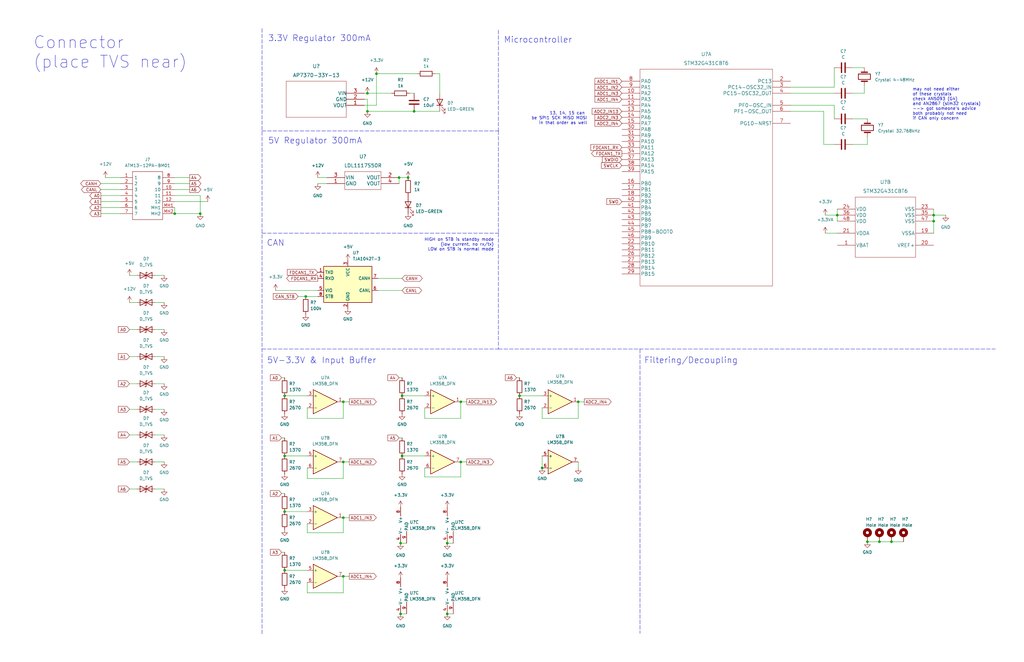
<source format=kicad_sch>
(kicad_sch (version 20211123) (generator eeschema)

  (uuid 9d4a62b8-9a16-4c8d-8b16-7072bfb3ee3d)

  (paper "B")

  (title_block
    (title "SCR23 sens to can")
    (rev "1")
    (company "USC Racing")
    (comment 1 "TODO: decide which pins to use on stm32")
    (comment 2 "TODO: make mini-datasheet of which connector pins can be SPI, I2C, etc.")
    (comment 3 "TODO: Add JTAG/SWD connector (or holes for the push-in thing)")
    (comment 4 "TODO: Check if VBat can be left unpowered")
  )

  (lib_symbols
    (symbol "Amplifier_Operational:LM358_DFN" (pin_names (offset 0.127)) (in_bom yes) (on_board yes)
      (property "Reference" "U" (id 0) (at 0 5.08 0)
        (effects (font (size 1.27 1.27)) (justify left))
      )
      (property "Value" "LM358_DFN" (id 1) (at 0 -5.08 0)
        (effects (font (size 1.27 1.27)) (justify left))
      )
      (property "Footprint" "Package_DFN_QFN:DFN-8-1EP_2x2mm_P0.5mm_EP1.05x1.75mm" (id 2) (at 0 0 0)
        (effects (font (size 1.27 1.27)) hide)
      )
      (property "Datasheet" "www.st.com/resource/en/datasheet/lm358.pdf" (id 3) (at 0 0 0)
        (effects (font (size 1.27 1.27)) hide)
      )
      (property "ki_locked" "" (id 4) (at 0 0 0)
        (effects (font (size 1.27 1.27)))
      )
      (property "ki_keywords" "dual opamp" (id 5) (at 0 0 0)
        (effects (font (size 1.27 1.27)) hide)
      )
      (property "ki_description" "Low-Power, Dual Operational Amplifiers, DFN-8" (id 6) (at 0 0 0)
        (effects (font (size 1.27 1.27)) hide)
      )
      (property "ki_fp_filters" "DFN*2x2mm*P0.5mm*" (id 7) (at 0 0 0)
        (effects (font (size 1.27 1.27)) hide)
      )
      (symbol "LM358_DFN_1_1"
        (polyline
          (pts
            (xy -5.08 5.08)
            (xy 5.08 0)
            (xy -5.08 -5.08)
            (xy -5.08 5.08)
          )
          (stroke (width 0.254) (type default) (color 0 0 0 0))
          (fill (type background))
        )
        (pin output line (at 7.62 0 180) (length 2.54)
          (name "~" (effects (font (size 1.27 1.27))))
          (number "1" (effects (font (size 1.27 1.27))))
        )
        (pin input line (at -7.62 -2.54 0) (length 2.54)
          (name "-" (effects (font (size 1.27 1.27))))
          (number "2" (effects (font (size 1.27 1.27))))
        )
        (pin input line (at -7.62 2.54 0) (length 2.54)
          (name "+" (effects (font (size 1.27 1.27))))
          (number "3" (effects (font (size 1.27 1.27))))
        )
      )
      (symbol "LM358_DFN_2_1"
        (polyline
          (pts
            (xy -5.08 5.08)
            (xy 5.08 0)
            (xy -5.08 -5.08)
            (xy -5.08 5.08)
          )
          (stroke (width 0.254) (type default) (color 0 0 0 0))
          (fill (type background))
        )
        (pin input line (at -7.62 2.54 0) (length 2.54)
          (name "+" (effects (font (size 1.27 1.27))))
          (number "5" (effects (font (size 1.27 1.27))))
        )
        (pin input line (at -7.62 -2.54 0) (length 2.54)
          (name "-" (effects (font (size 1.27 1.27))))
          (number "6" (effects (font (size 1.27 1.27))))
        )
        (pin output line (at 7.62 0 180) (length 2.54)
          (name "~" (effects (font (size 1.27 1.27))))
          (number "7" (effects (font (size 1.27 1.27))))
        )
      )
      (symbol "LM358_DFN_3_1"
        (pin power_in line (at -2.54 -7.62 90) (length 3.81)
          (name "V-" (effects (font (size 1.27 1.27))))
          (number "4" (effects (font (size 1.27 1.27))))
        )
        (pin power_in line (at -2.54 7.62 270) (length 3.81)
          (name "V+" (effects (font (size 1.27 1.27))))
          (number "8" (effects (font (size 1.27 1.27))))
        )
        (pin power_in line (at 0 -7.62 90) (length 5.08)
          (name "PAD" (effects (font (size 1.27 1.27))))
          (number "9" (effects (font (size 1.27 1.27))))
        )
      )
    )
    (symbol "Device:C" (pin_numbers hide) (pin_names (offset 0.254)) (in_bom yes) (on_board yes)
      (property "Reference" "C" (id 0) (at 0.635 2.54 0)
        (effects (font (size 1.27 1.27)) (justify left))
      )
      (property "Value" "C" (id 1) (at 0.635 -2.54 0)
        (effects (font (size 1.27 1.27)) (justify left))
      )
      (property "Footprint" "" (id 2) (at 0.9652 -3.81 0)
        (effects (font (size 1.27 1.27)) hide)
      )
      (property "Datasheet" "~" (id 3) (at 0 0 0)
        (effects (font (size 1.27 1.27)) hide)
      )
      (property "ki_keywords" "cap capacitor" (id 4) (at 0 0 0)
        (effects (font (size 1.27 1.27)) hide)
      )
      (property "ki_description" "Unpolarized capacitor" (id 5) (at 0 0 0)
        (effects (font (size 1.27 1.27)) hide)
      )
      (property "ki_fp_filters" "C_*" (id 6) (at 0 0 0)
        (effects (font (size 1.27 1.27)) hide)
      )
      (symbol "C_0_1"
        (polyline
          (pts
            (xy -2.032 -0.762)
            (xy 2.032 -0.762)
          )
          (stroke (width 0.508) (type default) (color 0 0 0 0))
          (fill (type none))
        )
        (polyline
          (pts
            (xy -2.032 0.762)
            (xy 2.032 0.762)
          )
          (stroke (width 0.508) (type default) (color 0 0 0 0))
          (fill (type none))
        )
      )
      (symbol "C_1_1"
        (pin passive line (at 0 3.81 270) (length 2.794)
          (name "~" (effects (font (size 1.27 1.27))))
          (number "1" (effects (font (size 1.27 1.27))))
        )
        (pin passive line (at 0 -3.81 90) (length 2.794)
          (name "~" (effects (font (size 1.27 1.27))))
          (number "2" (effects (font (size 1.27 1.27))))
        )
      )
    )
    (symbol "Device:Crystal" (pin_numbers hide) (pin_names (offset 1.016) hide) (in_bom yes) (on_board yes)
      (property "Reference" "Y" (id 0) (at 0 3.81 0)
        (effects (font (size 1.27 1.27)))
      )
      (property "Value" "Crystal" (id 1) (at 0 -3.81 0)
        (effects (font (size 1.27 1.27)))
      )
      (property "Footprint" "" (id 2) (at 0 0 0)
        (effects (font (size 1.27 1.27)) hide)
      )
      (property "Datasheet" "~" (id 3) (at 0 0 0)
        (effects (font (size 1.27 1.27)) hide)
      )
      (property "ki_keywords" "quartz ceramic resonator oscillator" (id 4) (at 0 0 0)
        (effects (font (size 1.27 1.27)) hide)
      )
      (property "ki_description" "Two pin crystal" (id 5) (at 0 0 0)
        (effects (font (size 1.27 1.27)) hide)
      )
      (property "ki_fp_filters" "Crystal*" (id 6) (at 0 0 0)
        (effects (font (size 1.27 1.27)) hide)
      )
      (symbol "Crystal_0_1"
        (rectangle (start -1.143 2.54) (end 1.143 -2.54)
          (stroke (width 0.3048) (type default) (color 0 0 0 0))
          (fill (type none))
        )
        (polyline
          (pts
            (xy -2.54 0)
            (xy -1.905 0)
          )
          (stroke (width 0) (type default) (color 0 0 0 0))
          (fill (type none))
        )
        (polyline
          (pts
            (xy -1.905 -1.27)
            (xy -1.905 1.27)
          )
          (stroke (width 0.508) (type default) (color 0 0 0 0))
          (fill (type none))
        )
        (polyline
          (pts
            (xy 1.905 -1.27)
            (xy 1.905 1.27)
          )
          (stroke (width 0.508) (type default) (color 0 0 0 0))
          (fill (type none))
        )
        (polyline
          (pts
            (xy 2.54 0)
            (xy 1.905 0)
          )
          (stroke (width 0) (type default) (color 0 0 0 0))
          (fill (type none))
        )
      )
      (symbol "Crystal_1_1"
        (pin passive line (at -3.81 0 0) (length 1.27)
          (name "1" (effects (font (size 1.27 1.27))))
          (number "1" (effects (font (size 1.27 1.27))))
        )
        (pin passive line (at 3.81 0 180) (length 1.27)
          (name "2" (effects (font (size 1.27 1.27))))
          (number "2" (effects (font (size 1.27 1.27))))
        )
      )
    )
    (symbol "Device:D_TVS" (pin_numbers hide) (pin_names (offset 1.016) hide) (in_bom yes) (on_board yes)
      (property "Reference" "D" (id 0) (at 0 2.54 0)
        (effects (font (size 1.27 1.27)))
      )
      (property "Value" "D_TVS" (id 1) (at 0 -2.54 0)
        (effects (font (size 1.27 1.27)))
      )
      (property "Footprint" "" (id 2) (at 0 0 0)
        (effects (font (size 1.27 1.27)) hide)
      )
      (property "Datasheet" "~" (id 3) (at 0 0 0)
        (effects (font (size 1.27 1.27)) hide)
      )
      (property "ki_keywords" "diode TVS thyrector" (id 4) (at 0 0 0)
        (effects (font (size 1.27 1.27)) hide)
      )
      (property "ki_description" "Bidirectional transient-voltage-suppression diode" (id 5) (at 0 0 0)
        (effects (font (size 1.27 1.27)) hide)
      )
      (property "ki_fp_filters" "TO-???* *_Diode_* *SingleDiode* D_*" (id 6) (at 0 0 0)
        (effects (font (size 1.27 1.27)) hide)
      )
      (symbol "D_TVS_0_1"
        (polyline
          (pts
            (xy 1.27 0)
            (xy -1.27 0)
          )
          (stroke (width 0) (type default) (color 0 0 0 0))
          (fill (type none))
        )
        (polyline
          (pts
            (xy 0.508 1.27)
            (xy 0 1.27)
            (xy 0 -1.27)
            (xy -0.508 -1.27)
          )
          (stroke (width 0.254) (type default) (color 0 0 0 0))
          (fill (type none))
        )
        (polyline
          (pts
            (xy -2.54 1.27)
            (xy -2.54 -1.27)
            (xy 2.54 1.27)
            (xy 2.54 -1.27)
            (xy -2.54 1.27)
          )
          (stroke (width 0.254) (type default) (color 0 0 0 0))
          (fill (type none))
        )
      )
      (symbol "D_TVS_1_1"
        (pin passive line (at -3.81 0 0) (length 2.54)
          (name "A1" (effects (font (size 1.27 1.27))))
          (number "1" (effects (font (size 1.27 1.27))))
        )
        (pin passive line (at 3.81 0 180) (length 2.54)
          (name "A2" (effects (font (size 1.27 1.27))))
          (number "2" (effects (font (size 1.27 1.27))))
        )
      )
    )
    (symbol "Device:LED" (pin_numbers hide) (pin_names (offset 1.016) hide) (in_bom yes) (on_board yes)
      (property "Reference" "D" (id 0) (at 0 2.54 0)
        (effects (font (size 1.27 1.27)))
      )
      (property "Value" "LED" (id 1) (at 0 -2.54 0)
        (effects (font (size 1.27 1.27)))
      )
      (property "Footprint" "" (id 2) (at 0 0 0)
        (effects (font (size 1.27 1.27)) hide)
      )
      (property "Datasheet" "~" (id 3) (at 0 0 0)
        (effects (font (size 1.27 1.27)) hide)
      )
      (property "ki_keywords" "LED diode" (id 4) (at 0 0 0)
        (effects (font (size 1.27 1.27)) hide)
      )
      (property "ki_description" "Light emitting diode" (id 5) (at 0 0 0)
        (effects (font (size 1.27 1.27)) hide)
      )
      (property "ki_fp_filters" "LED* LED_SMD:* LED_THT:*" (id 6) (at 0 0 0)
        (effects (font (size 1.27 1.27)) hide)
      )
      (symbol "LED_0_1"
        (polyline
          (pts
            (xy -1.27 -1.27)
            (xy -1.27 1.27)
          )
          (stroke (width 0.254) (type default) (color 0 0 0 0))
          (fill (type none))
        )
        (polyline
          (pts
            (xy -1.27 0)
            (xy 1.27 0)
          )
          (stroke (width 0) (type default) (color 0 0 0 0))
          (fill (type none))
        )
        (polyline
          (pts
            (xy 1.27 -1.27)
            (xy 1.27 1.27)
            (xy -1.27 0)
            (xy 1.27 -1.27)
          )
          (stroke (width 0.254) (type default) (color 0 0 0 0))
          (fill (type none))
        )
        (polyline
          (pts
            (xy -3.048 -0.762)
            (xy -4.572 -2.286)
            (xy -3.81 -2.286)
            (xy -4.572 -2.286)
            (xy -4.572 -1.524)
          )
          (stroke (width 0) (type default) (color 0 0 0 0))
          (fill (type none))
        )
        (polyline
          (pts
            (xy -1.778 -0.762)
            (xy -3.302 -2.286)
            (xy -2.54 -2.286)
            (xy -3.302 -2.286)
            (xy -3.302 -1.524)
          )
          (stroke (width 0) (type default) (color 0 0 0 0))
          (fill (type none))
        )
      )
      (symbol "LED_1_1"
        (pin passive line (at -3.81 0 0) (length 2.54)
          (name "K" (effects (font (size 1.27 1.27))))
          (number "1" (effects (font (size 1.27 1.27))))
        )
        (pin passive line (at 3.81 0 180) (length 2.54)
          (name "A" (effects (font (size 1.27 1.27))))
          (number "2" (effects (font (size 1.27 1.27))))
        )
      )
    )
    (symbol "Device:R" (pin_numbers hide) (pin_names (offset 0)) (in_bom yes) (on_board yes)
      (property "Reference" "R" (id 0) (at 2.032 0 90)
        (effects (font (size 1.27 1.27)))
      )
      (property "Value" "R" (id 1) (at 0 0 90)
        (effects (font (size 1.27 1.27)))
      )
      (property "Footprint" "" (id 2) (at -1.778 0 90)
        (effects (font (size 1.27 1.27)) hide)
      )
      (property "Datasheet" "~" (id 3) (at 0 0 0)
        (effects (font (size 1.27 1.27)) hide)
      )
      (property "ki_keywords" "R res resistor" (id 4) (at 0 0 0)
        (effects (font (size 1.27 1.27)) hide)
      )
      (property "ki_description" "Resistor" (id 5) (at 0 0 0)
        (effects (font (size 1.27 1.27)) hide)
      )
      (property "ki_fp_filters" "R_*" (id 6) (at 0 0 0)
        (effects (font (size 1.27 1.27)) hide)
      )
      (symbol "R_0_1"
        (rectangle (start -1.016 -2.54) (end 1.016 2.54)
          (stroke (width 0.254) (type default) (color 0 0 0 0))
          (fill (type none))
        )
      )
      (symbol "R_1_1"
        (pin passive line (at 0 3.81 270) (length 1.27)
          (name "~" (effects (font (size 1.27 1.27))))
          (number "1" (effects (font (size 1.27 1.27))))
        )
        (pin passive line (at 0 -3.81 90) (length 1.27)
          (name "~" (effects (font (size 1.27 1.27))))
          (number "2" (effects (font (size 1.27 1.27))))
        )
      )
    )
    (symbol "Interface_CAN_LIN:TJA1042T-3" (in_bom yes) (on_board yes)
      (property "Reference" "U" (id 0) (at -10.16 8.89 0)
        (effects (font (size 1.27 1.27)) (justify left))
      )
      (property "Value" "TJA1042T-3" (id 1) (at 1.27 8.89 0)
        (effects (font (size 1.27 1.27)) (justify left))
      )
      (property "Footprint" "Package_SO:SOIC-8_3.9x4.9mm_P1.27mm" (id 2) (at 0 -12.7 0)
        (effects (font (size 1.27 1.27) italic) hide)
      )
      (property "Datasheet" "http://www.nxp.com/documents/data_sheet/TJA1042.pdf" (id 3) (at 0 0 0)
        (effects (font (size 1.27 1.27)) hide)
      )
      (property "ki_keywords" "High-Speed CAN Transceiver" (id 4) (at 0 0 0)
        (effects (font (size 1.27 1.27)) hide)
      )
      (property "ki_description" "High-Speed CAN Transceiver, separate VIO, standby mode, SOIC-8" (id 5) (at 0 0 0)
        (effects (font (size 1.27 1.27)) hide)
      )
      (property "ki_fp_filters" "SOIC*3.9x4.9mm*P1.27mm*" (id 6) (at 0 0 0)
        (effects (font (size 1.27 1.27)) hide)
      )
      (symbol "TJA1042T-3_0_1"
        (rectangle (start -10.16 7.62) (end 10.16 -7.62)
          (stroke (width 0.254) (type default) (color 0 0 0 0))
          (fill (type background))
        )
      )
      (symbol "TJA1042T-3_1_1"
        (pin input line (at -12.7 5.08 0) (length 2.54)
          (name "TXD" (effects (font (size 1.27 1.27))))
          (number "1" (effects (font (size 1.27 1.27))))
        )
        (pin power_in line (at 0 -10.16 90) (length 2.54)
          (name "GND" (effects (font (size 1.27 1.27))))
          (number "2" (effects (font (size 1.27 1.27))))
        )
        (pin power_in line (at 0 10.16 270) (length 2.54)
          (name "VCC" (effects (font (size 1.27 1.27))))
          (number "3" (effects (font (size 1.27 1.27))))
        )
        (pin output line (at -12.7 2.54 0) (length 2.54)
          (name "RXD" (effects (font (size 1.27 1.27))))
          (number "4" (effects (font (size 1.27 1.27))))
        )
        (pin power_in line (at -12.7 -2.54 0) (length 2.54)
          (name "VIO" (effects (font (size 1.27 1.27))))
          (number "5" (effects (font (size 1.27 1.27))))
        )
        (pin bidirectional line (at 12.7 -2.54 180) (length 2.54)
          (name "CANL" (effects (font (size 1.27 1.27))))
          (number "6" (effects (font (size 1.27 1.27))))
        )
        (pin bidirectional line (at 12.7 2.54 180) (length 2.54)
          (name "CANH" (effects (font (size 1.27 1.27))))
          (number "7" (effects (font (size 1.27 1.27))))
        )
        (pin input line (at -12.7 -5.08 0) (length 2.54)
          (name "STB" (effects (font (size 1.27 1.27))))
          (number "8" (effects (font (size 1.27 1.27))))
        )
      )
    )
    (symbol "Mechanical:MountingHole_Pad" (pin_numbers hide) (pin_names (offset 1.016) hide) (in_bom yes) (on_board yes)
      (property "Reference" "H" (id 0) (at 0 6.35 0)
        (effects (font (size 1.27 1.27)))
      )
      (property "Value" "MountingHole_Pad" (id 1) (at 0 4.445 0)
        (effects (font (size 1.27 1.27)))
      )
      (property "Footprint" "" (id 2) (at 0 0 0)
        (effects (font (size 1.27 1.27)) hide)
      )
      (property "Datasheet" "~" (id 3) (at 0 0 0)
        (effects (font (size 1.27 1.27)) hide)
      )
      (property "ki_keywords" "mounting hole" (id 4) (at 0 0 0)
        (effects (font (size 1.27 1.27)) hide)
      )
      (property "ki_description" "Mounting Hole with connection" (id 5) (at 0 0 0)
        (effects (font (size 1.27 1.27)) hide)
      )
      (property "ki_fp_filters" "MountingHole*Pad*" (id 6) (at 0 0 0)
        (effects (font (size 1.27 1.27)) hide)
      )
      (symbol "MountingHole_Pad_0_1"
        (circle (center 0 1.27) (radius 1.27)
          (stroke (width 1.27) (type default) (color 0 0 0 0))
          (fill (type none))
        )
      )
      (symbol "MountingHole_Pad_1_1"
        (pin input line (at 0 -2.54 90) (length 2.54)
          (name "1" (effects (font (size 1.27 1.27))))
          (number "1" (effects (font (size 1.27 1.27))))
        )
      )
    )
    (symbol "power:+12V" (power) (pin_names (offset 0)) (in_bom yes) (on_board yes)
      (property "Reference" "#PWR" (id 0) (at 0 -3.81 0)
        (effects (font (size 1.27 1.27)) hide)
      )
      (property "Value" "+12V" (id 1) (at 0 3.556 0)
        (effects (font (size 1.27 1.27)))
      )
      (property "Footprint" "" (id 2) (at 0 0 0)
        (effects (font (size 1.27 1.27)) hide)
      )
      (property "Datasheet" "" (id 3) (at 0 0 0)
        (effects (font (size 1.27 1.27)) hide)
      )
      (property "ki_keywords" "power-flag" (id 4) (at 0 0 0)
        (effects (font (size 1.27 1.27)) hide)
      )
      (property "ki_description" "Power symbol creates a global label with name \"+12V\"" (id 5) (at 0 0 0)
        (effects (font (size 1.27 1.27)) hide)
      )
      (symbol "+12V_0_1"
        (polyline
          (pts
            (xy -0.762 1.27)
            (xy 0 2.54)
          )
          (stroke (width 0) (type default) (color 0 0 0 0))
          (fill (type none))
        )
        (polyline
          (pts
            (xy 0 0)
            (xy 0 2.54)
          )
          (stroke (width 0) (type default) (color 0 0 0 0))
          (fill (type none))
        )
        (polyline
          (pts
            (xy 0 2.54)
            (xy 0.762 1.27)
          )
          (stroke (width 0) (type default) (color 0 0 0 0))
          (fill (type none))
        )
      )
      (symbol "+12V_1_1"
        (pin power_in line (at 0 0 90) (length 0) hide
          (name "+12V" (effects (font (size 1.27 1.27))))
          (number "1" (effects (font (size 1.27 1.27))))
        )
      )
    )
    (symbol "power:+3.3V" (power) (pin_names (offset 0)) (in_bom yes) (on_board yes)
      (property "Reference" "#PWR" (id 0) (at 0 -3.81 0)
        (effects (font (size 1.27 1.27)) hide)
      )
      (property "Value" "+3.3V" (id 1) (at 0 3.556 0)
        (effects (font (size 1.27 1.27)))
      )
      (property "Footprint" "" (id 2) (at 0 0 0)
        (effects (font (size 1.27 1.27)) hide)
      )
      (property "Datasheet" "" (id 3) (at 0 0 0)
        (effects (font (size 1.27 1.27)) hide)
      )
      (property "ki_keywords" "power-flag" (id 4) (at 0 0 0)
        (effects (font (size 1.27 1.27)) hide)
      )
      (property "ki_description" "Power symbol creates a global label with name \"+3.3V\"" (id 5) (at 0 0 0)
        (effects (font (size 1.27 1.27)) hide)
      )
      (symbol "+3.3V_0_1"
        (polyline
          (pts
            (xy -0.762 1.27)
            (xy 0 2.54)
          )
          (stroke (width 0) (type default) (color 0 0 0 0))
          (fill (type none))
        )
        (polyline
          (pts
            (xy 0 0)
            (xy 0 2.54)
          )
          (stroke (width 0) (type default) (color 0 0 0 0))
          (fill (type none))
        )
        (polyline
          (pts
            (xy 0 2.54)
            (xy 0.762 1.27)
          )
          (stroke (width 0) (type default) (color 0 0 0 0))
          (fill (type none))
        )
      )
      (symbol "+3.3V_1_1"
        (pin power_in line (at 0 0 90) (length 0) hide
          (name "+3.3V" (effects (font (size 1.27 1.27))))
          (number "1" (effects (font (size 1.27 1.27))))
        )
      )
    )
    (symbol "power:+3.3VA" (power) (pin_names (offset 0)) (in_bom yes) (on_board yes)
      (property "Reference" "#PWR" (id 0) (at 0 -3.81 0)
        (effects (font (size 1.27 1.27)) hide)
      )
      (property "Value" "+3.3VA" (id 1) (at 0 3.556 0)
        (effects (font (size 1.27 1.27)))
      )
      (property "Footprint" "" (id 2) (at 0 0 0)
        (effects (font (size 1.27 1.27)) hide)
      )
      (property "Datasheet" "" (id 3) (at 0 0 0)
        (effects (font (size 1.27 1.27)) hide)
      )
      (property "ki_keywords" "power-flag" (id 4) (at 0 0 0)
        (effects (font (size 1.27 1.27)) hide)
      )
      (property "ki_description" "Power symbol creates a global label with name \"+3.3VA\"" (id 5) (at 0 0 0)
        (effects (font (size 1.27 1.27)) hide)
      )
      (symbol "+3.3VA_0_1"
        (polyline
          (pts
            (xy -0.762 1.27)
            (xy 0 2.54)
          )
          (stroke (width 0) (type default) (color 0 0 0 0))
          (fill (type none))
        )
        (polyline
          (pts
            (xy 0 0)
            (xy 0 2.54)
          )
          (stroke (width 0) (type default) (color 0 0 0 0))
          (fill (type none))
        )
        (polyline
          (pts
            (xy 0 2.54)
            (xy 0.762 1.27)
          )
          (stroke (width 0) (type default) (color 0 0 0 0))
          (fill (type none))
        )
      )
      (symbol "+3.3VA_1_1"
        (pin power_in line (at 0 0 90) (length 0) hide
          (name "+3.3VA" (effects (font (size 1.27 1.27))))
          (number "1" (effects (font (size 1.27 1.27))))
        )
      )
    )
    (symbol "power:+5V" (power) (pin_names (offset 0)) (in_bom yes) (on_board yes)
      (property "Reference" "#PWR" (id 0) (at 0 -3.81 0)
        (effects (font (size 1.27 1.27)) hide)
      )
      (property "Value" "+5V" (id 1) (at 0 3.556 0)
        (effects (font (size 1.27 1.27)))
      )
      (property "Footprint" "" (id 2) (at 0 0 0)
        (effects (font (size 1.27 1.27)) hide)
      )
      (property "Datasheet" "" (id 3) (at 0 0 0)
        (effects (font (size 1.27 1.27)) hide)
      )
      (property "ki_keywords" "power-flag" (id 4) (at 0 0 0)
        (effects (font (size 1.27 1.27)) hide)
      )
      (property "ki_description" "Power symbol creates a global label with name \"+5V\"" (id 5) (at 0 0 0)
        (effects (font (size 1.27 1.27)) hide)
      )
      (symbol "+5V_0_1"
        (polyline
          (pts
            (xy -0.762 1.27)
            (xy 0 2.54)
          )
          (stroke (width 0) (type default) (color 0 0 0 0))
          (fill (type none))
        )
        (polyline
          (pts
            (xy 0 0)
            (xy 0 2.54)
          )
          (stroke (width 0) (type default) (color 0 0 0 0))
          (fill (type none))
        )
        (polyline
          (pts
            (xy 0 2.54)
            (xy 0.762 1.27)
          )
          (stroke (width 0) (type default) (color 0 0 0 0))
          (fill (type none))
        )
      )
      (symbol "+5V_1_1"
        (pin power_in line (at 0 0 90) (length 0) hide
          (name "+5V" (effects (font (size 1.27 1.27))))
          (number "1" (effects (font (size 1.27 1.27))))
        )
      )
    )
    (symbol "power:GND" (power) (pin_names (offset 0)) (in_bom yes) (on_board yes)
      (property "Reference" "#PWR" (id 0) (at 0 -6.35 0)
        (effects (font (size 1.27 1.27)) hide)
      )
      (property "Value" "GND" (id 1) (at 0 -3.81 0)
        (effects (font (size 1.27 1.27)))
      )
      (property "Footprint" "" (id 2) (at 0 0 0)
        (effects (font (size 1.27 1.27)) hide)
      )
      (property "Datasheet" "" (id 3) (at 0 0 0)
        (effects (font (size 1.27 1.27)) hide)
      )
      (property "ki_keywords" "power-flag" (id 4) (at 0 0 0)
        (effects (font (size 1.27 1.27)) hide)
      )
      (property "ki_description" "Power symbol creates a global label with name \"GND\" , ground" (id 5) (at 0 0 0)
        (effects (font (size 1.27 1.27)) hide)
      )
      (symbol "GND_0_1"
        (polyline
          (pts
            (xy 0 0)
            (xy 0 -1.27)
            (xy 1.27 -1.27)
            (xy 0 -2.54)
            (xy -1.27 -1.27)
            (xy 0 -1.27)
          )
          (stroke (width 0) (type default) (color 0 0 0 0))
          (fill (type none))
        )
      )
      (symbol "GND_1_1"
        (pin power_in line (at 0 0 270) (length 0) hide
          (name "GND" (effects (font (size 1.27 1.27))))
          (number "1" (effects (font (size 1.27 1.27))))
        )
      )
    )
    (symbol "scr23-sens-to-can-main:AP7370-33Y-13" (pin_names (offset -0.254)) (in_bom yes) (on_board yes)
      (property "Reference" "U" (id 0) (at -20.32 10.16 0)
        (effects (font (size 1.524 1.524)))
      )
      (property "Value" "AP7370-33Y-13" (id 1) (at -20.32 7.62 0)
        (effects (font (size 1.524 1.524)))
      )
      (property "Footprint" "SOT89_B8D_DIO" (id 2) (at -20.32 6.096 0)
        (effects (font (size 1.524 1.524)) hide)
      )
      (property "Datasheet" "" (id 3) (at 0 0 0)
        (effects (font (size 1.524 1.524)))
      )
      (property "ki_locked" "" (id 4) (at 0 0 0)
        (effects (font (size 1.27 1.27)))
      )
      (property "ki_fp_filters" "SOT89_B8D_DIO SOT89_B8D_DIO-M SOT89_B8D_DIO-L" (id 5) (at 0 0 0)
        (effects (font (size 1.27 1.27)) hide)
      )
      (symbol "AP7370-33Y-13_1_1"
        (polyline
          (pts
            (xy -33.02 -10.16)
            (xy -7.62 -10.16)
          )
          (stroke (width 0.127) (type default) (color 0 0 0 0))
          (fill (type none))
        )
        (polyline
          (pts
            (xy -33.02 5.08)
            (xy -33.02 -10.16)
          )
          (stroke (width 0.127) (type default) (color 0 0 0 0))
          (fill (type none))
        )
        (polyline
          (pts
            (xy -7.62 -10.16)
            (xy -7.62 5.08)
          )
          (stroke (width 0.127) (type default) (color 0 0 0 0))
          (fill (type none))
        )
        (polyline
          (pts
            (xy -7.62 5.08)
            (xy -33.02 5.08)
          )
          (stroke (width 0.127) (type default) (color 0 0 0 0))
          (fill (type none))
        )
        (pin output line (at 0 -5.08 180) (length 7.62)
          (name "VOUT" (effects (font (size 1.4986 1.4986))))
          (number "1" (effects (font (size 1.4986 1.4986))))
        )
        (pin power_in line (at 0 -2.54 180) (length 7.62)
          (name "GND" (effects (font (size 1.4986 1.4986))))
          (number "2" (effects (font (size 1.4986 1.4986))))
        )
        (pin input line (at 0 0 180) (length 7.62)
          (name "VIN" (effects (font (size 1.4986 1.4986))))
          (number "3" (effects (font (size 1.4986 1.4986))))
        )
      )
    )
    (symbol "scr23-sens-to-can-main:ATM13-12PA-BM01" (pin_names (offset 0.762)) (in_bom yes) (on_board yes)
      (property "Reference" "J" (id 0) (at 19.05 7.62 0)
        (effects (font (size 1.27 1.27)) (justify left))
      )
      (property "Value" "ATM13-12PA-BM01" (id 1) (at 19.05 5.08 0)
        (effects (font (size 1.27 1.27)) (justify left))
      )
      (property "Footprint" "ATM1312PABM01" (id 2) (at 19.05 2.54 0)
        (effects (font (size 1.27 1.27)) (justify left) hide)
      )
      (property "Datasheet" "https://www.mouser.in/datasheet/2/18/1/ATM13_12PA_BM01-2895628.pdf" (id 3) (at 19.05 0 0)
        (effects (font (size 1.27 1.27)) (justify left) hide)
      )
      (property "Description" "CONN HEADER R/A 12POS" (id 4) (at 19.05 -2.54 0)
        (effects (font (size 1.27 1.27)) (justify left) hide)
      )
      (property "Height" "34.9" (id 5) (at 19.05 -5.08 0)
        (effects (font (size 1.27 1.27)) (justify left) hide)
      )
      (property "Manufacturer_Name" "Amphenol" (id 6) (at 19.05 -7.62 0)
        (effects (font (size 1.27 1.27)) (justify left) hide)
      )
      (property "Manufacturer_Part_Number" "ATM13-12PA-BM01" (id 7) (at 19.05 -10.16 0)
        (effects (font (size 1.27 1.27)) (justify left) hide)
      )
      (property "Mouser Part Number" "654-ATM13-12PA-BM01" (id 8) (at 19.05 -12.7 0)
        (effects (font (size 1.27 1.27)) (justify left) hide)
      )
      (property "Mouser Price/Stock" "https://www.mouser.co.uk/ProductDetail/Amphenol-SINE-Systems/ATM13-12PA-BM01?qs=0lSvoLzn4L9kSsrendsAAQ%3D%3D" (id 9) (at 19.05 -15.24 0)
        (effects (font (size 1.27 1.27)) (justify left) hide)
      )
      (property "Arrow Part Number" "" (id 10) (at 19.05 -17.78 0)
        (effects (font (size 1.27 1.27)) (justify left) hide)
      )
      (property "Arrow Price/Stock" "" (id 11) (at 19.05 -20.32 0)
        (effects (font (size 1.27 1.27)) (justify left) hide)
      )
      (property "Mouser Testing Part Number" "" (id 12) (at 19.05 -22.86 0)
        (effects (font (size 1.27 1.27)) (justify left) hide)
      )
      (property "Mouser Testing Price/Stock" "" (id 13) (at 19.05 -25.4 0)
        (effects (font (size 1.27 1.27)) (justify left) hide)
      )
      (property "ki_description" "CONN HEADER R/A 12POS" (id 14) (at 0 0 0)
        (effects (font (size 1.27 1.27)) hide)
      )
      (symbol "ATM13-12PA-BM01_0_0"
        (pin passive line (at 0 0 0) (length 5.08)
          (name "1" (effects (font (size 1.27 1.27))))
          (number "1" (effects (font (size 1.27 1.27))))
        )
        (pin passive line (at 22.86 -5.08 180) (length 5.08)
          (name "10" (effects (font (size 1.27 1.27))))
          (number "10" (effects (font (size 1.27 1.27))))
        )
        (pin passive line (at 22.86 -7.62 180) (length 5.08)
          (name "11" (effects (font (size 1.27 1.27))))
          (number "11" (effects (font (size 1.27 1.27))))
        )
        (pin passive line (at 22.86 -10.16 180) (length 5.08)
          (name "12" (effects (font (size 1.27 1.27))))
          (number "12" (effects (font (size 1.27 1.27))))
        )
        (pin passive line (at 0 -2.54 0) (length 5.08)
          (name "2" (effects (font (size 1.27 1.27))))
          (number "2" (effects (font (size 1.27 1.27))))
        )
        (pin passive line (at 0 -5.08 0) (length 5.08)
          (name "3" (effects (font (size 1.27 1.27))))
          (number "3" (effects (font (size 1.27 1.27))))
        )
        (pin passive line (at 0 -7.62 0) (length 5.08)
          (name "4" (effects (font (size 1.27 1.27))))
          (number "4" (effects (font (size 1.27 1.27))))
        )
        (pin passive line (at 0 -10.16 0) (length 5.08)
          (name "5" (effects (font (size 1.27 1.27))))
          (number "5" (effects (font (size 1.27 1.27))))
        )
        (pin passive line (at 0 -12.7 0) (length 5.08)
          (name "6" (effects (font (size 1.27 1.27))))
          (number "6" (effects (font (size 1.27 1.27))))
        )
        (pin passive line (at 0 -15.24 0) (length 5.08)
          (name "7" (effects (font (size 1.27 1.27))))
          (number "7" (effects (font (size 1.27 1.27))))
        )
        (pin passive line (at 22.86 0 180) (length 5.08)
          (name "8" (effects (font (size 1.27 1.27))))
          (number "8" (effects (font (size 1.27 1.27))))
        )
        (pin passive line (at 22.86 -2.54 180) (length 5.08)
          (name "9" (effects (font (size 1.27 1.27))))
          (number "9" (effects (font (size 1.27 1.27))))
        )
        (pin passive line (at 22.86 -12.7 180) (length 5.08)
          (name "MH1" (effects (font (size 1.27 1.27))))
          (number "MH1" (effects (font (size 1.27 1.27))))
        )
        (pin passive line (at 22.86 -15.24 180) (length 5.08)
          (name "MH2" (effects (font (size 1.27 1.27))))
          (number "MH2" (effects (font (size 1.27 1.27))))
        )
      )
      (symbol "ATM13-12PA-BM01_0_1"
        (polyline
          (pts
            (xy 5.08 2.54)
            (xy 17.78 2.54)
            (xy 17.78 -17.78)
            (xy 5.08 -17.78)
            (xy 5.08 2.54)
          )
          (stroke (width 0.1524) (type default) (color 0 0 0 0))
          (fill (type none))
        )
      )
    )
    (symbol "scr23-sens-to-can-main:LDL1117S50R" (pin_names (offset 0.254)) (in_bom yes) (on_board yes)
      (property "Reference" "U" (id 0) (at 25.4 8.89 0)
        (effects (font (size 1.524 1.524)))
      )
      (property "Value" "LDL1117S50R" (id 1) (at 25.4 6.35 0)
        (effects (font (size 1.524 1.524)))
      )
      (property "Footprint" "SOT223_STM" (id 2) (at 25.4 4.826 0)
        (effects (font (size 1.524 1.524)) hide)
      )
      (property "Datasheet" "" (id 3) (at 11.43 0 0)
        (effects (font (size 1.524 1.524)))
      )
      (property "ki_locked" "" (id 4) (at 0 0 0)
        (effects (font (size 1.27 1.27)))
      )
      (property "ki_fp_filters" "SOT223_STM SOT223_STM-M SOT223_STM-L" (id 5) (at 0 0 0)
        (effects (font (size 1.27 1.27)) hide)
      )
      (symbol "LDL1117S50R_1_1"
        (polyline
          (pts
            (xy 17.78 -5.08)
            (xy 33.02 -5.08)
          )
          (stroke (width 0.127) (type default) (color 0 0 0 0))
          (fill (type none))
        )
        (polyline
          (pts
            (xy 17.78 2.54)
            (xy 17.78 -5.08)
          )
          (stroke (width 0.127) (type default) (color 0 0 0 0))
          (fill (type none))
        )
        (polyline
          (pts
            (xy 33.02 -5.08)
            (xy 33.02 2.54)
          )
          (stroke (width 0.127) (type default) (color 0 0 0 0))
          (fill (type none))
        )
        (polyline
          (pts
            (xy 33.02 2.54)
            (xy 17.78 2.54)
          )
          (stroke (width 0.127) (type default) (color 0 0 0 0))
          (fill (type none))
        )
        (pin power_in line (at 10.16 -2.54 0) (length 7.62)
          (name "GND" (effects (font (size 1.4986 1.4986))))
          (number "1" (effects (font (size 1.4986 1.4986))))
        )
        (pin output line (at 40.64 0 180) (length 7.62)
          (name "VOUT" (effects (font (size 1.4986 1.4986))))
          (number "2" (effects (font (size 1.4986 1.4986))))
        )
        (pin power_in line (at 10.16 0 0) (length 7.62)
          (name "VIN" (effects (font (size 1.4986 1.4986))))
          (number "3" (effects (font (size 1.4986 1.4986))))
        )
        (pin output line (at 40.64 -2.54 180) (length 7.62)
          (name "VOUT" (effects (font (size 1.4986 1.4986))))
          (number "4" (effects (font (size 1.4986 1.4986))))
        )
      )
    )
    (symbol "ul_STM32G431CBT6:STM32G431CBT6" (pin_names (offset 0.254)) (in_bom yes) (on_board yes)
      (property "Reference" "U" (id 0) (at 35.56 10.16 0)
        (effects (font (size 1.524 1.524)))
      )
      (property "Value" "STM32G431CBT6" (id 1) (at 35.56 7.62 0)
        (effects (font (size 1.524 1.524)))
      )
      (property "Footprint" "LQFP48-7x7mm" (id 2) (at 35.56 6.096 0)
        (effects (font (size 1.524 1.524)) hide)
      )
      (property "Datasheet" "" (id 3) (at 0 0 0)
        (effects (font (size 1.524 1.524)))
      )
      (property "ki_fp_filters" "LQFP48-7x7mm" (id 4) (at 0 0 0)
        (effects (font (size 1.27 1.27)) hide)
      )
      (symbol "STM32G431CBT6_1_1"
        (polyline
          (pts
            (xy 7.62 -86.36)
            (xy 63.5 -86.36)
          )
          (stroke (width 0.127) (type default) (color 0 0 0 0))
          (fill (type none))
        )
        (polyline
          (pts
            (xy 7.62 5.08)
            (xy 7.62 -86.36)
          )
          (stroke (width 0.127) (type default) (color 0 0 0 0))
          (fill (type none))
        )
        (polyline
          (pts
            (xy 63.5 -86.36)
            (xy 63.5 5.08)
          )
          (stroke (width 0.127) (type default) (color 0 0 0 0))
          (fill (type none))
        )
        (polyline
          (pts
            (xy 63.5 5.08)
            (xy 7.62 5.08)
          )
          (stroke (width 0.127) (type default) (color 0 0 0 0))
          (fill (type none))
        )
        (pin bidirectional line (at 0 -5.08 0) (length 7.62)
          (name "PA2" (effects (font (size 1.4986 1.4986))))
          (number "10" (effects (font (size 1.4986 1.4986))))
        )
        (pin bidirectional line (at 0 -7.62 0) (length 7.62)
          (name "PA3" (effects (font (size 1.4986 1.4986))))
          (number "11" (effects (font (size 1.4986 1.4986))))
        )
        (pin bidirectional line (at 0 -10.16 0) (length 7.62)
          (name "PA4" (effects (font (size 1.4986 1.4986))))
          (number "12" (effects (font (size 1.4986 1.4986))))
        )
        (pin bidirectional line (at 0 -12.7 0) (length 7.62)
          (name "PA5" (effects (font (size 1.4986 1.4986))))
          (number "13" (effects (font (size 1.4986 1.4986))))
        )
        (pin bidirectional line (at 0 -15.24 0) (length 7.62)
          (name "PA6" (effects (font (size 1.4986 1.4986))))
          (number "14" (effects (font (size 1.4986 1.4986))))
        )
        (pin bidirectional line (at 0 -17.78 0) (length 7.62)
          (name "PA7" (effects (font (size 1.4986 1.4986))))
          (number "15" (effects (font (size 1.4986 1.4986))))
        )
        (pin bidirectional line (at 0 -43.18 0) (length 7.62)
          (name "PB0" (effects (font (size 1.4986 1.4986))))
          (number "16" (effects (font (size 1.4986 1.4986))))
        )
        (pin bidirectional line (at 0 -45.72 0) (length 7.62)
          (name "PB1" (effects (font (size 1.4986 1.4986))))
          (number "17" (effects (font (size 1.4986 1.4986))))
        )
        (pin bidirectional line (at 0 -48.26 0) (length 7.62)
          (name "PB2" (effects (font (size 1.4986 1.4986))))
          (number "18" (effects (font (size 1.4986 1.4986))))
        )
        (pin bidirectional line (at 71.12 0 180) (length 7.62)
          (name "PC13" (effects (font (size 1.4986 1.4986))))
          (number "2" (effects (font (size 1.4986 1.4986))))
        )
        (pin bidirectional line (at 0 -68.58 0) (length 7.62)
          (name "PB10" (effects (font (size 1.4986 1.4986))))
          (number "22" (effects (font (size 1.4986 1.4986))))
        )
        (pin bidirectional line (at 0 -71.12 0) (length 7.62)
          (name "PB11" (effects (font (size 1.4986 1.4986))))
          (number "25" (effects (font (size 1.4986 1.4986))))
        )
        (pin bidirectional line (at 0 -73.66 0) (length 7.62)
          (name "PB12" (effects (font (size 1.4986 1.4986))))
          (number "26" (effects (font (size 1.4986 1.4986))))
        )
        (pin bidirectional line (at 0 -76.2 0) (length 7.62)
          (name "PB13" (effects (font (size 1.4986 1.4986))))
          (number "27" (effects (font (size 1.4986 1.4986))))
        )
        (pin bidirectional line (at 0 -78.74 0) (length 7.62)
          (name "PB14" (effects (font (size 1.4986 1.4986))))
          (number "28" (effects (font (size 1.4986 1.4986))))
        )
        (pin bidirectional line (at 0 -81.28 0) (length 7.62)
          (name "PB15" (effects (font (size 1.4986 1.4986))))
          (number "29" (effects (font (size 1.4986 1.4986))))
        )
        (pin bidirectional line (at 71.12 -2.54 180) (length 7.62)
          (name "PC14-OSC32_IN" (effects (font (size 1.4986 1.4986))))
          (number "3" (effects (font (size 1.4986 1.4986))))
        )
        (pin bidirectional line (at 0 -20.32 0) (length 7.62)
          (name "PA8" (effects (font (size 1.4986 1.4986))))
          (number "30" (effects (font (size 1.4986 1.4986))))
        )
        (pin bidirectional line (at 0 -22.86 0) (length 7.62)
          (name "PA9" (effects (font (size 1.4986 1.4986))))
          (number "31" (effects (font (size 1.4986 1.4986))))
        )
        (pin bidirectional line (at 0 -25.4 0) (length 7.62)
          (name "PA10" (effects (font (size 1.4986 1.4986))))
          (number "32" (effects (font (size 1.4986 1.4986))))
        )
        (pin bidirectional line (at 0 -27.94 0) (length 7.62)
          (name "PA11" (effects (font (size 1.4986 1.4986))))
          (number "33" (effects (font (size 1.4986 1.4986))))
        )
        (pin bidirectional line (at 0 -30.48 0) (length 7.62)
          (name "PA12" (effects (font (size 1.4986 1.4986))))
          (number "34" (effects (font (size 1.4986 1.4986))))
        )
        (pin bidirectional line (at 0 -33.02 0) (length 7.62)
          (name "PA13" (effects (font (size 1.4986 1.4986))))
          (number "37" (effects (font (size 1.4986 1.4986))))
        )
        (pin bidirectional line (at 0 -35.56 0) (length 7.62)
          (name "PA14" (effects (font (size 1.4986 1.4986))))
          (number "38" (effects (font (size 1.4986 1.4986))))
        )
        (pin bidirectional line (at 0 -38.1 0) (length 7.62)
          (name "PA15" (effects (font (size 1.4986 1.4986))))
          (number "39" (effects (font (size 1.4986 1.4986))))
        )
        (pin bidirectional line (at 71.12 -5.08 180) (length 7.62)
          (name "PC15-OSC32_OUT" (effects (font (size 1.4986 1.4986))))
          (number "4" (effects (font (size 1.4986 1.4986))))
        )
        (pin bidirectional line (at 0 -50.8 0) (length 7.62)
          (name "PB3" (effects (font (size 1.4986 1.4986))))
          (number "40" (effects (font (size 1.4986 1.4986))))
        )
        (pin bidirectional line (at 0 -53.34 0) (length 7.62)
          (name "PB4" (effects (font (size 1.4986 1.4986))))
          (number "41" (effects (font (size 1.4986 1.4986))))
        )
        (pin bidirectional line (at 0 -55.88 0) (length 7.62)
          (name "PB5" (effects (font (size 1.4986 1.4986))))
          (number "42" (effects (font (size 1.4986 1.4986))))
        )
        (pin bidirectional line (at 0 -58.42 0) (length 7.62)
          (name "PB6" (effects (font (size 1.4986 1.4986))))
          (number "43" (effects (font (size 1.4986 1.4986))))
        )
        (pin bidirectional line (at 0 -60.96 0) (length 7.62)
          (name "PB7" (effects (font (size 1.4986 1.4986))))
          (number "44" (effects (font (size 1.4986 1.4986))))
        )
        (pin bidirectional line (at 0 -63.5 0) (length 7.62)
          (name "PB8-BOOT0" (effects (font (size 1.4986 1.4986))))
          (number "45" (effects (font (size 1.4986 1.4986))))
        )
        (pin bidirectional line (at 0 -66.04 0) (length 7.62)
          (name "PB9" (effects (font (size 1.4986 1.4986))))
          (number "46" (effects (font (size 1.4986 1.4986))))
        )
        (pin bidirectional line (at 71.12 -10.16 180) (length 7.62)
          (name "PF0-OSC_IN" (effects (font (size 1.4986 1.4986))))
          (number "5" (effects (font (size 1.4986 1.4986))))
        )
        (pin bidirectional line (at 71.12 -12.7 180) (length 7.62)
          (name "PF1-OSC_OUT" (effects (font (size 1.4986 1.4986))))
          (number "6" (effects (font (size 1.4986 1.4986))))
        )
        (pin bidirectional line (at 71.12 -17.78 180) (length 7.62)
          (name "PG10-NRST" (effects (font (size 1.4986 1.4986))))
          (number "7" (effects (font (size 1.4986 1.4986))))
        )
        (pin bidirectional line (at 0 0 0) (length 7.62)
          (name "PA0" (effects (font (size 1.4986 1.4986))))
          (number "8" (effects (font (size 1.4986 1.4986))))
        )
        (pin bidirectional line (at 0 -2.54 0) (length 7.62)
          (name "PA1" (effects (font (size 1.4986 1.4986))))
          (number "9" (effects (font (size 1.4986 1.4986))))
        )
      )
      (symbol "STM32G431CBT6_2_1"
        (polyline
          (pts
            (xy 7.62 -20.32)
            (xy 33.02 -20.32)
          )
          (stroke (width 0.127) (type default) (color 0 0 0 0))
          (fill (type none))
        )
        (polyline
          (pts
            (xy 7.62 5.08)
            (xy 7.62 -20.32)
          )
          (stroke (width 0.127) (type default) (color 0 0 0 0))
          (fill (type none))
        )
        (polyline
          (pts
            (xy 33.02 -20.32)
            (xy 33.02 5.08)
          )
          (stroke (width 0.127) (type default) (color 0 0 0 0))
          (fill (type none))
        )
        (polyline
          (pts
            (xy 33.02 5.08)
            (xy 7.62 5.08)
          )
          (stroke (width 0.127) (type default) (color 0 0 0 0))
          (fill (type none))
        )
        (pin power_in line (at 0 -15.24 0) (length 7.62)
          (name "VBAT" (effects (font (size 1.4986 1.4986))))
          (number "1" (effects (font (size 1.4986 1.4986))))
        )
        (pin power_in line (at 40.64 -10.16 180) (length 7.62)
          (name "VSSA" (effects (font (size 1.4986 1.4986))))
          (number "19" (effects (font (size 1.4986 1.4986))))
        )
        (pin power_in line (at 40.64 -15.24 180) (length 7.62)
          (name "VREF+" (effects (font (size 1.4986 1.4986))))
          (number "20" (effects (font (size 1.4986 1.4986))))
        )
        (pin power_in line (at 0 -10.16 0) (length 7.62)
          (name "VDDA" (effects (font (size 1.4986 1.4986))))
          (number "21" (effects (font (size 1.4986 1.4986))))
        )
        (pin power_in line (at 40.64 0 180) (length 7.62)
          (name "VSS" (effects (font (size 1.4986 1.4986))))
          (number "23" (effects (font (size 1.4986 1.4986))))
        )
        (pin power_in line (at 0 0 0) (length 7.62)
          (name "VDD" (effects (font (size 1.4986 1.4986))))
          (number "24" (effects (font (size 1.4986 1.4986))))
        )
        (pin power_in line (at 40.64 -2.54 180) (length 7.62)
          (name "VSS" (effects (font (size 1.4986 1.4986))))
          (number "35" (effects (font (size 1.4986 1.4986))))
        )
        (pin power_in line (at 0 -2.54 0) (length 7.62)
          (name "VDD" (effects (font (size 1.4986 1.4986))))
          (number "36" (effects (font (size 1.4986 1.4986))))
        )
        (pin power_in line (at 40.64 -5.08 180) (length 7.62)
          (name "VSS" (effects (font (size 1.4986 1.4986))))
          (number "47" (effects (font (size 1.4986 1.4986))))
        )
        (pin power_in line (at 0 -5.08 0) (length 7.62)
          (name "VDD" (effects (font (size 1.4986 1.4986))))
          (number "48" (effects (font (size 1.4986 1.4986))))
        )
      )
    )
  )

  (junction (at 144.78 243.205) (diameter 0) (color 0 0 0 0)
    (uuid 04d2eeb1-b18c-468b-8095-586804f864cc)
  )
  (junction (at 375.92 228.6) (diameter 0) (color 0 0 0 0)
    (uuid 08a2aec0-ca34-4dfc-8834-fb8b7ccc7f4e)
  )
  (junction (at 228.6 197.485) (diameter 0) (color 0 0 0 0)
    (uuid 0a27c696-bb7e-4a31-8f97-2d49dd7f2f21)
  )
  (junction (at 73.66 90.17) (diameter 0) (color 0 0 0 0)
    (uuid 15830d02-cb40-49d7-9101-19cc78efb9a2)
  )
  (junction (at 194.31 194.945) (diameter 0) (color 0 0 0 0)
    (uuid 1af35e7b-33f1-4bd3-8747-8d9d7e7606df)
  )
  (junction (at 393.7 90.805) (diameter 0) (color 0 0 0 0)
    (uuid 22369c29-06c9-4c94-ac6d-8e913df8bd41)
  )
  (junction (at 120.015 215.9) (diameter 0) (color 0 0 0 0)
    (uuid 31dba916-2322-4bb2-9de7-ffd59105cae2)
  )
  (junction (at 172.085 74.93) (diameter 0) (color 0 0 0 0)
    (uuid 32d74cf3-d29a-4a33-abf9-f387813c44d7)
  )
  (junction (at 120.015 192.405) (diameter 0) (color 0 0 0 0)
    (uuid 3e9309b3-ce7e-4c3d-b981-1a303e050e85)
  )
  (junction (at 188.595 259.08) (diameter 0) (color 0 0 0 0)
    (uuid 3ff35dfa-ab2e-4a27-b949-a03aca209a2c)
  )
  (junction (at 353.06 90.805) (diameter 0) (color 0 0 0 0)
    (uuid 40bb0318-626b-41af-8705-d04f5064bd7d)
  )
  (junction (at 144.78 218.44) (diameter 0) (color 0 0 0 0)
    (uuid 44f11085-d67c-4571-8bca-dc97da963c41)
  )
  (junction (at 154.94 39.37) (diameter 0) (color 0 0 0 0)
    (uuid 543990af-f4d7-4ac8-b78f-b2b5852de5a3)
  )
  (junction (at 174.625 46.99) (diameter 0) (color 0 0 0 0)
    (uuid 66454453-30dc-46e6-8e95-b132990c0b91)
  )
  (junction (at 243.84 169.545) (diameter 0) (color 0 0 0 0)
    (uuid 70b2dc77-7753-41c6-a0a5-c06dffa28c9d)
  )
  (junction (at 188.595 229.235) (diameter 0) (color 0 0 0 0)
    (uuid 7a23a895-258b-4060-b334-0e8594231d7a)
  )
  (junction (at 168.91 229.235) (diameter 0) (color 0 0 0 0)
    (uuid 8162865a-53ae-43ed-98ca-463022ed106a)
  )
  (junction (at 169.545 192.405) (diameter 0) (color 0 0 0 0)
    (uuid 88e298cd-677a-48d1-8205-f217f665332a)
  )
  (junction (at 144.78 169.545) (diameter 0) (color 0 0 0 0)
    (uuid 9506b695-2d45-42d3-aa60-67ffc92ff6f9)
  )
  (junction (at 154.94 46.99) (diameter 0) (color 0 0 0 0)
    (uuid aeb7b191-b5fb-410e-a87e-b096d9f9303e)
  )
  (junction (at 219.075 167.005) (diameter 0) (color 0 0 0 0)
    (uuid af705a2f-8139-41ab-9fb1-7c7eeb2cabde)
  )
  (junction (at 128.905 125.095) (diameter 0) (color 0 0 0 0)
    (uuid b06ce411-92d6-492b-89b6-f3c0211b8614)
  )
  (junction (at 120.015 167.005) (diameter 0) (color 0 0 0 0)
    (uuid b2a40c07-adee-41e2-acb4-9281e6ca36aa)
  )
  (junction (at 168.275 74.93) (diameter 0) (color 0 0 0 0)
    (uuid b968ceb8-442a-424e-9ed7-ec185cda4648)
  )
  (junction (at 84.455 90.17) (diameter 0) (color 0 0 0 0)
    (uuid c3ace1be-2d46-4f6e-84a9-f8ca6f3b9dd2)
  )
  (junction (at 194.31 169.545) (diameter 0) (color 0 0 0 0)
    (uuid d0bd6f55-83a3-4a4a-884b-6f5edcbf0225)
  )
  (junction (at 365.76 228.6) (diameter 0) (color 0 0 0 0)
    (uuid d1c02fd2-295d-4dfa-b3b1-dce98559fe7a)
  )
  (junction (at 168.91 259.08) (diameter 0) (color 0 0 0 0)
    (uuid d23ebdb2-4d1a-4732-b821-a9cd2f3ed0e0)
  )
  (junction (at 158.75 31.115) (diameter 0) (color 0 0 0 0)
    (uuid d4f9263b-f633-48ec-8c11-84d889c089f6)
  )
  (junction (at 393.7 93.345) (diameter 0) (color 0 0 0 0)
    (uuid e1556979-e3e1-46d5-9b0d-7705e48993f5)
  )
  (junction (at 370.84 228.6) (diameter 0) (color 0 0 0 0)
    (uuid ee9098da-f53d-4ac7-9545-d13ad2c67202)
  )
  (junction (at 120.015 240.665) (diameter 0) (color 0 0 0 0)
    (uuid f275a76c-4121-4e2b-9ebf-9ad4640f6149)
  )
  (junction (at 169.545 167.005) (diameter 0) (color 0 0 0 0)
    (uuid f878f667-bf08-40e8-af57-778705e223a2)
  )
  (junction (at 144.78 194.945) (diameter 0) (color 0 0 0 0)
    (uuid ff4df894-d023-4a5e-b542-8fbaaa1484bd)
  )

  (wire (pts (xy 120.015 240.665) (xy 129.54 240.665))
    (stroke (width 0) (type default) (color 0 0 0 0))
    (uuid 016db744-a7ab-4632-bd95-cd29520e20ae)
  )
  (wire (pts (xy 65.405 206.375) (xy 69.215 206.375))
    (stroke (width 0) (type default) (color 0 0 0 0))
    (uuid 04d0b87f-49d8-46c4-89ba-98bd386d1249)
  )
  (wire (pts (xy 168.275 184.785) (xy 169.545 184.785))
    (stroke (width 0) (type default) (color 0 0 0 0))
    (uuid 0672866c-e1a9-4b5c-b718-931cd05b8ee7)
  )
  (wire (pts (xy 351.79 60.96) (xy 347.345 60.96))
    (stroke (width 0) (type default) (color 0 0 0 0))
    (uuid 07a7b9c6-3efc-40d2-a76c-6db052d1624e)
  )
  (wire (pts (xy 42.545 77.47) (xy 50.8 77.47))
    (stroke (width 0) (type default) (color 0 0 0 0))
    (uuid 08bec338-5325-49e0-a634-db6e90dc80cd)
  )
  (wire (pts (xy 80.01 77.47) (xy 73.66 77.47))
    (stroke (width 0) (type default) (color 0 0 0 0))
    (uuid 09b0948c-dc14-4465-9193-58f686f4aa09)
  )
  (wire (pts (xy 57.785 194.945) (xy 54.61 194.945))
    (stroke (width 0) (type default) (color 0 0 0 0))
    (uuid 0a0d8767-b037-4f97-bb64-329cedefb3e3)
  )
  (wire (pts (xy 168.275 159.385) (xy 169.545 159.385))
    (stroke (width 0) (type default) (color 0 0 0 0))
    (uuid 0a3419f8-9b16-4116-862d-e9be2f4c870c)
  )
  (wire (pts (xy 185.42 31.115) (xy 185.42 39.37))
    (stroke (width 0) (type default) (color 0 0 0 0))
    (uuid 0bbe800a-7acf-4739-b316-cf4affe03006)
  )
  (wire (pts (xy 120.015 167.005) (xy 129.54 167.005))
    (stroke (width 0) (type default) (color 0 0 0 0))
    (uuid 0cb05819-ab53-4626-9702-3bd5edc9fb3a)
  )
  (wire (pts (xy 154.94 41.91) (xy 154.94 46.99))
    (stroke (width 0) (type default) (color 0 0 0 0))
    (uuid 0f270da3-cba8-469b-bea9-138c81287aed)
  )
  (wire (pts (xy 219.075 167.005) (xy 228.6 167.005))
    (stroke (width 0) (type default) (color 0 0 0 0))
    (uuid 10e1972a-6153-4b41-b480-8ac752a57e4f)
  )
  (wire (pts (xy 42.545 82.55) (xy 50.8 82.55))
    (stroke (width 0) (type default) (color 0 0 0 0))
    (uuid 10f0a017-9e82-4b3b-9052-9272b3e1b796)
  )
  (wire (pts (xy 169.545 192.405) (xy 179.07 192.405))
    (stroke (width 0) (type default) (color 0 0 0 0))
    (uuid 1336e5e9-9082-4fb2-905c-02c461e17bb8)
  )
  (wire (pts (xy 80.01 80.01) (xy 73.66 80.01))
    (stroke (width 0) (type default) (color 0 0 0 0))
    (uuid 146ba415-b400-4421-acdf-429304e0dbf0)
  )
  (wire (pts (xy 359.41 60.96) (xy 365.76 60.96))
    (stroke (width 0) (type default) (color 0 0 0 0))
    (uuid 14bf3cc8-e308-4124-ad89-8f1ed8187ec2)
  )
  (wire (pts (xy 125.73 125.095) (xy 128.905 125.095))
    (stroke (width 0) (type default) (color 0 0 0 0))
    (uuid 1d8a8874-916f-4ba3-8492-c2c274d0d8b1)
  )
  (wire (pts (xy 129.54 176.53) (xy 129.54 172.085))
    (stroke (width 0) (type default) (color 0 0 0 0))
    (uuid 1eb1338a-95bd-4fe0-a28f-4c7c39eaa21f)
  )
  (wire (pts (xy 158.75 31.115) (xy 158.75 44.45))
    (stroke (width 0) (type default) (color 0 0 0 0))
    (uuid 1fb4161d-80dc-4a73-80c1-1f283872da4e)
  )
  (wire (pts (xy 217.805 159.385) (xy 219.075 159.385))
    (stroke (width 0) (type default) (color 0 0 0 0))
    (uuid 212028d7-ccfc-4406-a0cd-cd6963d07da2)
  )
  (wire (pts (xy 351.79 50.165) (xy 351.79 44.45))
    (stroke (width 0) (type default) (color 0 0 0 0))
    (uuid 224806b5-4151-4a1c-a2b1-c3ff1187c5fe)
  )
  (wire (pts (xy 364.49 39.37) (xy 364.49 36.195))
    (stroke (width 0) (type default) (color 0 0 0 0))
    (uuid 238746cc-11af-45de-8734-98b7abbd680d)
  )
  (wire (pts (xy 118.745 184.785) (xy 120.015 184.785))
    (stroke (width 0) (type default) (color 0 0 0 0))
    (uuid 277628f3-43e4-45de-8013-c1df87142cbe)
  )
  (wire (pts (xy 144.78 218.44) (xy 144.78 224.79))
    (stroke (width 0) (type default) (color 0 0 0 0))
    (uuid 27e43a0c-30bc-4f28-8063-1e33c03998fd)
  )
  (polyline (pts (xy 210.185 12.7) (xy 210.185 55.245))
    (stroke (width 0) (type default) (color 0 0 0 0))
    (uuid 2c1bfe78-2a7f-4ffa-a42a-1e4d0bf59d13)
  )

  (wire (pts (xy 116.205 122.555) (xy 133.985 122.555))
    (stroke (width 0) (type default) (color 0 0 0 0))
    (uuid 2d2b9a66-56da-456d-aae3-ffbc3dc322fb)
  )
  (wire (pts (xy 359.41 28.575) (xy 364.49 28.575))
    (stroke (width 0) (type default) (color 0 0 0 0))
    (uuid 2e77e914-a332-40ea-98d1-af006e185476)
  )
  (wire (pts (xy 347.345 60.96) (xy 347.345 46.99))
    (stroke (width 0) (type default) (color 0 0 0 0))
    (uuid 3486122a-834a-421b-a506-6642d6cdb8a8)
  )
  (wire (pts (xy 393.7 93.345) (xy 393.7 98.425))
    (stroke (width 0) (type default) (color 0 0 0 0))
    (uuid 34dcf948-637d-4c44-9cdc-6f2377fe10ec)
  )
  (wire (pts (xy 159.385 117.475) (xy 169.545 117.475))
    (stroke (width 0) (type default) (color 0 0 0 0))
    (uuid 36017849-1406-4b04-95cb-c60daf16ffb2)
  )
  (wire (pts (xy 144.78 194.945) (xy 147.32 194.945))
    (stroke (width 0) (type default) (color 0 0 0 0))
    (uuid 369b456e-9a32-48f7-a51d-dc39a16c6ca4)
  )
  (wire (pts (xy 57.785 161.925) (xy 54.61 161.925))
    (stroke (width 0) (type default) (color 0 0 0 0))
    (uuid 3979ff9b-c53c-4370-9385-e0f263f98ac5)
  )
  (wire (pts (xy 65.405 161.925) (xy 69.215 161.925))
    (stroke (width 0) (type default) (color 0 0 0 0))
    (uuid 3a5a1ab8-e489-46fe-94f3-7949e06495d6)
  )
  (wire (pts (xy 153.67 41.91) (xy 154.94 41.91))
    (stroke (width 0) (type default) (color 0 0 0 0))
    (uuid 3d38f0f8-a7c9-45db-9b28-fb04b2c1d043)
  )
  (wire (pts (xy 153.67 44.45) (xy 158.75 44.45))
    (stroke (width 0) (type default) (color 0 0 0 0))
    (uuid 3d4f0a05-f1b4-4f1e-8822-950d8842eea7)
  )
  (wire (pts (xy 351.79 44.45) (xy 333.375 44.45))
    (stroke (width 0) (type default) (color 0 0 0 0))
    (uuid 3dc3d35a-a3d0-4bf8-a138-835e7b32d1b3)
  )
  (wire (pts (xy 144.78 218.44) (xy 147.32 218.44))
    (stroke (width 0) (type default) (color 0 0 0 0))
    (uuid 3ded9d5e-6397-4fd5-9361-6eedc230ec14)
  )
  (wire (pts (xy 228.6 176.53) (xy 228.6 172.085))
    (stroke (width 0) (type default) (color 0 0 0 0))
    (uuid 40ac1f24-1a4d-43ae-82a4-220b11c5fcc8)
  )
  (wire (pts (xy 65.405 116.205) (xy 69.215 116.205))
    (stroke (width 0) (type default) (color 0 0 0 0))
    (uuid 4828b124-bfda-4e54-9f48-fb0a1864ea70)
  )
  (wire (pts (xy 65.405 194.945) (xy 69.215 194.945))
    (stroke (width 0) (type default) (color 0 0 0 0))
    (uuid 482df24c-58eb-4034-ab8d-bc56ff220ac8)
  )
  (wire (pts (xy 154.94 46.99) (xy 174.625 46.99))
    (stroke (width 0) (type default) (color 0 0 0 0))
    (uuid 48cb554d-1bf3-47eb-bdf4-dfecc2458596)
  )
  (wire (pts (xy 65.405 172.72) (xy 69.215 172.72))
    (stroke (width 0) (type default) (color 0 0 0 0))
    (uuid 498732f8-ed5e-4cf0-87ff-72773b230bf4)
  )
  (wire (pts (xy 144.78 201.93) (xy 129.54 201.93))
    (stroke (width 0) (type default) (color 0 0 0 0))
    (uuid 4d6836d7-da2d-4814-a18a-2ed6ab361f2c)
  )
  (wire (pts (xy 144.78 243.205) (xy 144.78 250.19))
    (stroke (width 0) (type default) (color 0 0 0 0))
    (uuid 4dfa2670-5769-4d73-b254-cd9c566e06e8)
  )
  (wire (pts (xy 174.625 46.99) (xy 185.42 46.99))
    (stroke (width 0) (type default) (color 0 0 0 0))
    (uuid 4dfd59bc-c9ad-4200-860c-4a8761747dfc)
  )
  (wire (pts (xy 347.98 98.425) (xy 353.06 98.425))
    (stroke (width 0) (type default) (color 0 0 0 0))
    (uuid 517eaa8f-659f-4b11-9a99-c341657884ba)
  )
  (wire (pts (xy 393.7 90.805) (xy 398.78 90.805))
    (stroke (width 0) (type default) (color 0 0 0 0))
    (uuid 51ef7afe-1ac2-4eb9-9bf7-97b854e4d3f9)
  )
  (wire (pts (xy 144.78 169.545) (xy 144.78 176.53))
    (stroke (width 0) (type default) (color 0 0 0 0))
    (uuid 556521fc-bddb-4651-b771-a07db4c74b59)
  )
  (wire (pts (xy 144.78 243.205) (xy 147.32 243.205))
    (stroke (width 0) (type default) (color 0 0 0 0))
    (uuid 56981517-9f64-4f6c-ac23-897f80f980fa)
  )
  (wire (pts (xy 172.72 39.37) (xy 174.625 39.37))
    (stroke (width 0) (type default) (color 0 0 0 0))
    (uuid 5abaf9b1-e8c4-492e-86f0-8341277b583e)
  )
  (wire (pts (xy 393.7 93.345) (xy 393.7 90.805))
    (stroke (width 0) (type default) (color 0 0 0 0))
    (uuid 5b54ce69-9b33-4640-8197-526b3235c572)
  )
  (wire (pts (xy 228.6 192.405) (xy 228.6 197.485))
    (stroke (width 0) (type default) (color 0 0 0 0))
    (uuid 5d0dd7a1-5b10-425f-a0ac-008c84ef9e83)
  )
  (wire (pts (xy 353.06 90.805) (xy 353.06 93.345))
    (stroke (width 0) (type default) (color 0 0 0 0))
    (uuid 5e2cb62a-cd2c-4b7d-b294-85202d32c876)
  )
  (wire (pts (xy 57.785 116.205) (xy 54.61 116.205))
    (stroke (width 0) (type default) (color 0 0 0 0))
    (uuid 5ef8a77a-fd4f-4377-8f5a-16fd962965e3)
  )
  (wire (pts (xy 243.84 176.53) (xy 228.6 176.53))
    (stroke (width 0) (type default) (color 0 0 0 0))
    (uuid 5f3f7fbf-7b75-41de-b03e-8d5f022a179d)
  )
  (wire (pts (xy 118.745 208.28) (xy 120.015 208.28))
    (stroke (width 0) (type default) (color 0 0 0 0))
    (uuid 60fba025-19c9-462d-8052-eceab9ca5aaf)
  )
  (wire (pts (xy 168.275 74.93) (xy 172.085 74.93))
    (stroke (width 0) (type default) (color 0 0 0 0))
    (uuid 62f50555-1905-4520-9b52-21bb3e33d3f7)
  )
  (wire (pts (xy 73.66 87.63) (xy 73.66 90.17))
    (stroke (width 0) (type default) (color 0 0 0 0))
    (uuid 66a5fa97-eec9-429e-8c71-04bfdc8081a5)
  )
  (wire (pts (xy 129.54 250.19) (xy 129.54 245.745))
    (stroke (width 0) (type default) (color 0 0 0 0))
    (uuid 66fcd8c3-ae8d-4841-9a4c-73e6c48662b6)
  )
  (wire (pts (xy 133.985 77.47) (xy 137.795 77.47))
    (stroke (width 0) (type default) (color 0 0 0 0))
    (uuid 6ea7ef89-917b-458a-9fd8-b07110ca5978)
  )
  (wire (pts (xy 57.785 150.495) (xy 54.61 150.495))
    (stroke (width 0) (type default) (color 0 0 0 0))
    (uuid 7087ca8f-c879-4b60-b753-500cdadfed68)
  )
  (wire (pts (xy 144.78 224.79) (xy 129.54 224.79))
    (stroke (width 0) (type default) (color 0 0 0 0))
    (uuid 70c1e199-af63-4c49-b741-cdcdf0333a0b)
  )
  (wire (pts (xy 183.515 31.115) (xy 185.42 31.115))
    (stroke (width 0) (type default) (color 0 0 0 0))
    (uuid 70fbced1-ea92-48e5-8459-c433bb4b56ba)
  )
  (wire (pts (xy 144.78 250.19) (xy 129.54 250.19))
    (stroke (width 0) (type default) (color 0 0 0 0))
    (uuid 73836cfd-4115-4939-98a8-5b4743070e1c)
  )
  (wire (pts (xy 73.66 90.17) (xy 84.455 90.17))
    (stroke (width 0) (type default) (color 0 0 0 0))
    (uuid 76be7523-e0c3-4405-a40b-898d67ea0fc4)
  )
  (wire (pts (xy 188.595 259.08) (xy 191.135 259.08))
    (stroke (width 0) (type default) (color 0 0 0 0))
    (uuid 78e75cee-4eb5-421d-9aaa-daa83cde364b)
  )
  (wire (pts (xy 168.91 229.235) (xy 171.45 229.235))
    (stroke (width 0) (type default) (color 0 0 0 0))
    (uuid 79ce4d19-f544-494e-b7f1-765fe7e9c220)
  )
  (wire (pts (xy 243.84 169.545) (xy 246.38 169.545))
    (stroke (width 0) (type default) (color 0 0 0 0))
    (uuid 7b418180-0b9a-4c23-97a5-eb779ece03f7)
  )
  (wire (pts (xy 84.455 82.55) (xy 84.455 90.17))
    (stroke (width 0) (type default) (color 0 0 0 0))
    (uuid 7b97e48f-4d8a-45e4-b88f-cb864d5709d4)
  )
  (wire (pts (xy 243.84 194.945) (xy 243.84 197.485))
    (stroke (width 0) (type default) (color 0 0 0 0))
    (uuid 7e3a73d8-ef07-44b8-b6f1-2665aca74356)
  )
  (wire (pts (xy 194.31 201.295) (xy 179.07 201.295))
    (stroke (width 0) (type default) (color 0 0 0 0))
    (uuid 7f25bd0a-e1d5-46e9-b5d0-49a720bb5604)
  )
  (wire (pts (xy 42.545 85.09) (xy 50.8 85.09))
    (stroke (width 0) (type default) (color 0 0 0 0))
    (uuid 7f45751d-9965-4eae-b2b7-42a19805a6b7)
  )
  (wire (pts (xy 57.785 127.635) (xy 54.61 127.635))
    (stroke (width 0) (type default) (color 0 0 0 0))
    (uuid 81cba807-1ec9-4436-b3ce-5e99700b28d8)
  )
  (wire (pts (xy 42.545 87.63) (xy 50.8 87.63))
    (stroke (width 0) (type default) (color 0 0 0 0))
    (uuid 830fc840-32b2-42a6-8efd-05d0d660dd7e)
  )
  (wire (pts (xy 144.78 169.545) (xy 147.32 169.545))
    (stroke (width 0) (type default) (color 0 0 0 0))
    (uuid 869498d8-c7ba-40c1-812f-c04594d70e96)
  )
  (wire (pts (xy 65.405 127.635) (xy 69.215 127.635))
    (stroke (width 0) (type default) (color 0 0 0 0))
    (uuid 8b0dc924-b337-436e-a397-248de55a1ff3)
  )
  (wire (pts (xy 120.015 192.405) (xy 129.54 192.405))
    (stroke (width 0) (type default) (color 0 0 0 0))
    (uuid 8f420e90-8efa-46fb-8bc1-70ee3e206ae6)
  )
  (wire (pts (xy 57.785 139.065) (xy 54.61 139.065))
    (stroke (width 0) (type default) (color 0 0 0 0))
    (uuid 952f828b-e73d-41a3-a078-030912795d4e)
  )
  (polyline (pts (xy 210.185 98.425) (xy 210.185 147.32))
    (stroke (width 0) (type default) (color 0 0 0 0))
    (uuid 9542df8e-f7c8-4a53-959e-e57732fe16c5)
  )

  (wire (pts (xy 351.79 36.83) (xy 333.375 36.83))
    (stroke (width 0) (type default) (color 0 0 0 0))
    (uuid 955a9c51-cd84-465b-9784-b22f77efaa9b)
  )
  (wire (pts (xy 153.67 39.37) (xy 154.94 39.37))
    (stroke (width 0) (type default) (color 0 0 0 0))
    (uuid 95941c0a-41f6-4c81-8552-83191c0eadeb)
  )
  (wire (pts (xy 179.07 201.295) (xy 179.07 197.485))
    (stroke (width 0) (type default) (color 0 0 0 0))
    (uuid 96cd3a29-95b0-4b07-9c65-5a2301b22c58)
  )
  (wire (pts (xy 129.54 201.93) (xy 129.54 197.485))
    (stroke (width 0) (type default) (color 0 0 0 0))
    (uuid 9a1aa22b-07cf-4540-822e-dc8d72746574)
  )
  (wire (pts (xy 73.66 85.09) (xy 87.63 85.09))
    (stroke (width 0) (type default) (color 0 0 0 0))
    (uuid 9a1fffab-0e31-4ba5-953c-de172e8df10b)
  )
  (wire (pts (xy 73.66 82.55) (xy 84.455 82.55))
    (stroke (width 0) (type default) (color 0 0 0 0))
    (uuid 9a5aebaf-fc79-4bb3-bcc2-921403b3638b)
  )
  (wire (pts (xy 118.745 159.385) (xy 120.015 159.385))
    (stroke (width 0) (type default) (color 0 0 0 0))
    (uuid 9a7685d7-9946-44c2-8492-852d327a3224)
  )
  (wire (pts (xy 158.75 31.115) (xy 175.895 31.115))
    (stroke (width 0) (type default) (color 0 0 0 0))
    (uuid 9aee293f-02ca-488d-91ba-bdb8a99fa063)
  )
  (wire (pts (xy 347.345 46.99) (xy 333.375 46.99))
    (stroke (width 0) (type default) (color 0 0 0 0))
    (uuid 9c90d4b1-fa82-4701-a2d5-1e1452bdf074)
  )
  (wire (pts (xy 365.76 228.6) (xy 370.84 228.6))
    (stroke (width 0) (type default) (color 0 0 0 0))
    (uuid 9e6f0085-db57-4181-b9b7-db92ba952f36)
  )
  (wire (pts (xy 133.985 74.93) (xy 137.795 74.93))
    (stroke (width 0) (type default) (color 0 0 0 0))
    (uuid a0012980-d372-4cda-afea-eaef3ac0192c)
  )
  (wire (pts (xy 57.785 206.375) (xy 54.61 206.375))
    (stroke (width 0) (type default) (color 0 0 0 0))
    (uuid a3f2c344-7f8f-4674-99ea-a7452615cba1)
  )
  (wire (pts (xy 194.31 176.53) (xy 179.07 176.53))
    (stroke (width 0) (type default) (color 0 0 0 0))
    (uuid a67a7e2e-d0ec-4da9-bd72-ed5bba99986b)
  )
  (wire (pts (xy 65.405 150.495) (xy 69.215 150.495))
    (stroke (width 0) (type default) (color 0 0 0 0))
    (uuid a7136410-8cb8-46a3-b823-58c35af14438)
  )
  (polyline (pts (xy 110.49 55.245) (xy 210.185 55.245))
    (stroke (width 0) (type default) (color 0 0 0 0))
    (uuid ab207514-a10c-4b26-a2b6-e3f0967bb01a)
  )

  (wire (pts (xy 144.78 194.945) (xy 144.78 201.93))
    (stroke (width 0) (type default) (color 0 0 0 0))
    (uuid ab7a5409-a227-4628-a9df-1e595249288e)
  )
  (wire (pts (xy 194.31 194.945) (xy 194.31 201.295))
    (stroke (width 0) (type default) (color 0 0 0 0))
    (uuid ad128da1-99ac-4429-87f9-e152c1b9c354)
  )
  (wire (pts (xy 168.275 74.93) (xy 168.275 77.47))
    (stroke (width 0) (type default) (color 0 0 0 0))
    (uuid b1832173-2bcf-4553-aa40-cdc33014ec8a)
  )
  (wire (pts (xy 168.91 259.08) (xy 171.45 259.08))
    (stroke (width 0) (type default) (color 0 0 0 0))
    (uuid b55cb195-b8a2-44ff-bbc7-60246cbde937)
  )
  (wire (pts (xy 333.375 39.37) (xy 351.79 39.37))
    (stroke (width 0) (type default) (color 0 0 0 0))
    (uuid b7e17b0c-278d-48fe-9309-ac175f118f80)
  )
  (wire (pts (xy 169.545 167.005) (xy 179.07 167.005))
    (stroke (width 0) (type default) (color 0 0 0 0))
    (uuid b84ed146-fc2c-40bd-88f1-bd77705ad291)
  )
  (wire (pts (xy 359.41 39.37) (xy 364.49 39.37))
    (stroke (width 0) (type default) (color 0 0 0 0))
    (uuid b955af49-22dc-42da-8c49-a2cdce3554cc)
  )
  (wire (pts (xy 347.98 90.805) (xy 353.06 90.805))
    (stroke (width 0) (type default) (color 0 0 0 0))
    (uuid ba63f4e4-4a99-4cfc-94f2-db988cb81fde)
  )
  (polyline (pts (xy 110.49 147.32) (xy 210.185 147.32))
    (stroke (width 0) (type default) (color 0 0 0 0))
    (uuid baf8417a-e623-4476-b05b-eafe91dcf107)
  )

  (wire (pts (xy 359.41 50.165) (xy 365.76 50.165))
    (stroke (width 0) (type default) (color 0 0 0 0))
    (uuid bf709682-18d9-4328-93ca-0d303e6434c3)
  )
  (wire (pts (xy 351.79 28.575) (xy 351.79 36.83))
    (stroke (width 0) (type default) (color 0 0 0 0))
    (uuid bfeb33da-6ccb-4266-96ec-3b3be962d6b6)
  )
  (polyline (pts (xy 269.875 147.32) (xy 269.875 267.335))
    (stroke (width 0) (type default) (color 0 0 0 0))
    (uuid c0ddc15b-d399-404d-87f6-c3655906aa30)
  )

  (wire (pts (xy 128.905 125.095) (xy 133.985 125.095))
    (stroke (width 0) (type default) (color 0 0 0 0))
    (uuid c169b9de-e72a-41f4-b7a5-785e8ff059f0)
  )
  (wire (pts (xy 375.92 228.6) (xy 381 228.6))
    (stroke (width 0) (type default) (color 0 0 0 0))
    (uuid c2192384-bb8f-401b-9c37-7884a629c95e)
  )
  (wire (pts (xy 44.45 74.93) (xy 50.8 74.93))
    (stroke (width 0) (type default) (color 0 0 0 0))
    (uuid c64df695-67fb-4b80-bfbd-93ba62184add)
  )
  (wire (pts (xy 65.405 183.515) (xy 69.215 183.515))
    (stroke (width 0) (type default) (color 0 0 0 0))
    (uuid c6fe7185-5b0f-4ff1-be15-90f74d60cc4d)
  )
  (wire (pts (xy 42.545 90.17) (xy 50.8 90.17))
    (stroke (width 0) (type default) (color 0 0 0 0))
    (uuid c9f3d4e6-3b42-4cdb-bd6a-4b452efbe792)
  )
  (wire (pts (xy 393.7 88.265) (xy 393.7 90.805))
    (stroke (width 0) (type default) (color 0 0 0 0))
    (uuid cb05a55a-0736-4153-b6f6-a1ff1e58152c)
  )
  (wire (pts (xy 353.06 88.265) (xy 353.06 90.805))
    (stroke (width 0) (type default) (color 0 0 0 0))
    (uuid cd12f0df-96b1-495c-ab9d-b44f4748d516)
  )
  (wire (pts (xy 154.94 39.37) (xy 165.1 39.37))
    (stroke (width 0) (type default) (color 0 0 0 0))
    (uuid d0d8b978-09d3-4384-8268-b592170abc81)
  )
  (wire (pts (xy 194.31 169.545) (xy 194.31 176.53))
    (stroke (width 0) (type default) (color 0 0 0 0))
    (uuid d179201a-fd98-4e20-890f-9d019ec31aaa)
  )
  (wire (pts (xy 80.01 74.93) (xy 73.66 74.93))
    (stroke (width 0) (type default) (color 0 0 0 0))
    (uuid d70611ea-dfec-4e37-a033-976e518ff5f2)
  )
  (wire (pts (xy 144.78 176.53) (xy 129.54 176.53))
    (stroke (width 0) (type default) (color 0 0 0 0))
    (uuid d726f482-fbc2-4531-a2de-64249bd47723)
  )
  (wire (pts (xy 118.745 233.045) (xy 120.015 233.045))
    (stroke (width 0) (type default) (color 0 0 0 0))
    (uuid d759315c-44b0-47a0-b859-8ed9d83f80cc)
  )
  (polyline (pts (xy 110.49 98.425) (xy 210.185 98.425))
    (stroke (width 0) (type default) (color 0 0 0 0))
    (uuid d795ad09-7db6-4384-86ef-64151fa56731)
  )

  (wire (pts (xy 179.07 176.53) (xy 179.07 172.085))
    (stroke (width 0) (type default) (color 0 0 0 0))
    (uuid d81c0da3-b26a-49d5-8a55-382c8ec62bb6)
  )
  (wire (pts (xy 120.015 215.9) (xy 129.54 215.9))
    (stroke (width 0) (type default) (color 0 0 0 0))
    (uuid d9150229-e01e-473b-beb0-06005cc5264a)
  )
  (wire (pts (xy 194.31 169.545) (xy 196.85 169.545))
    (stroke (width 0) (type default) (color 0 0 0 0))
    (uuid daf96708-7d8a-4188-91e7-b74f37b1f508)
  )
  (wire (pts (xy 188.595 229.235) (xy 191.135 229.235))
    (stroke (width 0) (type default) (color 0 0 0 0))
    (uuid db0544f5-9b8f-4db6-aa91-9661c69773b4)
  )
  (wire (pts (xy 129.54 220.98) (xy 129.54 224.79))
    (stroke (width 0) (type default) (color 0 0 0 0))
    (uuid e13c556d-ac9c-4044-a445-1df6143251c9)
  )
  (polyline (pts (xy 110.49 12.065) (xy 110.49 267.97))
    (stroke (width 0) (type default) (color 0 0 0 0))
    (uuid e297bc99-d016-406e-91a2-75a4d70b20f2)
  )

  (wire (pts (xy 370.84 228.6) (xy 375.92 228.6))
    (stroke (width 0) (type default) (color 0 0 0 0))
    (uuid e693c861-811e-49c6-adda-dc73e92c7778)
  )
  (wire (pts (xy 159.385 122.555) (xy 169.545 122.555))
    (stroke (width 0) (type default) (color 0 0 0 0))
    (uuid e840a989-59e2-4f63-bb55-829181a2a975)
  )
  (wire (pts (xy 194.31 194.945) (xy 196.85 194.945))
    (stroke (width 0) (type default) (color 0 0 0 0))
    (uuid e96abc57-6859-4142-bb91-e201bfcd6d3d)
  )
  (wire (pts (xy 57.785 183.515) (xy 54.61 183.515))
    (stroke (width 0) (type default) (color 0 0 0 0))
    (uuid ebca76c8-452f-4a8b-bf71-30e61a400de6)
  )
  (wire (pts (xy 243.84 169.545) (xy 243.84 176.53))
    (stroke (width 0) (type default) (color 0 0 0 0))
    (uuid ebebaed2-8680-40ed-9b42-ed64274afef6)
  )
  (wire (pts (xy 57.785 172.72) (xy 54.61 172.72))
    (stroke (width 0) (type default) (color 0 0 0 0))
    (uuid ee1366c7-2ee0-4949-8149-8819b60f7d5b)
  )
  (wire (pts (xy 365.76 60.96) (xy 365.76 57.785))
    (stroke (width 0) (type default) (color 0 0 0 0))
    (uuid ee2cc23a-bb1e-4972-a070-f9bf59616aab)
  )
  (polyline (pts (xy 210.185 55.245) (xy 210.185 98.425))
    (stroke (width 0) (type default) (color 0 0 0 0))
    (uuid f4927ff0-feab-4e8e-8d36-acba5d9c6fed)
  )
  (polyline (pts (xy 210.185 147.32) (xy 419.735 147.32))
    (stroke (width 0) (type default) (color 0 0 0 0))
    (uuid f496328e-ab4b-4018-a69e-afa5fe571570)
  )

  (wire (pts (xy 65.405 139.065) (xy 69.215 139.065))
    (stroke (width 0) (type default) (color 0 0 0 0))
    (uuid f5160722-e24f-4445-9a0f-93bb6d8b3597)
  )
  (wire (pts (xy 42.545 80.01) (xy 50.8 80.01))
    (stroke (width 0) (type default) (color 0 0 0 0))
    (uuid fa51b7c8-529b-44a0-ac12-6f6721791772)
  )

  (text "Microcontroller" (at 241.3 18.415 180)
    (effects (font (size 2.54 2.54)) (justify right bottom))
    (uuid 05fbf504-53e6-4ebd-a55a-f504e661f46e)
  )
  (text "3.3V Regulator 300mA" (at 113.03 17.78 0)
    (effects (font (size 2.54 2.54)) (justify left bottom))
    (uuid 131b35e7-dfb7-4688-a5e8-a99ba1f7525c)
  )
  (text "5V-3.3V & Input Buffer" (at 158.75 153.67 180)
    (effects (font (size 2.54 2.54)) (justify right bottom))
    (uuid 2ab58585-5f58-4741-ad4e-55799ad439cc)
  )
  (text "Filtering/Decoupling\n" (at 311.15 153.67 180)
    (effects (font (size 2.54 2.54)) (justify right bottom))
    (uuid 3060960b-d32f-4263-900b-812f2f0466f2)
  )
  (text "5V Regulator 300mA" (at 113.03 60.96 0)
    (effects (font (size 2.54 2.54)) (justify left bottom))
    (uuid 459ea369-e1cc-40d2-9f0f-eec2d88b7b3d)
  )
  (text "13, 14, 15 can \nbe SPI1 SCK MISO MOSI\nin that order as well"
    (at 247.65 52.705 0)
    (effects (font (size 1.27 1.27)) (justify right bottom))
    (uuid 57baa2be-65a3-4aa0-bfe2-c6b1b627cff2)
  )
  (text "CAN" (at 120.015 104.14 180)
    (effects (font (size 2.54 2.54)) (justify right bottom))
    (uuid 5bb7ed87-639b-48e3-aad3-2d6a7e4c11d6)
  )
  (text "Connector\n(place TVS near)" (at 13.97 29.21 0)
    (effects (font (size 5.08 5.08)) (justify left bottom))
    (uuid 7834951c-a18e-47ef-8a18-ccb1f4a25e75)
  )
  (text "HIGH on STB is standby mode\n(low current, no rx/tx)\nLOW on STB is normal mode"
    (at 208.28 106.045 0)
    (effects (font (size 1.27 1.27)) (justify right bottom))
    (uuid 7e24ae45-5b79-402f-97c7-0a8ae8eb80d8)
  )
  (text "may not need either\nof these crystals\ncheck AN5093 (G4)\nand AN2867 (stm32 crystals)\n--> got someone's advice\nboth probably not need\nif CAN only concern"
    (at 384.81 50.8 0)
    (effects (font (size 1.27 1.27)) (justify left bottom))
    (uuid e5b4f278-b2c5-4f15-91ba-a2e22e243bbb)
  )

  (global_label "A5" (shape input) (at 168.275 184.785 180) (fields_autoplaced)
    (effects (font (size 1.27 1.27)) (justify right))
    (uuid 021c4860-e26e-4607-8636-8d3429938e50)
    (property "Intersheet References" "${INTERSHEET_REFS}" (id 0) (at 163.5638 184.7056 0)
      (effects (font (size 1.27 1.27)) (justify right) hide)
    )
  )
  (global_label "SWCLK" (shape input) (at 262.255 69.85 180) (fields_autoplaced)
    (effects (font (size 1.27 1.27)) (justify right))
    (uuid 02a46e27-a271-4cb5-a244-ed7d6f613919)
    (property "Intersheet References" "${INTERSHEET_REFS}" (id 0) (at 253.6129 69.7706 0)
      (effects (font (size 1.27 1.27)) (justify right) hide)
    )
  )
  (global_label "A5" (shape input) (at 54.61 194.945 180) (fields_autoplaced)
    (effects (font (size 1.27 1.27)) (justify right))
    (uuid 0b02a013-4b44-493d-9ee0-87ee77817a08)
    (property "Intersheet References" "${INTERSHEET_REFS}" (id 0) (at 49.8988 194.8656 0)
      (effects (font (size 1.27 1.27)) (justify right) hide)
    )
  )
  (global_label "A1" (shape output) (at 42.545 85.09 180) (fields_autoplaced)
    (effects (font (size 1.27 1.27)) (justify right))
    (uuid 0ccce11a-abcf-4c9d-a148-a39ee8d94436)
    (property "Intersheet References" "${INTERSHEET_REFS}" (id 0) (at 37.8338 85.0106 0)
      (effects (font (size 1.27 1.27)) (justify right) hide)
    )
  )
  (global_label "A2" (shape output) (at 42.545 87.63 180) (fields_autoplaced)
    (effects (font (size 1.27 1.27)) (justify right))
    (uuid 127f0a21-4b16-4187-ad7e-5f2fe9eae721)
    (property "Intersheet References" "${INTERSHEET_REFS}" (id 0) (at 37.8338 87.5506 0)
      (effects (font (size 1.27 1.27)) (justify right) hide)
    )
  )
  (global_label "A4" (shape input) (at 54.61 183.515 180) (fields_autoplaced)
    (effects (font (size 1.27 1.27)) (justify right))
    (uuid 1774060d-70ab-411d-853d-7b7487d4a466)
    (property "Intersheet References" "${INTERSHEET_REFS}" (id 0) (at 49.8988 183.4356 0)
      (effects (font (size 1.27 1.27)) (justify right) hide)
    )
  )
  (global_label "A2" (shape input) (at 54.61 161.925 180) (fields_autoplaced)
    (effects (font (size 1.27 1.27)) (justify right))
    (uuid 1a5978aa-9e88-4839-83fe-8f8c05f6d620)
    (property "Intersheet References" "${INTERSHEET_REFS}" (id 0) (at 49.8988 161.8456 0)
      (effects (font (size 1.27 1.27)) (justify right) hide)
    )
  )
  (global_label "SWDIO" (shape input) (at 262.255 67.31 180) (fields_autoplaced)
    (effects (font (size 1.27 1.27)) (justify right))
    (uuid 1befedb1-6c2f-48dc-b9b1-7783607eef22)
    (property "Intersheet References" "${INTERSHEET_REFS}" (id 0) (at 253.9757 67.2306 0)
      (effects (font (size 1.27 1.27)) (justify right) hide)
    )
  )
  (global_label "ADC1_IN4" (shape output) (at 147.32 243.205 0) (fields_autoplaced)
    (effects (font (size 1.27 1.27)) (justify left))
    (uuid 31837e74-4964-4750-a5d0-413091fb5e54)
    (property "Intersheet References" "${INTERSHEET_REFS}" (id 0) (at 158.6836 243.1256 0)
      (effects (font (size 1.27 1.27)) (justify left) hide)
    )
  )
  (global_label "ADC1_IN1" (shape output) (at 147.32 169.545 0) (fields_autoplaced)
    (effects (font (size 1.27 1.27)) (justify left))
    (uuid 3ab3977e-babd-47cb-8097-5739feaa0022)
    (property "Intersheet References" "${INTERSHEET_REFS}" (id 0) (at 158.6836 169.4656 0)
      (effects (font (size 1.27 1.27)) (justify left) hide)
    )
  )
  (global_label "A6" (shape input) (at 54.61 206.375 180) (fields_autoplaced)
    (effects (font (size 1.27 1.27)) (justify right))
    (uuid 4039c585-33ab-455c-b949-a057fd3e1ac6)
    (property "Intersheet References" "${INTERSHEET_REFS}" (id 0) (at 49.8988 206.2956 0)
      (effects (font (size 1.27 1.27)) (justify right) hide)
    )
  )
  (global_label "A0" (shape input) (at 118.745 159.385 180) (fields_autoplaced)
    (effects (font (size 1.27 1.27)) (justify right))
    (uuid 47451085-109f-44a5-b63c-c7a66795a4ed)
    (property "Intersheet References" "${INTERSHEET_REFS}" (id 0) (at 114.0338 159.3056 0)
      (effects (font (size 1.27 1.27)) (justify right) hide)
    )
  )
  (global_label "CANH" (shape bidirectional) (at 42.545 77.47 180) (fields_autoplaced)
    (effects (font (size 1.27 1.27)) (justify right))
    (uuid 4bb277f7-120d-4727-9d4a-9c4eb3adcc81)
    (property "Intersheet References" "${INTERSHEET_REFS}" (id 0) (at 35.1124 77.3906 0)
      (effects (font (size 1.27 1.27)) (justify right) hide)
    )
  )
  (global_label "FDCAN1_RX" (shape output) (at 133.985 117.475 180) (fields_autoplaced)
    (effects (font (size 1.27 1.27)) (justify right))
    (uuid 4bc57eed-20d3-41a1-a37f-31d1b05e55ed)
    (property "Intersheet References" "${INTERSHEET_REFS}" (id 0) (at 120.8676 117.3956 0)
      (effects (font (size 1.27 1.27)) (justify right) hide)
    )
  )
  (global_label "CANL" (shape bidirectional) (at 169.545 122.555 0) (fields_autoplaced)
    (effects (font (size 1.27 1.27)) (justify left))
    (uuid 4e54b6c3-9ccc-4671-abd6-c469f45d284e)
    (property "Intersheet References" "${INTERSHEET_REFS}" (id 0) (at 176.6752 122.4756 0)
      (effects (font (size 1.27 1.27)) (justify left) hide)
    )
  )
  (global_label "ADC2_IN13" (shape input) (at 262.255 46.99 180) (fields_autoplaced)
    (effects (font (size 1.27 1.27)) (justify right))
    (uuid 570d60ae-1c9e-432c-b332-13f633b1bb54)
    (property "Intersheet References" "${INTERSHEET_REFS}" (id 0) (at 249.6819 46.9106 0)
      (effects (font (size 1.27 1.27)) (justify right) hide)
    )
  )
  (global_label "ADC2_IN13" (shape output) (at 196.85 169.545 0) (fields_autoplaced)
    (effects (font (size 1.27 1.27)) (justify left))
    (uuid 5b7c3219-63ce-4b70-bfd5-fff617480e8a)
    (property "Intersheet References" "${INTERSHEET_REFS}" (id 0) (at 209.4231 169.4656 0)
      (effects (font (size 1.27 1.27)) (justify left) hide)
    )
  )
  (global_label "A4" (shape input) (at 168.275 159.385 180) (fields_autoplaced)
    (effects (font (size 1.27 1.27)) (justify right))
    (uuid 649c4e7e-f141-459b-881f-78999a932d0b)
    (property "Intersheet References" "${INTERSHEET_REFS}" (id 0) (at 163.5638 159.3056 0)
      (effects (font (size 1.27 1.27)) (justify right) hide)
    )
  )
  (global_label "ADC1_IN1" (shape input) (at 262.255 34.29 180) (fields_autoplaced)
    (effects (font (size 1.27 1.27)) (justify right))
    (uuid 6d59f9b4-c7e1-431d-aaea-ce8ef5d3d766)
    (property "Intersheet References" "${INTERSHEET_REFS}" (id 0) (at 250.8914 34.2106 0)
      (effects (font (size 1.27 1.27)) (justify right) hide)
    )
  )
  (global_label "A0" (shape output) (at 42.545 82.55 180) (fields_autoplaced)
    (effects (font (size 1.27 1.27)) (justify right))
    (uuid 7541d080-3364-4112-bf2b-37717bfeb2cf)
    (property "Intersheet References" "${INTERSHEET_REFS}" (id 0) (at 37.8338 82.4706 0)
      (effects (font (size 1.27 1.27)) (justify right) hide)
    )
  )
  (global_label "ADC1_IN3" (shape output) (at 147.32 218.44 0) (fields_autoplaced)
    (effects (font (size 1.27 1.27)) (justify left))
    (uuid 79039b61-a2f4-4561-80ac-e2f75a210224)
    (property "Intersheet References" "${INTERSHEET_REFS}" (id 0) (at 158.6836 218.3606 0)
      (effects (font (size 1.27 1.27)) (justify left) hide)
    )
  )
  (global_label "A6" (shape output) (at 80.01 80.01 0) (fields_autoplaced)
    (effects (font (size 1.27 1.27)) (justify left))
    (uuid 794935cc-3b84-4970-8b37-3093c56e5fad)
    (property "Intersheet References" "${INTERSHEET_REFS}" (id 0) (at 84.7212 79.9306 0)
      (effects (font (size 1.27 1.27)) (justify left) hide)
    )
  )
  (global_label "A3" (shape input) (at 54.61 172.72 180) (fields_autoplaced)
    (effects (font (size 1.27 1.27)) (justify right))
    (uuid 7ac72681-fbbb-4988-8a53-1d1a94f888d9)
    (property "Intersheet References" "${INTERSHEET_REFS}" (id 0) (at 49.8988 172.6406 0)
      (effects (font (size 1.27 1.27)) (justify right) hide)
    )
  )
  (global_label "CANH" (shape bidirectional) (at 169.545 117.475 0) (fields_autoplaced)
    (effects (font (size 1.27 1.27)) (justify left))
    (uuid 7d3d5d74-ec97-4ee5-bef7-d6c940bad759)
    (property "Intersheet References" "${INTERSHEET_REFS}" (id 0) (at 176.9776 117.3956 0)
      (effects (font (size 1.27 1.27)) (justify left) hide)
    )
  )
  (global_label "A4" (shape output) (at 80.01 74.93 0) (fields_autoplaced)
    (effects (font (size 1.27 1.27)) (justify left))
    (uuid 83466f9d-f137-4df5-9dd6-590b3997bb29)
    (property "Intersheet References" "${INTERSHEET_REFS}" (id 0) (at 84.7212 74.8506 0)
      (effects (font (size 1.27 1.27)) (justify left) hide)
    )
  )
  (global_label "A1" (shape input) (at 54.61 150.495 180) (fields_autoplaced)
    (effects (font (size 1.27 1.27)) (justify right))
    (uuid 85058171-96bb-40b5-8516-2301d650c32f)
    (property "Intersheet References" "${INTERSHEET_REFS}" (id 0) (at 49.8988 150.4156 0)
      (effects (font (size 1.27 1.27)) (justify right) hide)
    )
  )
  (global_label "ADC1_IN3" (shape input) (at 262.255 39.37 180) (fields_autoplaced)
    (effects (font (size 1.27 1.27)) (justify right))
    (uuid 96a0395c-f42e-48d2-9d4f-83f621668fd4)
    (property "Intersheet References" "${INTERSHEET_REFS}" (id 0) (at 250.8914 39.2906 0)
      (effects (font (size 1.27 1.27)) (justify right) hide)
    )
  )
  (global_label "ADC2_IN4" (shape output) (at 246.38 169.545 0) (fields_autoplaced)
    (effects (font (size 1.27 1.27)) (justify left))
    (uuid 9b59f60f-f451-4508-9484-32ea390f816b)
    (property "Intersheet References" "${INTERSHEET_REFS}" (id 0) (at 257.7436 169.4656 0)
      (effects (font (size 1.27 1.27)) (justify left) hide)
    )
  )
  (global_label "ADC2_IN3" (shape output) (at 196.85 194.945 0) (fields_autoplaced)
    (effects (font (size 1.27 1.27)) (justify left))
    (uuid 9c2e9d02-ba72-4220-a562-7ee5050e46bc)
    (property "Intersheet References" "${INTERSHEET_REFS}" (id 0) (at 208.2136 194.8656 0)
      (effects (font (size 1.27 1.27)) (justify left) hide)
    )
  )
  (global_label "A5" (shape output) (at 80.01 77.47 0) (fields_autoplaced)
    (effects (font (size 1.27 1.27)) (justify left))
    (uuid 9fc313ff-c13c-4928-889a-ab1620cba57b)
    (property "Intersheet References" "${INTERSHEET_REFS}" (id 0) (at 84.7212 77.3906 0)
      (effects (font (size 1.27 1.27)) (justify left) hide)
    )
  )
  (global_label "ADC1_IN2" (shape output) (at 147.32 194.945 0) (fields_autoplaced)
    (effects (font (size 1.27 1.27)) (justify left))
    (uuid aaf4f11a-062f-4d5b-abbd-80c0ecefc515)
    (property "Intersheet References" "${INTERSHEET_REFS}" (id 0) (at 158.6836 194.8656 0)
      (effects (font (size 1.27 1.27)) (justify left) hide)
    )
  )
  (global_label "SWO" (shape input) (at 262.255 85.09 180) (fields_autoplaced)
    (effects (font (size 1.27 1.27)) (justify right))
    (uuid af23f759-7fd3-40b6-bdca-3656450380d3)
    (property "Intersheet References" "${INTERSHEET_REFS}" (id 0) (at 255.8505 85.0106 0)
      (effects (font (size 1.27 1.27)) (justify right) hide)
    )
  )
  (global_label "ADC2_IN4" (shape input) (at 262.255 52.07 180) (fields_autoplaced)
    (effects (font (size 1.27 1.27)) (justify right))
    (uuid b0e0578f-2830-49e0-8ae3-f7af04869674)
    (property "Intersheet References" "${INTERSHEET_REFS}" (id 0) (at 250.8914 51.9906 0)
      (effects (font (size 1.27 1.27)) (justify right) hide)
    )
  )
  (global_label "ADC1_IN4" (shape input) (at 262.255 41.91 180) (fields_autoplaced)
    (effects (font (size 1.27 1.27)) (justify right))
    (uuid b2ab86e3-2aa7-47d0-9c38-32b3815d49b6)
    (property "Intersheet References" "${INTERSHEET_REFS}" (id 0) (at 250.8914 41.8306 0)
      (effects (font (size 1.27 1.27)) (justify right) hide)
    )
  )
  (global_label "A3" (shape output) (at 42.545 90.17 180) (fields_autoplaced)
    (effects (font (size 1.27 1.27)) (justify right))
    (uuid b4df83af-f876-49c6-a1bb-34cb95f4eef0)
    (property "Intersheet References" "${INTERSHEET_REFS}" (id 0) (at 37.8338 90.0906 0)
      (effects (font (size 1.27 1.27)) (justify right) hide)
    )
  )
  (global_label "A2" (shape input) (at 118.745 208.28 180) (fields_autoplaced)
    (effects (font (size 1.27 1.27)) (justify right))
    (uuid b84ce932-3553-45b7-968b-a24e41fb3bc8)
    (property "Intersheet References" "${INTERSHEET_REFS}" (id 0) (at 114.0338 208.2006 0)
      (effects (font (size 1.27 1.27)) (justify right) hide)
    )
  )
  (global_label "FDCAN1_RX" (shape input) (at 262.255 62.23 180) (fields_autoplaced)
    (effects (font (size 1.27 1.27)) (justify right))
    (uuid c596ac1e-e564-4dec-8a69-1654533b7d3f)
    (property "Intersheet References" "${INTERSHEET_REFS}" (id 0) (at 249.1376 62.1506 0)
      (effects (font (size 1.27 1.27)) (justify right) hide)
    )
  )
  (global_label "A3" (shape input) (at 118.745 233.045 180) (fields_autoplaced)
    (effects (font (size 1.27 1.27)) (justify right))
    (uuid c5a8cf44-34c5-4759-8b10-e4196376571a)
    (property "Intersheet References" "${INTERSHEET_REFS}" (id 0) (at 114.0338 232.9656 0)
      (effects (font (size 1.27 1.27)) (justify right) hide)
    )
  )
  (global_label "CAN_STB" (shape input) (at 125.73 125.095 180) (fields_autoplaced)
    (effects (font (size 1.27 1.27)) (justify right))
    (uuid c96284e6-50dd-43d4-bf55-74e4391a297b)
    (property "Intersheet References" "${INTERSHEET_REFS}" (id 0) (at 115.2131 125.0156 0)
      (effects (font (size 1.27 1.27)) (justify right) hide)
    )
  )
  (global_label "FDCAN1_TX" (shape output) (at 262.255 64.77 180) (fields_autoplaced)
    (effects (font (size 1.27 1.27)) (justify right))
    (uuid cbd66e85-4be7-4dc4-bb58-96b024221cd3)
    (property "Intersheet References" "${INTERSHEET_REFS}" (id 0) (at 249.44 64.6906 0)
      (effects (font (size 1.27 1.27)) (justify right) hide)
    )
  )
  (global_label "FDCAN1_TX" (shape input) (at 133.985 114.935 180) (fields_autoplaced)
    (effects (font (size 1.27 1.27)) (justify right))
    (uuid ccd59b14-2355-4882-b453-cf6a74c8204d)
    (property "Intersheet References" "${INTERSHEET_REFS}" (id 0) (at 121.17 114.8556 0)
      (effects (font (size 1.27 1.27)) (justify right) hide)
    )
  )
  (global_label "A0" (shape input) (at 54.61 139.065 180) (fields_autoplaced)
    (effects (font (size 1.27 1.27)) (justify right))
    (uuid d8beeff1-5437-4684-9356-c67860640bd4)
    (property "Intersheet References" "${INTERSHEET_REFS}" (id 0) (at 49.8988 138.9856 0)
      (effects (font (size 1.27 1.27)) (justify right) hide)
    )
  )
  (global_label "ADC2_IN3" (shape input) (at 262.255 49.53 180) (fields_autoplaced)
    (effects (font (size 1.27 1.27)) (justify right))
    (uuid db2753d5-da6e-41a0-a5b7-445b1c613c1a)
    (property "Intersheet References" "${INTERSHEET_REFS}" (id 0) (at 250.8914 49.4506 0)
      (effects (font (size 1.27 1.27)) (justify right) hide)
    )
  )
  (global_label "A6" (shape input) (at 217.805 159.385 180) (fields_autoplaced)
    (effects (font (size 1.27 1.27)) (justify right))
    (uuid e430cf27-4e41-449a-91b4-c531c7275e68)
    (property "Intersheet References" "${INTERSHEET_REFS}" (id 0) (at 213.0938 159.3056 0)
      (effects (font (size 1.27 1.27)) (justify right) hide)
    )
  )
  (global_label "CANL" (shape bidirectional) (at 42.545 80.01 180) (fields_autoplaced)
    (effects (font (size 1.27 1.27)) (justify right))
    (uuid e6c33cd5-9a41-4233-bdb0-2349695df206)
    (property "Intersheet References" "${INTERSHEET_REFS}" (id 0) (at 35.4148 79.9306 0)
      (effects (font (size 1.27 1.27)) (justify right) hide)
    )
  )
  (global_label "ADC1_IN2" (shape input) (at 262.255 36.83 180) (fields_autoplaced)
    (effects (font (size 1.27 1.27)) (justify right))
    (uuid ec8b34dc-e26c-4cfa-9e90-ffb7ad1baca0)
    (property "Intersheet References" "${INTERSHEET_REFS}" (id 0) (at 250.8914 36.7506 0)
      (effects (font (size 1.27 1.27)) (justify right) hide)
    )
  )
  (global_label "A1" (shape input) (at 118.745 184.785 180) (fields_autoplaced)
    (effects (font (size 1.27 1.27)) (justify right))
    (uuid ef9242b8-b700-46d0-87b0-580ca91d5038)
    (property "Intersheet References" "${INTERSHEET_REFS}" (id 0) (at 114.0338 184.7056 0)
      (effects (font (size 1.27 1.27)) (justify right) hide)
    )
  )

  (symbol (lib_id "Device:R") (at 128.905 128.905 0) (unit 1)
    (in_bom yes) (on_board yes) (fields_autoplaced)
    (uuid 00d0280d-32df-4149-9057-8db717a242de)
    (property "Reference" "R?" (id 0) (at 130.81 127.6349 0)
      (effects (font (size 1.27 1.27)) (justify left))
    )
    (property "Value" "100k" (id 1) (at 130.81 130.1749 0)
      (effects (font (size 1.27 1.27)) (justify left))
    )
    (property "Footprint" "" (id 2) (at 127.127 128.905 90)
      (effects (font (size 1.27 1.27)) hide)
    )
    (property "Datasheet" "~" (id 3) (at 128.905 128.905 0)
      (effects (font (size 1.27 1.27)) hide)
    )
    (pin "1" (uuid 91246083-0278-454c-88b5-95882c8c5460))
    (pin "2" (uuid f3cbb027-844f-445c-8234-440cc4b5c9b8))
  )

  (symbol (lib_id "scr23-sens-to-can-main:AP7370-33Y-13") (at 153.67 39.37 0) (unit 1)
    (in_bom yes) (on_board yes) (fields_autoplaced)
    (uuid 0274d878-8a46-47c5-ac41-36d7514aae67)
    (property "Reference" "U?" (id 0) (at 133.35 27.94 0)
      (effects (font (size 1.524 1.524)))
    )
    (property "Value" "AP7370-33Y-13" (id 1) (at 133.35 31.75 0)
      (effects (font (size 1.524 1.524)))
    )
    (property "Footprint" "SOT89_B8D_DIO" (id 2) (at 133.35 33.274 0)
      (effects (font (size 1.524 1.524)) hide)
    )
    (property "Datasheet" "https://www.diodes.com/assets/Datasheets/AP7370.pdf" (id 3) (at 153.67 39.37 0)
      (effects (font (size 1.524 1.524)) hide)
    )
    (pin "1" (uuid 0dd91e19-514e-4401-99bd-fb1717612a1c))
    (pin "2" (uuid 5c862bc3-17dc-4150-832d-e09c3acf6187))
    (pin "3" (uuid 4816e60b-7682-4595-a2fc-e90f7a4e67c5))
  )

  (symbol (lib_id "power:+12V") (at 154.94 39.37 0) (unit 1)
    (in_bom yes) (on_board yes) (fields_autoplaced)
    (uuid 03075c49-7a74-49f6-862e-e9cec11e9e01)
    (property "Reference" "#PWR?" (id 0) (at 154.94 43.18 0)
      (effects (font (size 1.27 1.27)) hide)
    )
    (property "Value" "+12V" (id 1) (at 154.94 33.655 0))
    (property "Footprint" "" (id 2) (at 154.94 39.37 0)
      (effects (font (size 1.27 1.27)) hide)
    )
    (property "Datasheet" "" (id 3) (at 154.94 39.37 0)
      (effects (font (size 1.27 1.27)) hide)
    )
    (pin "1" (uuid fb2dd393-ecee-464c-96b9-366ef41fdcdc))
  )

  (symbol (lib_id "Amplifier_Operational:LM358_DFN") (at 186.69 169.545 0) (unit 1)
    (in_bom yes) (on_board yes) (fields_autoplaced)
    (uuid 0b70bc63-4efe-4bc7-9e60-df73c977c53b)
    (property "Reference" "U?" (id 0) (at 186.69 159.385 0))
    (property "Value" "LM358_DFN" (id 1) (at 186.69 161.925 0))
    (property "Footprint" "Package_DFN_QFN:DFN-8-1EP_2x2mm_P0.5mm_EP1.05x1.75mm" (id 2) (at 186.69 169.545 0)
      (effects (font (size 1.27 1.27)) hide)
    )
    (property "Datasheet" "www.st.com/resource/en/datasheet/lm358.pdf" (id 3) (at 186.69 169.545 0)
      (effects (font (size 1.27 1.27)) hide)
    )
    (pin "1" (uuid 0351d908-a298-4a86-a8ed-9425f5e7748a))
    (pin "2" (uuid afbab862-91c2-4572-a355-7bf3984b728d))
    (pin "3" (uuid 3b66c4c4-48d5-4848-a331-39241342e1d6))
    (pin "5" (uuid 02593185-3bb7-4132-8c68-52c506d168f7))
    (pin "6" (uuid 1cf4c85e-553e-4a7e-b5ca-fa3d9e5054af))
    (pin "7" (uuid e3a00cac-0215-4abf-993f-092df0f25b8a))
    (pin "4" (uuid 53154f5b-1769-44e1-98b5-8fff5f88ee0c))
    (pin "8" (uuid fd22e7b8-2bcf-4ecd-a0a0-3c7d06e3676b))
    (pin "9" (uuid 32f7aca7-d848-4930-a9df-891a600016a9))
  )

  (symbol (lib_id "Mechanical:MountingHole_Pad") (at 381 226.06 0) (unit 1)
    (in_bom yes) (on_board yes)
    (uuid 0c7d62ef-5c83-48cb-94b8-d775575b75a6)
    (property "Reference" "H?" (id 0) (at 380.365 219.075 0)
      (effects (font (size 1.27 1.27)) (justify left))
    )
    (property "Value" "Hole" (id 1) (at 380.365 221.615 0)
      (effects (font (size 1.27 1.27)) (justify left))
    )
    (property "Footprint" "" (id 2) (at 381 226.06 0)
      (effects (font (size 1.27 1.27)) hide)
    )
    (property "Datasheet" "~" (id 3) (at 381 226.06 0)
      (effects (font (size 1.27 1.27)) hide)
    )
    (pin "1" (uuid 765b389d-2cac-4a0f-b883-e38fd26bd5cd))
  )

  (symbol (lib_id "power:GND") (at 69.215 194.945 0) (unit 1)
    (in_bom yes) (on_board yes) (fields_autoplaced)
    (uuid 0cb4f6c4-3089-4acc-a221-38068275d8e7)
    (property "Reference" "#PWR?" (id 0) (at 69.215 201.295 0)
      (effects (font (size 1.27 1.27)) hide)
    )
    (property "Value" "GND" (id 1) (at 69.215 199.39 0))
    (property "Footprint" "" (id 2) (at 69.215 194.945 0)
      (effects (font (size 1.27 1.27)) hide)
    )
    (property "Datasheet" "" (id 3) (at 69.215 194.945 0)
      (effects (font (size 1.27 1.27)) hide)
    )
    (pin "1" (uuid e038ebf0-8adc-4a52-842f-08e085dc39f6))
  )

  (symbol (lib_id "power:GND") (at 120.015 200.025 0) (unit 1)
    (in_bom yes) (on_board yes) (fields_autoplaced)
    (uuid 0e7a3016-e6c1-4124-9510-2715b84c7237)
    (property "Reference" "#PWR?" (id 0) (at 120.015 206.375 0)
      (effects (font (size 1.27 1.27)) hide)
    )
    (property "Value" "GND" (id 1) (at 120.015 204.47 0))
    (property "Footprint" "" (id 2) (at 120.015 200.025 0)
      (effects (font (size 1.27 1.27)) hide)
    )
    (property "Datasheet" "" (id 3) (at 120.015 200.025 0)
      (effects (font (size 1.27 1.27)) hide)
    )
    (pin "1" (uuid abc9fcf1-7ee6-4118-bc8b-4b5bee9fa055))
  )

  (symbol (lib_id "power:+5V") (at 172.085 74.93 0) (unit 1)
    (in_bom yes) (on_board yes) (fields_autoplaced)
    (uuid 11b20abe-94da-4c07-9872-bd69ed22117a)
    (property "Reference" "#PWR?" (id 0) (at 172.085 78.74 0)
      (effects (font (size 1.27 1.27)) hide)
    )
    (property "Value" "+5V" (id 1) (at 172.085 69.215 0))
    (property "Footprint" "" (id 2) (at 172.085 74.93 0)
      (effects (font (size 1.27 1.27)) hide)
    )
    (property "Datasheet" "" (id 3) (at 172.085 74.93 0)
      (effects (font (size 1.27 1.27)) hide)
    )
    (pin "1" (uuid 357caa6c-5206-42b6-80cb-c95ada75a7ed))
  )

  (symbol (lib_id "Amplifier_Operational:LM358_DFN") (at 186.69 194.945 0) (unit 2)
    (in_bom yes) (on_board yes) (fields_autoplaced)
    (uuid 11fdbb85-fce6-4327-90f2-a5f7bd4b34c4)
    (property "Reference" "U?" (id 0) (at 186.69 184.15 0))
    (property "Value" "LM358_DFN" (id 1) (at 186.69 186.69 0))
    (property "Footprint" "Package_DFN_QFN:DFN-8-1EP_2x2mm_P0.5mm_EP1.05x1.75mm" (id 2) (at 186.69 194.945 0)
      (effects (font (size 1.27 1.27)) hide)
    )
    (property "Datasheet" "www.st.com/resource/en/datasheet/lm358.pdf" (id 3) (at 186.69 194.945 0)
      (effects (font (size 1.27 1.27)) hide)
    )
    (pin "1" (uuid 356558bc-ad23-4495-ad61-63e45ac53924))
    (pin "2" (uuid 1f2d3d91-96e5-48de-8c9f-5c08cd888715))
    (pin "3" (uuid 91a2b8c6-1866-4cf3-8006-d06985a09828))
    (pin "5" (uuid 3cbf9fd4-ec32-4f34-bcd4-b0597a61c986))
    (pin "6" (uuid 5385e004-8f33-4fbf-a48d-6ead64c37a69))
    (pin "7" (uuid 5ae33ea7-434a-4329-9b3e-14356989f0d3))
    (pin "4" (uuid 098f6784-7b63-459e-83db-31cac47488e9))
    (pin "8" (uuid 2278bf67-600c-47b1-a286-88051c7eac2a))
    (pin "9" (uuid a912fea4-a8eb-4dfa-bb20-8b0059eef492))
  )

  (symbol (lib_id "Device:R") (at 169.545 170.815 0) (unit 1)
    (in_bom yes) (on_board yes) (fields_autoplaced)
    (uuid 1203df03-d035-498c-a7d5-a7d5e3255e68)
    (property "Reference" "R?" (id 0) (at 171.45 169.5449 0)
      (effects (font (size 1.27 1.27)) (justify left))
    )
    (property "Value" "2670" (id 1) (at 171.45 172.0849 0)
      (effects (font (size 1.27 1.27)) (justify left))
    )
    (property "Footprint" "" (id 2) (at 167.767 170.815 90)
      (effects (font (size 1.27 1.27)) hide)
    )
    (property "Datasheet" "~" (id 3) (at 169.545 170.815 0)
      (effects (font (size 1.27 1.27)) hide)
    )
    (pin "1" (uuid 67096fd0-63bf-4c05-91c9-fb2823dfa73a))
    (pin "2" (uuid a6d6061a-e04d-41e9-b53d-b419519b88ba))
  )

  (symbol (lib_id "Device:C") (at 355.6 60.96 90) (unit 1)
    (in_bom yes) (on_board yes) (fields_autoplaced)
    (uuid 1254603f-0786-4c55-b7e8-3dd536edd90c)
    (property "Reference" "C?" (id 0) (at 355.6 53.975 90))
    (property "Value" "C" (id 1) (at 355.6 56.515 90))
    (property "Footprint" "" (id 2) (at 359.41 59.9948 0)
      (effects (font (size 1.27 1.27)) hide)
    )
    (property "Datasheet" "~" (id 3) (at 355.6 60.96 0)
      (effects (font (size 1.27 1.27)) hide)
    )
    (pin "1" (uuid 2ab38a3b-c877-437b-8846-e20ab41567c1))
    (pin "2" (uuid 0bcd741d-63e9-4817-b34f-65089a313cf2))
  )

  (symbol (lib_id "Mechanical:MountingHole_Pad") (at 375.92 226.06 0) (unit 1)
    (in_bom yes) (on_board yes)
    (uuid 147bb099-86d4-42ed-bf5c-b9ea5a063b22)
    (property "Reference" "H?" (id 0) (at 375.285 219.075 0)
      (effects (font (size 1.27 1.27)) (justify left))
    )
    (property "Value" "Hole" (id 1) (at 375.285 221.615 0)
      (effects (font (size 1.27 1.27)) (justify left))
    )
    (property "Footprint" "" (id 2) (at 375.92 226.06 0)
      (effects (font (size 1.27 1.27)) hide)
    )
    (property "Datasheet" "~" (id 3) (at 375.92 226.06 0)
      (effects (font (size 1.27 1.27)) hide)
    )
    (pin "1" (uuid e250dad3-fb15-410c-8ab4-e1b826bf9ac7))
  )

  (symbol (lib_id "Device:R") (at 120.015 196.215 0) (unit 1)
    (in_bom yes) (on_board yes) (fields_autoplaced)
    (uuid 1b687276-80f8-4369-a16f-37ca22f5958d)
    (property "Reference" "R?" (id 0) (at 121.92 194.9449 0)
      (effects (font (size 1.27 1.27)) (justify left))
    )
    (property "Value" "2670" (id 1) (at 121.92 197.4849 0)
      (effects (font (size 1.27 1.27)) (justify left))
    )
    (property "Footprint" "" (id 2) (at 118.237 196.215 90)
      (effects (font (size 1.27 1.27)) hide)
    )
    (property "Datasheet" "~" (id 3) (at 120.015 196.215 0)
      (effects (font (size 1.27 1.27)) hide)
    )
    (pin "1" (uuid 4fcc4421-6b2e-4abf-849b-ca6c1ee8ca02))
    (pin "2" (uuid f3fac953-44f1-4e27-939a-4c09b62177a6))
  )

  (symbol (lib_id "power:GND") (at 168.91 259.08 0) (unit 1)
    (in_bom yes) (on_board yes) (fields_autoplaced)
    (uuid 1ba10600-8eb7-49e0-a012-04d77fa2521f)
    (property "Reference" "#PWR?" (id 0) (at 168.91 265.43 0)
      (effects (font (size 1.27 1.27)) hide)
    )
    (property "Value" "GND" (id 1) (at 168.91 264.16 0))
    (property "Footprint" "" (id 2) (at 168.91 259.08 0)
      (effects (font (size 1.27 1.27)) hide)
    )
    (property "Datasheet" "" (id 3) (at 168.91 259.08 0)
      (effects (font (size 1.27 1.27)) hide)
    )
    (pin "1" (uuid 03d9b01b-678c-45a7-9725-1f795ce5653e))
  )

  (symbol (lib_id "power:GND") (at 188.595 259.08 0) (unit 1)
    (in_bom yes) (on_board yes) (fields_autoplaced)
    (uuid 2070f73a-a40e-4697-b6bb-9ffd6bc0e7d1)
    (property "Reference" "#PWR?" (id 0) (at 188.595 265.43 0)
      (effects (font (size 1.27 1.27)) hide)
    )
    (property "Value" "GND" (id 1) (at 188.595 264.16 0))
    (property "Footprint" "" (id 2) (at 188.595 259.08 0)
      (effects (font (size 1.27 1.27)) hide)
    )
    (property "Datasheet" "" (id 3) (at 188.595 259.08 0)
      (effects (font (size 1.27 1.27)) hide)
    )
    (pin "1" (uuid 8ca64333-54e6-447f-9781-cdcb655b6c3b))
  )

  (symbol (lib_id "Device:Crystal") (at 365.76 53.975 90) (unit 1)
    (in_bom yes) (on_board yes) (fields_autoplaced)
    (uuid 21c000b3-ef46-48ee-be5a-42fbc1ffa6a7)
    (property "Reference" "Y?" (id 0) (at 370.205 52.7049 90)
      (effects (font (size 1.27 1.27)) (justify right))
    )
    (property "Value" "Crystal 32.768kHz" (id 1) (at 370.205 55.2449 90)
      (effects (font (size 1.27 1.27)) (justify right))
    )
    (property "Footprint" "" (id 2) (at 365.76 53.975 0)
      (effects (font (size 1.27 1.27)) hide)
    )
    (property "Datasheet" "~" (id 3) (at 365.76 53.975 0)
      (effects (font (size 1.27 1.27)) hide)
    )
    (pin "1" (uuid ba18a4f6-1327-4984-8eb1-1adf5ebf8747))
    (pin "2" (uuid 24705555-a1a3-401a-a2e5-44b221cceeb4))
  )

  (symbol (lib_id "Device:R") (at 120.015 163.195 0) (unit 1)
    (in_bom yes) (on_board yes) (fields_autoplaced)
    (uuid 26448f24-3374-419d-a536-be915a2394ea)
    (property "Reference" "R?" (id 0) (at 121.92 161.9249 0)
      (effects (font (size 1.27 1.27)) (justify left))
    )
    (property "Value" "1370" (id 1) (at 121.92 164.4649 0)
      (effects (font (size 1.27 1.27)) (justify left))
    )
    (property "Footprint" "" (id 2) (at 118.237 163.195 90)
      (effects (font (size 1.27 1.27)) hide)
    )
    (property "Datasheet" "~" (id 3) (at 120.015 163.195 0)
      (effects (font (size 1.27 1.27)) hide)
    )
    (pin "1" (uuid 0f0c9073-cd99-4f7b-ba0b-24e095db140e))
    (pin "2" (uuid c9bf3306-2644-4cbd-b739-2d578849de3d))
  )

  (symbol (lib_id "Device:Crystal") (at 364.49 32.385 90) (unit 1)
    (in_bom yes) (on_board yes) (fields_autoplaced)
    (uuid 27b94dbd-c0c7-4c94-9bdd-fbd44883e906)
    (property "Reference" "Y?" (id 0) (at 368.935 31.1149 90)
      (effects (font (size 1.27 1.27)) (justify right))
    )
    (property "Value" "Crystal 4-48MHz" (id 1) (at 368.935 33.6549 90)
      (effects (font (size 1.27 1.27)) (justify right))
    )
    (property "Footprint" "" (id 2) (at 364.49 32.385 0)
      (effects (font (size 1.27 1.27)) hide)
    )
    (property "Datasheet" "~" (id 3) (at 364.49 32.385 0)
      (effects (font (size 1.27 1.27)) hide)
    )
    (pin "1" (uuid eca8a369-19be-4d59-b90a-d2f7a9229540))
    (pin "2" (uuid 8e4839ec-79e5-4dd2-9bae-8c0ad1b8f912))
  )

  (symbol (lib_id "Amplifier_Operational:LM358_DFN") (at 137.16 243.205 0) (unit 2)
    (in_bom yes) (on_board yes) (fields_autoplaced)
    (uuid 2a5b541c-0fec-4d3a-b72d-1b479c609611)
    (property "Reference" "U?" (id 0) (at 137.16 233.045 0))
    (property "Value" "LM358_DFN" (id 1) (at 137.16 235.585 0))
    (property "Footprint" "Package_DFN_QFN:DFN-8-1EP_2x2mm_P0.5mm_EP1.05x1.75mm" (id 2) (at 137.16 243.205 0)
      (effects (font (size 1.27 1.27)) hide)
    )
    (property "Datasheet" "www.st.com/resource/en/datasheet/lm358.pdf" (id 3) (at 137.16 243.205 0)
      (effects (font (size 1.27 1.27)) hide)
    )
    (pin "1" (uuid ef1622ad-aebb-4924-ba37-e8360563895d))
    (pin "2" (uuid 17c7774e-1f9b-4f97-8180-74b97d3d8b55))
    (pin "3" (uuid 0699df92-fa5c-448d-9785-a611acfe905e))
    (pin "5" (uuid 30aa02b6-5122-4b9a-af70-ddd5e15d5a7f))
    (pin "6" (uuid 2f27704f-b644-4053-9c0e-4b7c0e582679))
    (pin "7" (uuid 070f5fa7-6a7e-46b1-b9ba-4b306d22e399))
    (pin "4" (uuid b98199cc-1f14-4411-8199-c11570c1e9d8))
    (pin "8" (uuid d51b450b-e0d2-486e-92dd-43581897a621))
    (pin "9" (uuid 749b2c33-6964-46db-a745-b52e26a8a123))
  )

  (symbol (lib_id "power:+3.3V") (at 168.91 243.84 0) (unit 1)
    (in_bom yes) (on_board yes) (fields_autoplaced)
    (uuid 2b08451d-e98e-4783-bf72-ec9f11646595)
    (property "Reference" "#PWR?" (id 0) (at 168.91 247.65 0)
      (effects (font (size 1.27 1.27)) hide)
    )
    (property "Value" "+3.3V" (id 1) (at 168.91 238.76 0))
    (property "Footprint" "" (id 2) (at 168.91 243.84 0)
      (effects (font (size 1.27 1.27)) hide)
    )
    (property "Datasheet" "" (id 3) (at 168.91 243.84 0)
      (effects (font (size 1.27 1.27)) hide)
    )
    (pin "1" (uuid fc70866b-abf5-4507-860e-1d9a1c875d3b))
  )

  (symbol (lib_id "Amplifier_Operational:LM358_DFN") (at 191.135 221.615 0) (unit 3)
    (in_bom yes) (on_board yes) (fields_autoplaced)
    (uuid 2c1ec40e-023b-4df6-a74a-d861ca5bdc88)
    (property "Reference" "U?" (id 0) (at 191.77 220.3449 0)
      (effects (font (size 1.27 1.27)) (justify left))
    )
    (property "Value" "LM358_DFN" (id 1) (at 191.77 222.8849 0)
      (effects (font (size 1.27 1.27)) (justify left))
    )
    (property "Footprint" "Package_DFN_QFN:DFN-8-1EP_2x2mm_P0.5mm_EP1.05x1.75mm" (id 2) (at 191.135 221.615 0)
      (effects (font (size 1.27 1.27)) hide)
    )
    (property "Datasheet" "www.st.com/resource/en/datasheet/lm358.pdf" (id 3) (at 191.135 221.615 0)
      (effects (font (size 1.27 1.27)) hide)
    )
    (pin "1" (uuid a80ea126-8fbc-4035-829e-260ffcb121d5))
    (pin "2" (uuid 3360d328-183a-487a-a925-031b3bf625a0))
    (pin "3" (uuid eb0260d3-b9a9-44d9-8d0d-1370a71e2b28))
    (pin "5" (uuid 5e3d6ac1-3c94-4514-bac8-7f5465130717))
    (pin "6" (uuid ff013737-c508-4081-adc5-a11f901699a4))
    (pin "7" (uuid 1a1efd4a-7119-42e9-9214-6a1ad01d44ac))
    (pin "4" (uuid bf39b054-c055-46d1-be96-ef7d684b9bb3))
    (pin "8" (uuid ccdaf8d8-7b59-4be7-884f-0e7233135ba1))
    (pin "9" (uuid 9758346d-dab0-4673-a878-2121d397dd4a))
  )

  (symbol (lib_id "Device:D_TVS") (at 61.595 183.515 0) (unit 1)
    (in_bom yes) (on_board yes) (fields_autoplaced)
    (uuid 2fb87297-a6f7-446c-8e54-7a78b0a23700)
    (property "Reference" "D?" (id 0) (at 61.595 176.53 0))
    (property "Value" "D_TVS" (id 1) (at 61.595 179.07 0))
    (property "Footprint" "" (id 2) (at 61.595 183.515 0)
      (effects (font (size 1.27 1.27)) hide)
    )
    (property "Datasheet" "~" (id 3) (at 61.595 183.515 0)
      (effects (font (size 1.27 1.27)) hide)
    )
    (pin "1" (uuid 098a73a1-c15b-42ec-80a4-7ecfd776f31e))
    (pin "2" (uuid 85462ff0-83f5-4727-8efd-f06118bdc157))
  )

  (symbol (lib_id "Mechanical:MountingHole_Pad") (at 370.84 226.06 0) (unit 1)
    (in_bom yes) (on_board yes)
    (uuid 320c648f-2c1b-4359-9efe-bac37312aea3)
    (property "Reference" "H?" (id 0) (at 370.205 219.075 0)
      (effects (font (size 1.27 1.27)) (justify left))
    )
    (property "Value" "Hole" (id 1) (at 370.205 221.615 0)
      (effects (font (size 1.27 1.27)) (justify left))
    )
    (property "Footprint" "" (id 2) (at 370.84 226.06 0)
      (effects (font (size 1.27 1.27)) hide)
    )
    (property "Datasheet" "~" (id 3) (at 370.84 226.06 0)
      (effects (font (size 1.27 1.27)) hide)
    )
    (pin "1" (uuid 897e8fed-bb1e-4a8f-8889-160a6de8fc33))
  )

  (symbol (lib_id "Device:D_TVS") (at 61.595 127.635 0) (unit 1)
    (in_bom yes) (on_board yes) (fields_autoplaced)
    (uuid 33c0663a-140f-4af0-ad4b-aeb4a7750739)
    (property "Reference" "D?" (id 0) (at 61.595 120.65 0))
    (property "Value" "D_TVS" (id 1) (at 61.595 123.19 0))
    (property "Footprint" "" (id 2) (at 61.595 127.635 0)
      (effects (font (size 1.27 1.27)) hide)
    )
    (property "Datasheet" "~" (id 3) (at 61.595 127.635 0)
      (effects (font (size 1.27 1.27)) hide)
    )
    (pin "1" (uuid 4cb01f35-2335-421a-9894-d892b11281f2))
    (pin "2" (uuid dccbf5e5-6014-4963-8f5d-430a874574b2))
  )

  (symbol (lib_id "power:GND") (at 365.76 228.6 0) (unit 1)
    (in_bom yes) (on_board yes) (fields_autoplaced)
    (uuid 33fcaab9-401e-4d6f-9f83-aa69fa77d903)
    (property "Reference" "#PWR?" (id 0) (at 365.76 234.95 0)
      (effects (font (size 1.27 1.27)) hide)
    )
    (property "Value" "GND" (id 1) (at 365.76 233.045 0))
    (property "Footprint" "" (id 2) (at 365.76 228.6 0)
      (effects (font (size 1.27 1.27)) hide)
    )
    (property "Datasheet" "" (id 3) (at 365.76 228.6 0)
      (effects (font (size 1.27 1.27)) hide)
    )
    (pin "1" (uuid 3f5c3d92-194c-4b9d-8c3a-af23840a91e2))
  )

  (symbol (lib_id "Device:R") (at 219.075 170.815 0) (unit 1)
    (in_bom yes) (on_board yes) (fields_autoplaced)
    (uuid 340a634d-d21e-4c77-aa46-386bd4e50a0d)
    (property "Reference" "R?" (id 0) (at 220.98 169.5449 0)
      (effects (font (size 1.27 1.27)) (justify left))
    )
    (property "Value" "2670" (id 1) (at 220.98 172.0849 0)
      (effects (font (size 1.27 1.27)) (justify left))
    )
    (property "Footprint" "" (id 2) (at 217.297 170.815 90)
      (effects (font (size 1.27 1.27)) hide)
    )
    (property "Datasheet" "~" (id 3) (at 219.075 170.815 0)
      (effects (font (size 1.27 1.27)) hide)
    )
    (pin "1" (uuid 89a3369c-6963-48f2-bd67-1ad9b4059e38))
    (pin "2" (uuid 30540086-c085-4f7f-8e60-8923939fe2ba))
  )

  (symbol (lib_id "power:GND") (at 172.085 90.17 0) (unit 1)
    (in_bom yes) (on_board yes) (fields_autoplaced)
    (uuid 35d203ee-b664-48e3-bde8-031454ee2d54)
    (property "Reference" "#PWR?" (id 0) (at 172.085 96.52 0)
      (effects (font (size 1.27 1.27)) hide)
    )
    (property "Value" "GND" (id 1) (at 172.085 95.25 0))
    (property "Footprint" "" (id 2) (at 172.085 90.17 0)
      (effects (font (size 1.27 1.27)) hide)
    )
    (property "Datasheet" "" (id 3) (at 172.085 90.17 0)
      (effects (font (size 1.27 1.27)) hide)
    )
    (pin "1" (uuid 791d2cf8-4e42-4587-a2d8-bf5d41725e91))
  )

  (symbol (lib_id "power:GND") (at 168.91 229.235 0) (unit 1)
    (in_bom yes) (on_board yes) (fields_autoplaced)
    (uuid 35f6a0c9-73b8-4de3-a782-d92258eee6aa)
    (property "Reference" "#PWR?" (id 0) (at 168.91 235.585 0)
      (effects (font (size 1.27 1.27)) hide)
    )
    (property "Value" "GND" (id 1) (at 168.91 234.315 0))
    (property "Footprint" "" (id 2) (at 168.91 229.235 0)
      (effects (font (size 1.27 1.27)) hide)
    )
    (property "Datasheet" "" (id 3) (at 168.91 229.235 0)
      (effects (font (size 1.27 1.27)) hide)
    )
    (pin "1" (uuid 7995f9e9-44a6-4315-95f6-e118a01a9999))
  )

  (symbol (lib_id "power:GND") (at 69.215 116.205 0) (unit 1)
    (in_bom yes) (on_board yes) (fields_autoplaced)
    (uuid 38c562ee-979f-4e56-a3ea-9cbf4b3fd4cb)
    (property "Reference" "#PWR?" (id 0) (at 69.215 122.555 0)
      (effects (font (size 1.27 1.27)) hide)
    )
    (property "Value" "GND" (id 1) (at 69.215 120.65 0))
    (property "Footprint" "" (id 2) (at 69.215 116.205 0)
      (effects (font (size 1.27 1.27)) hide)
    )
    (property "Datasheet" "" (id 3) (at 69.215 116.205 0)
      (effects (font (size 1.27 1.27)) hide)
    )
    (pin "1" (uuid c1fdd763-5934-4fd2-908e-f17cdf022bc5))
  )

  (symbol (lib_id "Device:R") (at 179.705 31.115 90) (unit 1)
    (in_bom yes) (on_board yes) (fields_autoplaced)
    (uuid 396e2851-d3b5-4df9-bc28-f9cd1c161903)
    (property "Reference" "R?" (id 0) (at 179.705 25.4 90))
    (property "Value" "1k" (id 1) (at 179.705 27.94 90))
    (property "Footprint" "" (id 2) (at 179.705 32.893 90)
      (effects (font (size 1.27 1.27)) hide)
    )
    (property "Datasheet" "~" (id 3) (at 179.705 31.115 0)
      (effects (font (size 1.27 1.27)) hide)
    )
    (pin "1" (uuid 9b563e46-fe91-4d90-87db-89c99e2bab8c))
    (pin "2" (uuid 0557d56b-e851-4bd1-a9b2-2866b9513f3f))
  )

  (symbol (lib_id "power:GND") (at 69.215 161.925 0) (unit 1)
    (in_bom yes) (on_board yes) (fields_autoplaced)
    (uuid 3ed4520c-3c98-4f8b-ad5c-2b33d584676a)
    (property "Reference" "#PWR?" (id 0) (at 69.215 168.275 0)
      (effects (font (size 1.27 1.27)) hide)
    )
    (property "Value" "GND" (id 1) (at 69.215 166.37 0))
    (property "Footprint" "" (id 2) (at 69.215 161.925 0)
      (effects (font (size 1.27 1.27)) hide)
    )
    (property "Datasheet" "" (id 3) (at 69.215 161.925 0)
      (effects (font (size 1.27 1.27)) hide)
    )
    (pin "1" (uuid 7dc762b4-5655-4b0d-bf31-ef1374429313))
  )

  (symbol (lib_id "power:GND") (at 169.545 200.025 0) (unit 1)
    (in_bom yes) (on_board yes) (fields_autoplaced)
    (uuid 4089d535-574a-4b48-91c1-4a90acf7a511)
    (property "Reference" "#PWR?" (id 0) (at 169.545 206.375 0)
      (effects (font (size 1.27 1.27)) hide)
    )
    (property "Value" "GND" (id 1) (at 169.545 204.47 0))
    (property "Footprint" "" (id 2) (at 169.545 200.025 0)
      (effects (font (size 1.27 1.27)) hide)
    )
    (property "Datasheet" "" (id 3) (at 169.545 200.025 0)
      (effects (font (size 1.27 1.27)) hide)
    )
    (pin "1" (uuid dd64059e-4f33-46c6-bfc0-23be4c771a8a))
  )

  (symbol (lib_id "power:GND") (at 69.215 139.065 0) (unit 1)
    (in_bom yes) (on_board yes) (fields_autoplaced)
    (uuid 40a94407-1eb2-4a78-817b-26cb20aa6377)
    (property "Reference" "#PWR?" (id 0) (at 69.215 145.415 0)
      (effects (font (size 1.27 1.27)) hide)
    )
    (property "Value" "GND" (id 1) (at 69.215 143.51 0))
    (property "Footprint" "" (id 2) (at 69.215 139.065 0)
      (effects (font (size 1.27 1.27)) hide)
    )
    (property "Datasheet" "" (id 3) (at 69.215 139.065 0)
      (effects (font (size 1.27 1.27)) hide)
    )
    (pin "1" (uuid 6b280019-b4ac-43fb-b02a-2f3ef390d77a))
  )

  (symbol (lib_id "Device:D_TVS") (at 61.595 139.065 0) (unit 1)
    (in_bom yes) (on_board yes) (fields_autoplaced)
    (uuid 43162dd1-3f7a-4c9b-a4c4-09cdfbc35168)
    (property "Reference" "D?" (id 0) (at 61.595 132.08 0))
    (property "Value" "D_TVS" (id 1) (at 61.595 134.62 0))
    (property "Footprint" "" (id 2) (at 61.595 139.065 0)
      (effects (font (size 1.27 1.27)) hide)
    )
    (property "Datasheet" "~" (id 3) (at 61.595 139.065 0)
      (effects (font (size 1.27 1.27)) hide)
    )
    (pin "1" (uuid 3468a7c3-05e5-4ae2-839e-8340be0c0212))
    (pin "2" (uuid 31ed94f1-905e-41ab-bf6f-b3ae6768b68b))
  )

  (symbol (lib_id "Amplifier_Operational:LM358_DFN") (at 236.22 169.545 0) (unit 1)
    (in_bom yes) (on_board yes) (fields_autoplaced)
    (uuid 47363c28-1cf0-4899-b128-58f86ffa52cf)
    (property "Reference" "U?" (id 0) (at 236.22 158.75 0))
    (property "Value" "LM358_DFN" (id 1) (at 236.22 161.29 0))
    (property "Footprint" "Package_DFN_QFN:DFN-8-1EP_2x2mm_P0.5mm_EP1.05x1.75mm" (id 2) (at 236.22 169.545 0)
      (effects (font (size 1.27 1.27)) hide)
    )
    (property "Datasheet" "www.st.com/resource/en/datasheet/lm358.pdf" (id 3) (at 236.22 169.545 0)
      (effects (font (size 1.27 1.27)) hide)
    )
    (pin "1" (uuid 7bc1b101-06ae-40f9-8251-ce03ab6900b9))
    (pin "2" (uuid 3f397f10-c14b-4e98-8df9-306bf2a1772a))
    (pin "3" (uuid fa7c7360-b236-476a-9008-b99fa5af3a12))
    (pin "5" (uuid 97ab0d33-71a9-4ebd-9397-9fa8247760fc))
    (pin "6" (uuid 32407f44-16c7-4a49-ab99-16f32711dd82))
    (pin "7" (uuid 39edcc82-65e5-4e25-bfac-6eebf10e7902))
    (pin "4" (uuid d5c304e4-a452-4956-bf22-fde11e9b2240))
    (pin "8" (uuid 453453c2-6106-44cc-a913-e2e2401dcb37))
    (pin "9" (uuid db0a1688-843f-42f1-b335-b354a3fe9dc2))
  )

  (symbol (lib_id "Device:R") (at 169.545 196.215 0) (unit 1)
    (in_bom yes) (on_board yes) (fields_autoplaced)
    (uuid 497e812d-25da-47eb-b7bd-d7c306d05a32)
    (property "Reference" "R?" (id 0) (at 171.45 194.9449 0)
      (effects (font (size 1.27 1.27)) (justify left))
    )
    (property "Value" "2670" (id 1) (at 171.45 197.4849 0)
      (effects (font (size 1.27 1.27)) (justify left))
    )
    (property "Footprint" "" (id 2) (at 167.767 196.215 90)
      (effects (font (size 1.27 1.27)) hide)
    )
    (property "Datasheet" "~" (id 3) (at 169.545 196.215 0)
      (effects (font (size 1.27 1.27)) hide)
    )
    (pin "1" (uuid c11305c7-f5ec-47eb-adb6-7e682ed514fa))
    (pin "2" (uuid 867683dd-4374-40c6-8395-d0501586260d))
  )

  (symbol (lib_id "power:GND") (at 169.545 174.625 0) (unit 1)
    (in_bom yes) (on_board yes) (fields_autoplaced)
    (uuid 514b04f7-3cbb-40d1-9dc9-c5fe2353139f)
    (property "Reference" "#PWR?" (id 0) (at 169.545 180.975 0)
      (effects (font (size 1.27 1.27)) hide)
    )
    (property "Value" "GND" (id 1) (at 169.545 179.07 0))
    (property "Footprint" "" (id 2) (at 169.545 174.625 0)
      (effects (font (size 1.27 1.27)) hide)
    )
    (property "Datasheet" "" (id 3) (at 169.545 174.625 0)
      (effects (font (size 1.27 1.27)) hide)
    )
    (pin "1" (uuid fb337084-9807-4a4d-bbf5-b548ffff02dc))
  )

  (symbol (lib_id "Device:R") (at 169.545 163.195 0) (unit 1)
    (in_bom yes) (on_board yes) (fields_autoplaced)
    (uuid 5358e3fb-6b7b-4406-9b17-f8670f5646cd)
    (property "Reference" "R?" (id 0) (at 171.45 161.9249 0)
      (effects (font (size 1.27 1.27)) (justify left))
    )
    (property "Value" "1370" (id 1) (at 171.45 164.4649 0)
      (effects (font (size 1.27 1.27)) (justify left))
    )
    (property "Footprint" "" (id 2) (at 167.767 163.195 90)
      (effects (font (size 1.27 1.27)) hide)
    )
    (property "Datasheet" "~" (id 3) (at 169.545 163.195 0)
      (effects (font (size 1.27 1.27)) hide)
    )
    (pin "1" (uuid 702b9e6d-8b2d-4b3f-9baf-37f9fce4ede3))
    (pin "2" (uuid 1aa91e41-58c6-4ebc-82f4-c1ab7f5fade5))
  )

  (symbol (lib_id "Device:R") (at 219.075 163.195 0) (unit 1)
    (in_bom yes) (on_board yes) (fields_autoplaced)
    (uuid 55ab92dd-c154-44d3-bfa5-c9d9c6aa510e)
    (property "Reference" "R?" (id 0) (at 220.98 161.9249 0)
      (effects (font (size 1.27 1.27)) (justify left))
    )
    (property "Value" "1370" (id 1) (at 220.98 164.4649 0)
      (effects (font (size 1.27 1.27)) (justify left))
    )
    (property "Footprint" "" (id 2) (at 217.297 163.195 90)
      (effects (font (size 1.27 1.27)) hide)
    )
    (property "Datasheet" "~" (id 3) (at 219.075 163.195 0)
      (effects (font (size 1.27 1.27)) hide)
    )
    (pin "1" (uuid a9d85b75-f24e-4c6c-9888-ef1db018300e))
    (pin "2" (uuid 17dde99b-fe39-4067-a857-384dfa9681b5))
  )

  (symbol (lib_id "Device:D_TVS") (at 61.595 172.72 0) (unit 1)
    (in_bom yes) (on_board yes) (fields_autoplaced)
    (uuid 5c4213fd-3114-4a54-9cd2-f9494867dff4)
    (property "Reference" "D?" (id 0) (at 61.595 165.735 0))
    (property "Value" "D_TVS" (id 1) (at 61.595 168.275 0))
    (property "Footprint" "" (id 2) (at 61.595 172.72 0)
      (effects (font (size 1.27 1.27)) hide)
    )
    (property "Datasheet" "~" (id 3) (at 61.595 172.72 0)
      (effects (font (size 1.27 1.27)) hide)
    )
    (pin "1" (uuid a893ebb2-afbe-4563-820e-361fec81178f))
    (pin "2" (uuid 38cf0ca5-32fd-4bbe-a93b-6353bd2ef57e))
  )

  (symbol (lib_id "power:+3.3V") (at 347.98 90.805 0) (unit 1)
    (in_bom yes) (on_board yes) (fields_autoplaced)
    (uuid 5c827027-20c3-4a6b-bd52-c6ecdc2ba1d2)
    (property "Reference" "#PWR?" (id 0) (at 347.98 94.615 0)
      (effects (font (size 1.27 1.27)) hide)
    )
    (property "Value" "+3.3V" (id 1) (at 347.98 85.09 0))
    (property "Footprint" "" (id 2) (at 347.98 90.805 0)
      (effects (font (size 1.27 1.27)) hide)
    )
    (property "Datasheet" "" (id 3) (at 347.98 90.805 0)
      (effects (font (size 1.27 1.27)) hide)
    )
    (pin "1" (uuid 36a648c9-d09b-415d-8290-a2c7598080c7))
  )

  (symbol (lib_id "Amplifier_Operational:LM358_DFN") (at 137.16 194.945 0) (unit 2)
    (in_bom yes) (on_board yes) (fields_autoplaced)
    (uuid 60b12e05-1b2f-4619-843e-a97ec645e3d2)
    (property "Reference" "U?" (id 0) (at 137.16 184.785 0))
    (property "Value" "LM358_DFN" (id 1) (at 137.16 187.325 0))
    (property "Footprint" "Package_DFN_QFN:DFN-8-1EP_2x2mm_P0.5mm_EP1.05x1.75mm" (id 2) (at 137.16 194.945 0)
      (effects (font (size 1.27 1.27)) hide)
    )
    (property "Datasheet" "www.st.com/resource/en/datasheet/lm358.pdf" (id 3) (at 137.16 194.945 0)
      (effects (font (size 1.27 1.27)) hide)
    )
    (pin "1" (uuid ef1622ad-aebb-4924-ba37-e8360563895d))
    (pin "2" (uuid 17c7774e-1f9b-4f97-8180-74b97d3d8b55))
    (pin "3" (uuid 0699df92-fa5c-448d-9785-a611acfe905e))
    (pin "5" (uuid 72555706-e48b-4071-9468-6a6d62307528))
    (pin "6" (uuid 510968ac-6eff-4f06-897a-57346dab38b1))
    (pin "7" (uuid 9dcb3825-8c0d-4686-ab45-5e65315f02c9))
    (pin "4" (uuid b98199cc-1f14-4411-8199-c11570c1e9d8))
    (pin "8" (uuid d51b450b-e0d2-486e-92dd-43581897a621))
    (pin "9" (uuid 749b2c33-6964-46db-a745-b52e26a8a123))
  )

  (symbol (lib_id "Device:D_TVS") (at 61.595 194.945 0) (unit 1)
    (in_bom yes) (on_board yes) (fields_autoplaced)
    (uuid 639c59f9-d692-47a3-b051-e3406ea67108)
    (property "Reference" "D?" (id 0) (at 61.595 187.96 0))
    (property "Value" "D_TVS" (id 1) (at 61.595 190.5 0))
    (property "Footprint" "" (id 2) (at 61.595 194.945 0)
      (effects (font (size 1.27 1.27)) hide)
    )
    (property "Datasheet" "~" (id 3) (at 61.595 194.945 0)
      (effects (font (size 1.27 1.27)) hide)
    )
    (pin "1" (uuid c0f9ac48-9d6d-46bf-b61e-853959906117))
    (pin "2" (uuid 7ecf68c0-53bd-4282-b50d-e7743dae47ae))
  )

  (symbol (lib_id "ul_STM32G431CBT6:STM32G431CBT6") (at 262.255 34.29 0) (unit 1)
    (in_bom yes) (on_board yes) (fields_autoplaced)
    (uuid 664fbdef-2ac4-432d-a66a-43fedc144a6d)
    (property "Reference" "U?" (id 0) (at 297.815 22.86 0)
      (effects (font (size 1.524 1.524)))
    )
    (property "Value" "STM32G431CBT6" (id 1) (at 297.815 26.67 0)
      (effects (font (size 1.524 1.524)))
    )
    (property "Footprint" "LQFP48-7x7mm" (id 2) (at 297.815 28.194 0)
      (effects (font (size 1.524 1.524)) hide)
    )
    (property "Datasheet" "" (id 3) (at 262.255 34.29 0)
      (effects (font (size 1.524 1.524)))
    )
    (pin "10" (uuid 57421735-edc7-4689-8c70-8da433ccf528))
    (pin "11" (uuid 5bbdd78a-52c9-49fb-8e7c-eb788ee14e0a))
    (pin "12" (uuid 468a3617-eb7b-43ac-b55b-7c35e2c1f634))
    (pin "13" (uuid aff73a4e-4dbd-4ca6-9201-e8e21d8e8817))
    (pin "14" (uuid 9b8a026e-7ac8-4e56-b49e-61fed35a403c))
    (pin "15" (uuid ddfa1758-a6a2-416a-9814-4ab877d1087b))
    (pin "16" (uuid 2905845c-151a-4b90-820d-a28a565a8103))
    (pin "17" (uuid e48c4abb-f872-4944-bdaa-4771dc2896ab))
    (pin "18" (uuid cd9d4735-49ca-4b02-89f0-d67464f1f896))
    (pin "2" (uuid 1cb97008-04ce-4e41-9a54-d6f1d12fbe34))
    (pin "22" (uuid 5a1d13ed-98f5-47e4-b8ad-099d63806473))
    (pin "25" (uuid 87cf2c13-88e2-43b1-ad56-c501a0499546))
    (pin "26" (uuid 3995d0d2-9375-4bb0-b224-cd654ffa857c))
    (pin "27" (uuid c29b1c4f-141d-4ad8-81f6-085d3d38431d))
    (pin "28" (uuid 7b7a6776-27fe-4f73-93cd-3d42eb7a8fcc))
    (pin "29" (uuid 8cf60e84-2ee4-40aa-ac0b-4c9b4c91bbc0))
    (pin "3" (uuid 6b0947ce-77b1-4256-9814-236966276af1))
    (pin "30" (uuid 112ef9ee-6af6-4f9e-afd4-d299c458ce31))
    (pin "31" (uuid bef7ce50-bca2-48a0-b757-18aeb5a78e21))
    (pin "32" (uuid 6c58ac02-95a2-4916-bd1b-1e437223ba9a))
    (pin "33" (uuid b8ebfd3d-a82c-4800-9585-174f3c087c16))
    (pin "34" (uuid ffcdcdf4-d3d1-4152-b328-cf3fba8aeed3))
    (pin "37" (uuid 021ec311-3ff2-4170-a73d-1de0db2c5374))
    (pin "38" (uuid 6445d74d-922f-4266-8ae7-5c8f0eb1106b))
    (pin "39" (uuid 4d6c1146-b7ce-4da5-bc3c-b6593dcefea5))
    (pin "4" (uuid 9e6592de-dc66-446f-a4aa-debf02f50b11))
    (pin "40" (uuid 78237cd4-dd0a-42c9-bd76-09590befc3a0))
    (pin "41" (uuid 5fec66ee-4930-4ccd-bd96-5f1d2d32e13e))
    (pin "42" (uuid a2746fa5-bd4b-4623-af98-5ad90fbe5176))
    (pin "43" (uuid 9a6bcf13-f434-4e81-b65e-fe964e09e4c9))
    (pin "44" (uuid f94a1bf4-7308-404a-bea2-ffa1b56e33a2))
    (pin "45" (uuid 6bc97290-818a-4f8e-b2d0-26dac60bea61))
    (pin "46" (uuid 8e1a8a79-0347-4bfe-a75b-20c3da32e60d))
    (pin "5" (uuid c0dd8466-5cd3-4180-93ed-6c6517c63721))
    (pin "6" (uuid 4837984a-413a-43ad-9e44-dc843bc4f334))
    (pin "7" (uuid ec54a87a-1112-4a68-bf46-ed6933fc5682))
    (pin "8" (uuid 6c1b0308-cb22-4102-9b1f-99feff4e8e7e))
    (pin "9" (uuid 9b3e9f59-4dd4-4751-9e83-1a363310d2eb))
    (pin "1" (uuid ef7476af-596f-4ada-beeb-c9652c4727d4))
    (pin "19" (uuid 6b40d6a2-65d0-4709-8dfb-844f8e80ac2e))
    (pin "20" (uuid e7ce2c59-d9b0-4e37-a20f-f9009f5ce8db))
    (pin "21" (uuid 42a29a51-e6cb-4a2b-8dbb-58eb9b87a76e))
    (pin "23" (uuid 79ccc500-ebab-4cf5-adb8-d030fd25a5ac))
    (pin "24" (uuid 1fcb6c6b-75ac-4879-a944-b13e764d0186))
    (pin "35" (uuid 18bc94c8-0f60-4db2-802f-1be4c24765f5))
    (pin "36" (uuid 7d9188c2-030e-40e2-bd6a-54f4eeb88d76))
    (pin "47" (uuid ca74697b-ba88-4e01-a493-28c6e42c1c0e))
    (pin "48" (uuid cb99e2c1-0b09-4ab1-bb6b-5e4416fe0eaa))
  )

  (symbol (lib_id "power:+3.3V") (at 188.595 243.84 0) (unit 1)
    (in_bom yes) (on_board yes) (fields_autoplaced)
    (uuid 6979a9f8-aa73-440c-ae3a-6885c1cb74be)
    (property "Reference" "#PWR?" (id 0) (at 188.595 247.65 0)
      (effects (font (size 1.27 1.27)) hide)
    )
    (property "Value" "+3.3V" (id 1) (at 188.595 238.76 0))
    (property "Footprint" "" (id 2) (at 188.595 243.84 0)
      (effects (font (size 1.27 1.27)) hide)
    )
    (property "Datasheet" "" (id 3) (at 188.595 243.84 0)
      (effects (font (size 1.27 1.27)) hide)
    )
    (pin "1" (uuid 0d913a6b-2f57-457d-a9e5-842b0621d512))
  )

  (symbol (lib_id "power:GND") (at 219.075 174.625 0) (unit 1)
    (in_bom yes) (on_board yes) (fields_autoplaced)
    (uuid 6bf7a9ff-eefe-4270-ba75-5c46ead1391f)
    (property "Reference" "#PWR?" (id 0) (at 219.075 180.975 0)
      (effects (font (size 1.27 1.27)) hide)
    )
    (property "Value" "GND" (id 1) (at 219.075 179.07 0))
    (property "Footprint" "" (id 2) (at 219.075 174.625 0)
      (effects (font (size 1.27 1.27)) hide)
    )
    (property "Datasheet" "" (id 3) (at 219.075 174.625 0)
      (effects (font (size 1.27 1.27)) hide)
    )
    (pin "1" (uuid acf76d16-2350-438e-bc25-2c3d7cd6b862))
  )

  (symbol (lib_id "Device:D_TVS") (at 61.595 206.375 0) (unit 1)
    (in_bom yes) (on_board yes) (fields_autoplaced)
    (uuid 6d6c4720-7cd0-4888-ab44-7650e62a11e4)
    (property "Reference" "D?" (id 0) (at 61.595 199.39 0))
    (property "Value" "D_TVS" (id 1) (at 61.595 201.93 0))
    (property "Footprint" "" (id 2) (at 61.595 206.375 0)
      (effects (font (size 1.27 1.27)) hide)
    )
    (property "Datasheet" "~" (id 3) (at 61.595 206.375 0)
      (effects (font (size 1.27 1.27)) hide)
    )
    (pin "1" (uuid bc01ace9-9512-4206-8e26-9836eb859ef2))
    (pin "2" (uuid 8355d378-c8d0-4b31-bc60-a55853f77ad9))
  )

  (symbol (lib_id "power:GND") (at 228.6 197.485 0) (unit 1)
    (in_bom yes) (on_board yes) (fields_autoplaced)
    (uuid 73ec9cb6-d014-4f23-859b-5b30c4e421ce)
    (property "Reference" "#PWR?" (id 0) (at 228.6 203.835 0)
      (effects (font (size 1.27 1.27)) hide)
    )
    (property "Value" "GND" (id 1) (at 228.6 201.93 0))
    (property "Footprint" "" (id 2) (at 228.6 197.485 0)
      (effects (font (size 1.27 1.27)) hide)
    )
    (property "Datasheet" "" (id 3) (at 228.6 197.485 0)
      (effects (font (size 1.27 1.27)) hide)
    )
    (pin "1" (uuid db70e482-a500-4545-a948-434ba284f337))
  )

  (symbol (lib_id "power:GND") (at 69.215 127.635 0) (unit 1)
    (in_bom yes) (on_board yes) (fields_autoplaced)
    (uuid 7ba43cbe-5c82-49ac-bd8f-c8d7dedf1abb)
    (property "Reference" "#PWR?" (id 0) (at 69.215 133.985 0)
      (effects (font (size 1.27 1.27)) hide)
    )
    (property "Value" "GND" (id 1) (at 69.215 132.08 0))
    (property "Footprint" "" (id 2) (at 69.215 127.635 0)
      (effects (font (size 1.27 1.27)) hide)
    )
    (property "Datasheet" "" (id 3) (at 69.215 127.635 0)
      (effects (font (size 1.27 1.27)) hide)
    )
    (pin "1" (uuid e148de35-84ef-48db-88c3-00184361d40f))
  )

  (symbol (lib_id "power:GND") (at 69.215 183.515 0) (unit 1)
    (in_bom yes) (on_board yes) (fields_autoplaced)
    (uuid 7bcf3d80-27f3-4b9d-b2fb-526f81ccb1f7)
    (property "Reference" "#PWR?" (id 0) (at 69.215 189.865 0)
      (effects (font (size 1.27 1.27)) hide)
    )
    (property "Value" "GND" (id 1) (at 69.215 187.96 0))
    (property "Footprint" "" (id 2) (at 69.215 183.515 0)
      (effects (font (size 1.27 1.27)) hide)
    )
    (property "Datasheet" "" (id 3) (at 69.215 183.515 0)
      (effects (font (size 1.27 1.27)) hide)
    )
    (pin "1" (uuid 70cdbbbc-d1e5-45b9-a0a4-f1ab09518839))
  )

  (symbol (lib_id "power:+12V") (at 44.45 74.93 0) (unit 1)
    (in_bom yes) (on_board yes) (fields_autoplaced)
    (uuid 8072eb65-6f8e-46be-973f-e948bf1c4537)
    (property "Reference" "#PWR?" (id 0) (at 44.45 78.74 0)
      (effects (font (size 1.27 1.27)) hide)
    )
    (property "Value" "+12V" (id 1) (at 44.45 69.215 0))
    (property "Footprint" "" (id 2) (at 44.45 74.93 0)
      (effects (font (size 1.27 1.27)) hide)
    )
    (property "Datasheet" "" (id 3) (at 44.45 74.93 0)
      (effects (font (size 1.27 1.27)) hide)
    )
    (pin "1" (uuid 12634808-cf32-47fe-bb14-13533b8476dd))
  )

  (symbol (lib_id "power:GND") (at 398.78 90.805 0) (unit 1)
    (in_bom yes) (on_board yes) (fields_autoplaced)
    (uuid 81a9a49b-84b0-4880-b15f-9ab062b854b0)
    (property "Reference" "#PWR?" (id 0) (at 398.78 97.155 0)
      (effects (font (size 1.27 1.27)) hide)
    )
    (property "Value" "GND" (id 1) (at 398.78 95.885 0))
    (property "Footprint" "" (id 2) (at 398.78 90.805 0)
      (effects (font (size 1.27 1.27)) hide)
    )
    (property "Datasheet" "" (id 3) (at 398.78 90.805 0)
      (effects (font (size 1.27 1.27)) hide)
    )
    (pin "1" (uuid b2db0bb0-108a-4e52-8635-066e980d190b))
  )

  (symbol (lib_id "Device:R") (at 120.015 170.815 0) (unit 1)
    (in_bom yes) (on_board yes) (fields_autoplaced)
    (uuid 81d355e7-f3e7-4364-8a44-029c0ab0a91f)
    (property "Reference" "R?" (id 0) (at 121.92 169.5449 0)
      (effects (font (size 1.27 1.27)) (justify left))
    )
    (property "Value" "2670" (id 1) (at 121.92 172.0849 0)
      (effects (font (size 1.27 1.27)) (justify left))
    )
    (property "Footprint" "" (id 2) (at 118.237 170.815 90)
      (effects (font (size 1.27 1.27)) hide)
    )
    (property "Datasheet" "~" (id 3) (at 120.015 170.815 0)
      (effects (font (size 1.27 1.27)) hide)
    )
    (pin "1" (uuid 6608fde1-1f8f-442a-bcf6-5804aed6d197))
    (pin "2" (uuid f087c2b5-0808-4a20-af76-e4662155df0b))
  )

  (symbol (lib_id "power:GND") (at 120.015 248.285 0) (unit 1)
    (in_bom yes) (on_board yes) (fields_autoplaced)
    (uuid 83b25d11-eb50-41d7-a57e-ee77847a50a7)
    (property "Reference" "#PWR?" (id 0) (at 120.015 254.635 0)
      (effects (font (size 1.27 1.27)) hide)
    )
    (property "Value" "GND" (id 1) (at 120.015 252.73 0))
    (property "Footprint" "" (id 2) (at 120.015 248.285 0)
      (effects (font (size 1.27 1.27)) hide)
    )
    (property "Datasheet" "" (id 3) (at 120.015 248.285 0)
      (effects (font (size 1.27 1.27)) hide)
    )
    (pin "1" (uuid 3fea406f-65a9-4267-8e15-4690740de197))
  )

  (symbol (lib_id "power:GND") (at 128.905 132.715 0) (unit 1)
    (in_bom yes) (on_board yes) (fields_autoplaced)
    (uuid 843eded3-8630-4c9e-b4ba-c5a2f57bb6ea)
    (property "Reference" "#PWR?" (id 0) (at 128.905 139.065 0)
      (effects (font (size 1.27 1.27)) hide)
    )
    (property "Value" "GND" (id 1) (at 128.905 137.16 0))
    (property "Footprint" "" (id 2) (at 128.905 132.715 0)
      (effects (font (size 1.27 1.27)) hide)
    )
    (property "Datasheet" "" (id 3) (at 128.905 132.715 0)
      (effects (font (size 1.27 1.27)) hide)
    )
    (pin "1" (uuid 36095ce5-abce-4d62-8727-dcd31c90b150))
  )

  (symbol (lib_id "Device:R") (at 120.015 236.855 0) (unit 1)
    (in_bom yes) (on_board yes) (fields_autoplaced)
    (uuid 89cdf637-7bbb-4458-81d3-23386068f8f3)
    (property "Reference" "R?" (id 0) (at 121.92 235.5849 0)
      (effects (font (size 1.27 1.27)) (justify left))
    )
    (property "Value" "1370" (id 1) (at 121.92 238.1249 0)
      (effects (font (size 1.27 1.27)) (justify left))
    )
    (property "Footprint" "" (id 2) (at 118.237 236.855 90)
      (effects (font (size 1.27 1.27)) hide)
    )
    (property "Datasheet" "~" (id 3) (at 120.015 236.855 0)
      (effects (font (size 1.27 1.27)) hide)
    )
    (pin "1" (uuid b37182b9-7e5e-4051-9f77-b72a8eddfd89))
    (pin "2" (uuid b96f2ba6-8770-4f5c-bb47-8e468609526d))
  )

  (symbol (lib_id "Amplifier_Operational:LM358_DFN") (at 171.45 221.615 0) (unit 3)
    (in_bom yes) (on_board yes) (fields_autoplaced)
    (uuid 8d70a285-3aa7-4402-8a5c-6165669a2d42)
    (property "Reference" "U?" (id 0) (at 172.72 220.3449 0)
      (effects (font (size 1.27 1.27)) (justify left))
    )
    (property "Value" "LM358_DFN" (id 1) (at 172.72 222.8849 0)
      (effects (font (size 1.27 1.27)) (justify left))
    )
    (property "Footprint" "Package_DFN_QFN:DFN-8-1EP_2x2mm_P0.5mm_EP1.05x1.75mm" (id 2) (at 171.45 221.615 0)
      (effects (font (size 1.27 1.27)) hide)
    )
    (property "Datasheet" "www.st.com/resource/en/datasheet/lm358.pdf" (id 3) (at 171.45 221.615 0)
      (effects (font (size 1.27 1.27)) hide)
    )
    (pin "1" (uuid 0bf5686d-9b22-4279-a1a7-bec3e4109c7e))
    (pin "2" (uuid 5da8dcd3-6e91-4034-b96c-6e1145366c93))
    (pin "3" (uuid c375272a-a8e9-44cc-9ba9-593bd1258fda))
    (pin "5" (uuid 0b131415-8c0c-4d6a-bd69-32a926d68367))
    (pin "6" (uuid 23a612bb-8eeb-4323-bcbf-2808470c0011))
    (pin "7" (uuid 65d505f5-5f24-46ba-803e-fe8b4ea7d44f))
    (pin "4" (uuid a4843611-bfc6-43f5-bafa-e1c1bde12151))
    (pin "8" (uuid 78b1b6cc-cf09-45b8-90ee-e89b0da7bb38))
    (pin "9" (uuid 240b48ae-d75b-4953-b29f-f94627037b74))
  )

  (symbol (lib_id "power:GND") (at 146.685 130.175 0) (unit 1)
    (in_bom yes) (on_board yes) (fields_autoplaced)
    (uuid 8e10cc27-33a1-4046-a34c-f44fb5064a44)
    (property "Reference" "#PWR?" (id 0) (at 146.685 136.525 0)
      (effects (font (size 1.27 1.27)) hide)
    )
    (property "Value" "GND" (id 1) (at 146.685 134.62 0))
    (property "Footprint" "" (id 2) (at 146.685 130.175 0)
      (effects (font (size 1.27 1.27)) hide)
    )
    (property "Datasheet" "" (id 3) (at 146.685 130.175 0)
      (effects (font (size 1.27 1.27)) hide)
    )
    (pin "1" (uuid fa7cb8a1-4a30-4d06-a348-dbff478e8881))
  )

  (symbol (lib_id "Mechanical:MountingHole_Pad") (at 365.76 226.06 0) (unit 1)
    (in_bom yes) (on_board yes)
    (uuid 8ff21015-cc70-4d44-9b2e-23be3889ef97)
    (property "Reference" "H?" (id 0) (at 365.125 219.075 0)
      (effects (font (size 1.27 1.27)) (justify left))
    )
    (property "Value" "Hole" (id 1) (at 365.125 221.615 0)
      (effects (font (size 1.27 1.27)) (justify left))
    )
    (property "Footprint" "" (id 2) (at 365.76 226.06 0)
      (effects (font (size 1.27 1.27)) hide)
    )
    (property "Datasheet" "~" (id 3) (at 365.76 226.06 0)
      (effects (font (size 1.27 1.27)) hide)
    )
    (pin "1" (uuid 0777e372-3024-4172-9589-d486c9d5d03e))
  )

  (symbol (lib_id "Device:LED") (at 185.42 43.18 90) (unit 1)
    (in_bom yes) (on_board yes) (fields_autoplaced)
    (uuid 92b011c0-fcb4-489c-886e-794b6df40056)
    (property "Reference" "D?" (id 0) (at 188.595 43.4974 90)
      (effects (font (size 1.27 1.27)) (justify right))
    )
    (property "Value" "LED-GREEN" (id 1) (at 188.595 46.0374 90)
      (effects (font (size 1.27 1.27)) (justify right))
    )
    (property "Footprint" "" (id 2) (at 185.42 43.18 0)
      (effects (font (size 1.27 1.27)) hide)
    )
    (property "Datasheet" "~" (id 3) (at 185.42 43.18 0)
      (effects (font (size 1.27 1.27)) hide)
    )
    (pin "1" (uuid 8182619e-7944-450f-af14-eac333f5339b))
    (pin "2" (uuid 3aee3e65-668a-47c2-b0b2-b90c984cacfe))
  )

  (symbol (lib_id "power:GND") (at 69.215 172.72 0) (unit 1)
    (in_bom yes) (on_board yes) (fields_autoplaced)
    (uuid 92f51eca-7292-4afb-beb3-6aa72df14eda)
    (property "Reference" "#PWR?" (id 0) (at 69.215 179.07 0)
      (effects (font (size 1.27 1.27)) hide)
    )
    (property "Value" "GND" (id 1) (at 69.215 177.165 0))
    (property "Footprint" "" (id 2) (at 69.215 172.72 0)
      (effects (font (size 1.27 1.27)) hide)
    )
    (property "Datasheet" "" (id 3) (at 69.215 172.72 0)
      (effects (font (size 1.27 1.27)) hide)
    )
    (pin "1" (uuid 4b19e64e-d60c-4b04-bdc3-126084341265))
  )

  (symbol (lib_id "Device:R") (at 172.085 78.74 180) (unit 1)
    (in_bom yes) (on_board yes) (fields_autoplaced)
    (uuid 93c97dbf-156f-4bc2-bb4b-cb0301e45fc1)
    (property "Reference" "R?" (id 0) (at 174.625 77.4699 0)
      (effects (font (size 1.27 1.27)) (justify right))
    )
    (property "Value" "1k" (id 1) (at 174.625 80.0099 0)
      (effects (font (size 1.27 1.27)) (justify right))
    )
    (property "Footprint" "" (id 2) (at 173.863 78.74 90)
      (effects (font (size 1.27 1.27)) hide)
    )
    (property "Datasheet" "~" (id 3) (at 172.085 78.74 0)
      (effects (font (size 1.27 1.27)) hide)
    )
    (pin "1" (uuid 2be39caa-ab2f-4b23-8c1f-4f74c64e4b20))
    (pin "2" (uuid 275edcec-0576-4647-af44-f5fb07d26b27))
  )

  (symbol (lib_id "power:+3.3V") (at 188.595 213.995 0) (unit 1)
    (in_bom yes) (on_board yes) (fields_autoplaced)
    (uuid 93cb82be-d2c0-4817-8fd8-1a6b2942f6e6)
    (property "Reference" "#PWR?" (id 0) (at 188.595 217.805 0)
      (effects (font (size 1.27 1.27)) hide)
    )
    (property "Value" "+3.3V" (id 1) (at 188.595 208.915 0))
    (property "Footprint" "" (id 2) (at 188.595 213.995 0)
      (effects (font (size 1.27 1.27)) hide)
    )
    (property "Datasheet" "" (id 3) (at 188.595 213.995 0)
      (effects (font (size 1.27 1.27)) hide)
    )
    (pin "1" (uuid e3e7b254-5c89-4935-9675-94317c6f132e))
  )

  (symbol (lib_id "Device:D_TVS") (at 61.595 116.205 0) (unit 1)
    (in_bom yes) (on_board yes) (fields_autoplaced)
    (uuid 9525eeae-9ed7-420b-9947-0be74c81a3c0)
    (property "Reference" "D?" (id 0) (at 61.595 109.22 0))
    (property "Value" "D_TVS" (id 1) (at 61.595 111.76 0))
    (property "Footprint" "" (id 2) (at 61.595 116.205 0)
      (effects (font (size 1.27 1.27)) hide)
    )
    (property "Datasheet" "~" (id 3) (at 61.595 116.205 0)
      (effects (font (size 1.27 1.27)) hide)
    )
    (pin "1" (uuid f13e3a1e-7b3e-4015-8c75-4f0469cb41f2))
    (pin "2" (uuid 9033fdb7-e94f-4fce-bdc3-eab8bc5ce205))
  )

  (symbol (lib_id "power:+5V") (at 87.63 85.09 0) (unit 1)
    (in_bom yes) (on_board yes)
    (uuid 98bff281-ed86-4a62-b43e-084cb90185fb)
    (property "Reference" "#PWR?" (id 0) (at 87.63 88.9 0)
      (effects (font (size 1.27 1.27)) hide)
    )
    (property "Value" "+5V" (id 1) (at 87.63 80.01 0))
    (property "Footprint" "" (id 2) (at 87.63 85.09 0)
      (effects (font (size 1.27 1.27)) hide)
    )
    (property "Datasheet" "" (id 3) (at 87.63 85.09 0)
      (effects (font (size 1.27 1.27)) hide)
    )
    (pin "1" (uuid bc9acfd8-7323-40fb-a8cc-1a77b8a3bb57))
  )

  (symbol (lib_id "power:GND") (at 154.94 46.99 0) (unit 1)
    (in_bom yes) (on_board yes)
    (uuid 9adcdd68-e4f6-412c-807d-78e8d6ec6a20)
    (property "Reference" "#PWR?" (id 0) (at 154.94 53.34 0)
      (effects (font (size 1.27 1.27)) hide)
    )
    (property "Value" "GND" (id 1) (at 154.94 52.07 0))
    (property "Footprint" "" (id 2) (at 154.94 46.99 0)
      (effects (font (size 1.27 1.27)) hide)
    )
    (property "Datasheet" "" (id 3) (at 154.94 46.99 0)
      (effects (font (size 1.27 1.27)) hide)
    )
    (pin "1" (uuid 5adf67e1-9150-43a2-aaf7-36f99e7625fc))
  )

  (symbol (lib_id "Device:C") (at 355.6 50.165 90) (unit 1)
    (in_bom yes) (on_board yes) (fields_autoplaced)
    (uuid 9fbc2420-a486-4e35-a1a3-481f7ac9c8ff)
    (property "Reference" "C?" (id 0) (at 355.6 43.18 90))
    (property "Value" "C" (id 1) (at 355.6 45.72 90))
    (property "Footprint" "" (id 2) (at 359.41 49.1998 0)
      (effects (font (size 1.27 1.27)) hide)
    )
    (property "Datasheet" "~" (id 3) (at 355.6 50.165 0)
      (effects (font (size 1.27 1.27)) hide)
    )
    (pin "1" (uuid 18fe54dd-5128-4eaa-85d2-d2a426fa012c))
    (pin "2" (uuid 2d4a2d9f-6232-4704-ad82-d3b44510945e))
  )

  (symbol (lib_id "power:+3.3VA") (at 347.98 98.425 0) (unit 1)
    (in_bom yes) (on_board yes) (fields_autoplaced)
    (uuid a247fa41-19a6-49e1-96e6-e30fec54519b)
    (property "Reference" "#PWR?" (id 0) (at 347.98 102.235 0)
      (effects (font (size 1.27 1.27)) hide)
    )
    (property "Value" "+3.3VA" (id 1) (at 347.98 92.71 0))
    (property "Footprint" "" (id 2) (at 347.98 98.425 0)
      (effects (font (size 1.27 1.27)) hide)
    )
    (property "Datasheet" "" (id 3) (at 347.98 98.425 0)
      (effects (font (size 1.27 1.27)) hide)
    )
    (pin "1" (uuid bcb30c71-efe3-40bb-9d28-0fecb98bd3e1))
  )

  (symbol (lib_id "Amplifier_Operational:LM358_DFN") (at 137.16 169.545 0) (unit 1)
    (in_bom yes) (on_board yes) (fields_autoplaced)
    (uuid a2d5c1fb-e46b-4ba8-afa5-58410a08c4dc)
    (property "Reference" "U?" (id 0) (at 137.16 159.385 0))
    (property "Value" "LM358_DFN" (id 1) (at 137.16 161.925 0))
    (property "Footprint" "Package_DFN_QFN:DFN-8-1EP_2x2mm_P0.5mm_EP1.05x1.75mm" (id 2) (at 137.16 169.545 0)
      (effects (font (size 1.27 1.27)) hide)
    )
    (property "Datasheet" "www.st.com/resource/en/datasheet/lm358.pdf" (id 3) (at 137.16 169.545 0)
      (effects (font (size 1.27 1.27)) hide)
    )
    (pin "1" (uuid 03d9e66c-fe0d-4704-b2e4-cc96be4fd49c))
    (pin "2" (uuid 14a06040-21c2-4571-adc1-0525ed977c37))
    (pin "3" (uuid c7c29242-bbd6-49c0-b682-b309fc10d82a))
    (pin "5" (uuid aa78eb1f-10f1-4ffb-9d30-ca8936272cdc))
    (pin "6" (uuid 88f9ca3c-5e96-4d68-bd0e-9e337dcea9a0))
    (pin "7" (uuid ca0f07bc-4cba-4d9c-b656-a6a31a26681e))
    (pin "4" (uuid 36b04995-b5be-4213-8d40-8f2777f66f8c))
    (pin "8" (uuid 7b4c2a65-fd15-42ea-abae-6b86e47c5b6f))
    (pin "9" (uuid 6f6963d7-3e3e-4267-8b00-937977990ce2))
  )

  (symbol (lib_id "Device:R") (at 120.015 219.71 0) (unit 1)
    (in_bom yes) (on_board yes) (fields_autoplaced)
    (uuid a6aa40fd-496f-4ef3-97a8-e82355454540)
    (property "Reference" "R?" (id 0) (at 121.92 218.4399 0)
      (effects (font (size 1.27 1.27)) (justify left))
    )
    (property "Value" "2670" (id 1) (at 121.92 220.9799 0)
      (effects (font (size 1.27 1.27)) (justify left))
    )
    (property "Footprint" "" (id 2) (at 118.237 219.71 90)
      (effects (font (size 1.27 1.27)) hide)
    )
    (property "Datasheet" "~" (id 3) (at 120.015 219.71 0)
      (effects (font (size 1.27 1.27)) hide)
    )
    (pin "1" (uuid 663c425f-e830-454b-9189-1435ac25b09b))
    (pin "2" (uuid 56384ee5-13bc-4eb6-b3f4-2f52e9fdb75c))
  )

  (symbol (lib_id "ul_STM32G431CBT6:STM32G431CBT6") (at 353.06 88.265 0) (unit 2)
    (in_bom yes) (on_board yes) (fields_autoplaced)
    (uuid a7493e66-a551-424f-8232-cc4ac29e0108)
    (property "Reference" "U?" (id 0) (at 373.38 76.835 0)
      (effects (font (size 1.524 1.524)))
    )
    (property "Value" "STM32G431CBT6" (id 1) (at 373.38 80.645 0)
      (effects (font (size 1.524 1.524)))
    )
    (property "Footprint" "LQFP48-7x7mm" (id 2) (at 388.62 82.169 0)
      (effects (font (size 1.524 1.524)) hide)
    )
    (property "Datasheet" "" (id 3) (at 353.06 88.265 0)
      (effects (font (size 1.524 1.524)))
    )
    (pin "10" (uuid b203c1c8-7a1a-45e5-a9af-9a28d5bed443))
    (pin "11" (uuid 81a50aa6-dd64-44f7-ad3d-7a8982d56aa4))
    (pin "12" (uuid d7919430-8670-4f79-93cd-27d4a534ad13))
    (pin "13" (uuid 45f73b51-0056-4601-9d13-9e6af702df23))
    (pin "14" (uuid 65028ff7-d3ff-4de3-b106-becf82f95f2c))
    (pin "15" (uuid ab187aa1-4883-41ff-9d51-f6d7564419e3))
    (pin "16" (uuid 28894026-23e9-4881-8bb9-d04cc7a50403))
    (pin "17" (uuid d503b454-19b3-46c4-9cae-bcd8642e98e0))
    (pin "18" (uuid 159d1266-9679-43bd-8e16-a097c80af0fa))
    (pin "2" (uuid 79d36457-4d8e-41b0-a933-d3264f4b9faa))
    (pin "22" (uuid d90deae9-5dfb-4968-ba29-45a7438ad52f))
    (pin "25" (uuid 3011ff54-4087-4153-b598-d06b65de7f4b))
    (pin "26" (uuid a741797a-5e8f-47bc-9502-e1100a7227ed))
    (pin "27" (uuid dfa0786c-1406-4a95-a41c-ef3417c6982c))
    (pin "28" (uuid 25237193-e309-4752-a718-5822708c46a5))
    (pin "29" (uuid 14286ec6-3728-46bb-b6bf-944e6f868530))
    (pin "3" (uuid 280cc05b-2e64-48b0-89b0-e265c3b7aaed))
    (pin "30" (uuid b6ee6c3e-8574-4286-9a62-307f58456dcc))
    (pin "31" (uuid 9d084f0a-0235-45d2-96ca-381f47472de4))
    (pin "32" (uuid 77b27a61-81f9-4a0a-abc7-24f3ded1e362))
    (pin "33" (uuid 38a2c689-c54e-4555-a061-340de3cdc0c5))
    (pin "34" (uuid bf22cb00-eee6-4e2d-8da8-f7c34411511b))
    (pin "37" (uuid f8fdac9a-0ebd-4470-a682-b4f97dfb9fac))
    (pin "38" (uuid 26f579f1-ca30-4777-be3b-0e36a728ac72))
    (pin "39" (uuid efcc0213-2a9e-4edf-93de-b76645f7cd68))
    (pin "4" (uuid 389c6b7c-a826-44d6-8d58-8d278820792b))
    (pin "40" (uuid d90f2319-3dfa-46a3-84fb-926829df9be4))
    (pin "41" (uuid 77655fc6-aaa4-4feb-a508-19f597aabe44))
    (pin "42" (uuid e31686ab-a71f-4246-b951-a0c196104d1b))
    (pin "43" (uuid 2c173fcd-5ca2-49ec-bfc5-46b9214616e4))
    (pin "44" (uuid 56f7cd2e-08f7-4be0-9b4f-78242b8808f3))
    (pin "45" (uuid 98122554-2ebb-4f00-a35b-aadb3323a1c1))
    (pin "46" (uuid f026c82b-ad05-4d55-8814-1ef5cce66369))
    (pin "5" (uuid 52730866-c35e-4020-9efd-bc8a320c3cea))
    (pin "6" (uuid a87d5a7d-3d99-4589-a61c-27124a257258))
    (pin "7" (uuid 3c99843b-3f90-464c-b285-8a21585fa6d5))
    (pin "8" (uuid e30320d1-353e-4082-91ae-005212aaec45))
    (pin "9" (uuid 1cf67676-6208-48e5-8ff2-7711c296aa00))
    (pin "1" (uuid eea9bcc2-9f56-4b83-a60f-4c4ce54bf4bb))
    (pin "19" (uuid a861860a-085f-4fa2-94a4-6f238ad44f5e))
    (pin "20" (uuid ac3aa20e-7160-4b5e-8686-e8bf38dbadac))
    (pin "21" (uuid 8cb158d9-faf1-455d-87bb-51777a0dec29))
    (pin "23" (uuid 27ee79ee-4820-4115-993c-87a224c84a59))
    (pin "24" (uuid 97751680-9324-459d-ac2c-31d258ed761b))
    (pin "35" (uuid 7f02ed40-f5fa-413a-80c2-900ad861c174))
    (pin "36" (uuid 37b0513c-0f4a-4071-b0b4-7444f12433f0))
    (pin "47" (uuid 09887c18-3f1b-4ce1-a24c-a470b93e24a8))
    (pin "48" (uuid 6f74f20d-e20d-47fc-8ceb-7153b8cbaa32))
  )

  (symbol (lib_id "scr23-sens-to-can-main:LDL1117S50R") (at 127.635 74.93 0) (unit 1)
    (in_bom yes) (on_board yes) (fields_autoplaced)
    (uuid b44bb0d9-577b-4e0b-a8dd-da899da62349)
    (property "Reference" "U?" (id 0) (at 153.035 66.04 0)
      (effects (font (size 1.524 1.524)))
    )
    (property "Value" "LDL1117S50R" (id 1) (at 153.035 69.85 0)
      (effects (font (size 1.524 1.524)))
    )
    (property "Footprint" "SOT223_STM" (id 2) (at 153.035 70.104 0)
      (effects (font (size 1.524 1.524)) hide)
    )
    (property "Datasheet" "" (id 3) (at 139.065 74.93 0)
      (effects (font (size 1.524 1.524)))
    )
    (pin "1" (uuid 462b74de-b3d0-40f7-b879-8096362c6152))
    (pin "2" (uuid 23a9f32c-9a2c-4790-b37a-079178ae840c))
    (pin "3" (uuid c390fd04-fc6e-46e9-bc0b-57efb2f1f014))
    (pin "4" (uuid e97a5dc2-a776-4da3-b37b-f89701749867))
  )

  (symbol (lib_id "Device:R") (at 120.015 244.475 0) (unit 1)
    (in_bom yes) (on_board yes) (fields_autoplaced)
    (uuid b5218b37-4751-49c1-9be0-fa90bd92ffa2)
    (property "Reference" "R?" (id 0) (at 121.92 243.2049 0)
      (effects (font (size 1.27 1.27)) (justify left))
    )
    (property "Value" "2670" (id 1) (at 121.92 245.7449 0)
      (effects (font (size 1.27 1.27)) (justify left))
    )
    (property "Footprint" "" (id 2) (at 118.237 244.475 90)
      (effects (font (size 1.27 1.27)) hide)
    )
    (property "Datasheet" "~" (id 3) (at 120.015 244.475 0)
      (effects (font (size 1.27 1.27)) hide)
    )
    (pin "1" (uuid bffa3f51-4a1d-4826-8ba2-5690384dc0ad))
    (pin "2" (uuid ea958221-4643-4cfb-98e0-8da22f02afda))
  )

  (symbol (lib_id "Device:D_TVS") (at 61.595 161.925 0) (unit 1)
    (in_bom yes) (on_board yes)
    (uuid b7ac6483-eac0-467d-8cf6-fdc4f1e319f0)
    (property "Reference" "D?" (id 0) (at 61.595 154.94 0))
    (property "Value" "D_TVS" (id 1) (at 61.595 157.48 0))
    (property "Footprint" "" (id 2) (at 61.595 161.925 0)
      (effects (font (size 1.27 1.27)) hide)
    )
    (property "Datasheet" "~" (id 3) (at 61.595 161.925 0)
      (effects (font (size 1.27 1.27)) hide)
    )
    (pin "1" (uuid 5cdab73e-a426-4a60-8995-b3ce3badf2d1))
    (pin "2" (uuid ef20e3b9-8d4a-45db-9285-429e9a8226db))
  )

  (symbol (lib_id "Device:R") (at 120.015 212.09 0) (unit 1)
    (in_bom yes) (on_board yes) (fields_autoplaced)
    (uuid b9560837-2817-4caf-bb3f-5279cdd94096)
    (property "Reference" "R?" (id 0) (at 121.92 210.8199 0)
      (effects (font (size 1.27 1.27)) (justify left))
    )
    (property "Value" "1370" (id 1) (at 121.92 213.3599 0)
      (effects (font (size 1.27 1.27)) (justify left))
    )
    (property "Footprint" "" (id 2) (at 118.237 212.09 90)
      (effects (font (size 1.27 1.27)) hide)
    )
    (property "Datasheet" "~" (id 3) (at 120.015 212.09 0)
      (effects (font (size 1.27 1.27)) hide)
    )
    (pin "1" (uuid 337a68d3-e223-4a2f-a311-3671c6a3bdf1))
    (pin "2" (uuid b677f33d-d13b-4992-b45e-605c69b84c71))
  )

  (symbol (lib_id "Amplifier_Operational:LM358_DFN") (at 171.45 251.46 0) (unit 3)
    (in_bom yes) (on_board yes) (fields_autoplaced)
    (uuid be47b4e4-8efd-4ecb-87f4-c932b475eae7)
    (property "Reference" "U?" (id 0) (at 172.72 250.1899 0)
      (effects (font (size 1.27 1.27)) (justify left))
    )
    (property "Value" "LM358_DFN" (id 1) (at 172.72 252.7299 0)
      (effects (font (size 1.27 1.27)) (justify left))
    )
    (property "Footprint" "Package_DFN_QFN:DFN-8-1EP_2x2mm_P0.5mm_EP1.05x1.75mm" (id 2) (at 171.45 251.46 0)
      (effects (font (size 1.27 1.27)) hide)
    )
    (property "Datasheet" "www.st.com/resource/en/datasheet/lm358.pdf" (id 3) (at 171.45 251.46 0)
      (effects (font (size 1.27 1.27)) hide)
    )
    (pin "1" (uuid 0bf5686d-9b22-4279-a1a7-bec3e4109c7e))
    (pin "2" (uuid 5da8dcd3-6e91-4034-b96c-6e1145366c93))
    (pin "3" (uuid c375272a-a8e9-44cc-9ba9-593bd1258fda))
    (pin "5" (uuid 0b131415-8c0c-4d6a-bd69-32a926d68367))
    (pin "6" (uuid 23a612bb-8eeb-4323-bcbf-2808470c0011))
    (pin "7" (uuid 65d505f5-5f24-46ba-803e-fe8b4ea7d44f))
    (pin "4" (uuid 254848f0-bbd1-49b1-bd4a-0fe5692343ff))
    (pin "8" (uuid 44d721ae-1933-4b1f-b14e-c4062650fed7))
    (pin "9" (uuid 9900d5fb-2107-4b4c-9692-79b475e2d473))
  )

  (symbol (lib_id "Amplifier_Operational:LM358_DFN") (at 191.135 251.46 0) (unit 3)
    (in_bom yes) (on_board yes) (fields_autoplaced)
    (uuid c02c2e88-86d3-4528-b7f3-2a668a1fd3cc)
    (property "Reference" "U?" (id 0) (at 191.77 250.1899 0)
      (effects (font (size 1.27 1.27)) (justify left))
    )
    (property "Value" "LM358_DFN" (id 1) (at 191.77 252.7299 0)
      (effects (font (size 1.27 1.27)) (justify left))
    )
    (property "Footprint" "Package_DFN_QFN:DFN-8-1EP_2x2mm_P0.5mm_EP1.05x1.75mm" (id 2) (at 191.135 251.46 0)
      (effects (font (size 1.27 1.27)) hide)
    )
    (property "Datasheet" "www.st.com/resource/en/datasheet/lm358.pdf" (id 3) (at 191.135 251.46 0)
      (effects (font (size 1.27 1.27)) hide)
    )
    (pin "1" (uuid 1ce0d673-40be-4188-818e-ae759f075e37))
    (pin "2" (uuid 915b40de-341c-4fd7-a11e-2bf99404ff85))
    (pin "3" (uuid 24f504cc-a4a0-4513-b0b9-aa1fabe564ee))
    (pin "5" (uuid df8d8b55-7bd6-4b2d-aaae-8341b05bc733))
    (pin "6" (uuid 9370f9de-fbb6-4f3a-b648-27fd63283af0))
    (pin "7" (uuid 818aee60-9828-4070-86e6-f0c6183e2640))
    (pin "4" (uuid 94033995-4859-409b-a6c2-375cb4351d44))
    (pin "8" (uuid 440530fb-9108-4f23-b12d-977a0efffb59))
    (pin "9" (uuid fc0aeff7-1359-47f2-a372-756e7462c172))
  )

  (symbol (lib_id "power:+3.3V") (at 168.91 213.995 0) (unit 1)
    (in_bom yes) (on_board yes) (fields_autoplaced)
    (uuid c03bc415-c5f2-4124-851b-1e71602959ea)
    (property "Reference" "#PWR?" (id 0) (at 168.91 217.805 0)
      (effects (font (size 1.27 1.27)) hide)
    )
    (property "Value" "+3.3V" (id 1) (at 168.91 208.915 0))
    (property "Footprint" "" (id 2) (at 168.91 213.995 0)
      (effects (font (size 1.27 1.27)) hide)
    )
    (property "Datasheet" "" (id 3) (at 168.91 213.995 0)
      (effects (font (size 1.27 1.27)) hide)
    )
    (pin "1" (uuid 7e813651-5f37-4c7c-8628-480325e3ac1f))
  )

  (symbol (lib_id "scr23-sens-to-can-main:ATM13-12PA-BM01") (at 50.8 74.93 0) (unit 1)
    (in_bom yes) (on_board yes) (fields_autoplaced)
    (uuid c5e99b92-100f-45be-a260-31dfa78531aa)
    (property "Reference" "J?" (id 0) (at 62.23 67.31 0))
    (property "Value" "ATM13-12PA-BM01" (id 1) (at 62.23 69.85 0))
    (property "Footprint" "scr23-sens-to-can-main:ATM1312PABM01" (id 2) (at 69.85 72.39 0)
      (effects (font (size 1.27 1.27)) (justify left) hide)
    )
    (property "Datasheet" "https://www.mouser.in/datasheet/2/18/1/ATM13_12PA_BM01-2895628.pdf" (id 3) (at 69.85 74.93 0)
      (effects (font (size 1.27 1.27)) (justify left) hide)
    )
    (property "Description" "CONN HEADER R/A 12POS" (id 4) (at 69.85 77.47 0)
      (effects (font (size 1.27 1.27)) (justify left) hide)
    )
    (property "Height" "34.9" (id 5) (at 69.85 80.01 0)
      (effects (font (size 1.27 1.27)) (justify left) hide)
    )
    (property "Manufacturer_Name" "Amphenol" (id 6) (at 69.85 82.55 0)
      (effects (font (size 1.27 1.27)) (justify left) hide)
    )
    (property "Manufacturer_Part_Number" "ATM13-12PA-BM01" (id 7) (at 69.85 85.09 0)
      (effects (font (size 1.27 1.27)) (justify left) hide)
    )
    (property "Mouser Part Number" "654-ATM13-12PA-BM01" (id 8) (at 69.85 87.63 0)
      (effects (font (size 1.27 1.27)) (justify left) hide)
    )
    (property "Mouser Price/Stock" "https://www.mouser.co.uk/ProductDetail/Amphenol-SINE-Systems/ATM13-12PA-BM01?qs=0lSvoLzn4L9kSsrendsAAQ%3D%3D" (id 9) (at 69.85 90.17 0)
      (effects (font (size 1.27 1.27)) (justify left) hide)
    )
    (property "Arrow Part Number" "" (id 10) (at 69.85 92.71 0)
      (effects (font (size 1.27 1.27)) (justify left) hide)
    )
    (property "Arrow Price/Stock" "" (id 11) (at 69.85 95.25 0)
      (effects (font (size 1.27 1.27)) (justify left) hide)
    )
    (property "Mouser Testing Part Number" "" (id 12) (at 69.85 97.79 0)
      (effects (font (size 1.27 1.27)) (justify left) hide)
    )
    (property "Mouser Testing Price/Stock" "" (id 13) (at 69.85 100.33 0)
      (effects (font (size 1.27 1.27)) (justify left) hide)
    )
    (pin "1" (uuid 01de31a3-8ea9-44be-97b2-b82a26e8f79f))
    (pin "10" (uuid 155fdb9c-c139-4600-86ea-74cab00bb29c))
    (pin "11" (uuid b61b89bd-72ed-4597-afdc-0fa0d73670ab))
    (pin "12" (uuid 99ec29e1-173c-4844-810f-7880d9319331))
    (pin "2" (uuid 1dc96d05-840c-4235-b2b9-f57b0cee1a3e))
    (pin "3" (uuid b28ef6f2-c7de-4335-a867-ccaac4a80944))
    (pin "4" (uuid da182fd9-527f-4448-b625-a03f1b0a9869))
    (pin "5" (uuid f6b7e8d3-b0a8-44ba-8ece-ba3366380b51))
    (pin "6" (uuid cd8df4a4-88a9-4363-8de7-c5ff0f9721b5))
    (pin "7" (uuid f574b87c-8075-4e04-ac1a-538ae01f7cb6))
    (pin "8" (uuid a3a42834-6dff-4314-83d1-41d8b0b0255f))
    (pin "9" (uuid 58fdcb0a-793e-4641-8e86-6465df57ea51))
    (pin "MH1" (uuid 867960f3-24d3-43ee-944c-a36f8f594677))
    (pin "MH2" (uuid 2c6edfd2-2cb3-46ce-95c8-a9bd1458752c))
  )

  (symbol (lib_id "power:GND") (at 120.015 174.625 0) (unit 1)
    (in_bom yes) (on_board yes) (fields_autoplaced)
    (uuid c60ddb38-504b-4a61-9585-5a1a3abb3ddd)
    (property "Reference" "#PWR?" (id 0) (at 120.015 180.975 0)
      (effects (font (size 1.27 1.27)) hide)
    )
    (property "Value" "GND" (id 1) (at 120.015 179.07 0))
    (property "Footprint" "" (id 2) (at 120.015 174.625 0)
      (effects (font (size 1.27 1.27)) hide)
    )
    (property "Datasheet" "" (id 3) (at 120.015 174.625 0)
      (effects (font (size 1.27 1.27)) hide)
    )
    (pin "1" (uuid 4c9f3ddb-c062-489b-93d4-17efe0d089b7))
  )

  (symbol (lib_id "Device:R") (at 120.015 188.595 0) (unit 1)
    (in_bom yes) (on_board yes) (fields_autoplaced)
    (uuid c6613364-8448-419f-9862-7a9eb0a3aa94)
    (property "Reference" "R?" (id 0) (at 121.92 187.3249 0)
      (effects (font (size 1.27 1.27)) (justify left))
    )
    (property "Value" "1370" (id 1) (at 121.92 189.8649 0)
      (effects (font (size 1.27 1.27)) (justify left))
    )
    (property "Footprint" "" (id 2) (at 118.237 188.595 90)
      (effects (font (size 1.27 1.27)) hide)
    )
    (property "Datasheet" "~" (id 3) (at 120.015 188.595 0)
      (effects (font (size 1.27 1.27)) hide)
    )
    (pin "1" (uuid 120a3eda-695d-4746-94cb-e025789183f3))
    (pin "2" (uuid 379b7527-0501-4583-9974-6f5341dde464))
  )

  (symbol (lib_id "Device:C") (at 355.6 39.37 90) (unit 1)
    (in_bom yes) (on_board yes)
    (uuid ca6ad419-1e96-47af-8e6c-61aba523a265)
    (property "Reference" "C?" (id 0) (at 355.6 32.385 90))
    (property "Value" "C" (id 1) (at 355.6 34.925 90))
    (property "Footprint" "" (id 2) (at 359.41 38.4048 0)
      (effects (font (size 1.27 1.27)) hide)
    )
    (property "Datasheet" "~" (id 3) (at 355.6 39.37 0)
      (effects (font (size 1.27 1.27)) hide)
    )
    (pin "1" (uuid 09045c8a-30de-4a1f-b757-4a0d940b970f))
    (pin "2" (uuid 2cbf8bfd-6a2e-4bc3-bc6e-2cc5c77f8ba3))
  )

  (symbol (lib_id "power:GND") (at 188.595 229.235 0) (unit 1)
    (in_bom yes) (on_board yes) (fields_autoplaced)
    (uuid cdf8a0db-98c2-4d0d-b5bc-feaa4db13085)
    (property "Reference" "#PWR?" (id 0) (at 188.595 235.585 0)
      (effects (font (size 1.27 1.27)) hide)
    )
    (property "Value" "GND" (id 1) (at 188.595 234.315 0))
    (property "Footprint" "" (id 2) (at 188.595 229.235 0)
      (effects (font (size 1.27 1.27)) hide)
    )
    (property "Datasheet" "" (id 3) (at 188.595 229.235 0)
      (effects (font (size 1.27 1.27)) hide)
    )
    (pin "1" (uuid 1367d9a2-b9bb-417e-aaf7-71c610406d77))
  )

  (symbol (lib_id "power:+3.3V") (at 116.205 122.555 0) (unit 1)
    (in_bom yes) (on_board yes) (fields_autoplaced)
    (uuid d0a62d2f-443e-437b-b38d-145757f2f60d)
    (property "Reference" "#PWR?" (id 0) (at 116.205 126.365 0)
      (effects (font (size 1.27 1.27)) hide)
    )
    (property "Value" "+3.3V" (id 1) (at 116.205 116.84 0))
    (property "Footprint" "" (id 2) (at 116.205 122.555 0)
      (effects (font (size 1.27 1.27)) hide)
    )
    (property "Datasheet" "" (id 3) (at 116.205 122.555 0)
      (effects (font (size 1.27 1.27)) hide)
    )
    (pin "1" (uuid c8ac0e9c-b9ea-4552-ae97-6c0064acf865))
  )

  (symbol (lib_id "Device:C") (at 174.625 43.18 0) (unit 1)
    (in_bom yes) (on_board yes) (fields_autoplaced)
    (uuid d8e70cec-745e-46da-bcc4-460dc4f54f47)
    (property "Reference" "C?" (id 0) (at 178.435 41.9099 0)
      (effects (font (size 1.27 1.27)) (justify left))
    )
    (property "Value" "10uF" (id 1) (at 178.435 44.4499 0)
      (effects (font (size 1.27 1.27)) (justify left))
    )
    (property "Footprint" "" (id 2) (at 175.5902 46.99 0)
      (effects (font (size 1.27 1.27)) hide)
    )
    (property "Datasheet" "~" (id 3) (at 174.625 43.18 0)
      (effects (font (size 1.27 1.27)) hide)
    )
    (pin "1" (uuid 9135d601-bab3-4d11-a255-f41d5db3fc05))
    (pin "2" (uuid bd45e874-b9b5-4660-8f13-2aff9a080ba2))
  )

  (symbol (lib_id "power:+12V") (at 133.985 74.93 0) (unit 1)
    (in_bom yes) (on_board yes) (fields_autoplaced)
    (uuid db59dabb-cf28-4e49-b6d1-7b7222869bcc)
    (property "Reference" "#PWR?" (id 0) (at 133.985 78.74 0)
      (effects (font (size 1.27 1.27)) hide)
    )
    (property "Value" "+12V" (id 1) (at 133.985 69.85 0))
    (property "Footprint" "" (id 2) (at 133.985 74.93 0)
      (effects (font (size 1.27 1.27)) hide)
    )
    (property "Datasheet" "" (id 3) (at 133.985 74.93 0)
      (effects (font (size 1.27 1.27)) hide)
    )
    (pin "1" (uuid 2e0ea806-2b90-4794-88a4-165683186a51))
  )

  (symbol (lib_id "power:+5V") (at 146.685 109.855 0) (unit 1)
    (in_bom yes) (on_board yes) (fields_autoplaced)
    (uuid db7550f9-222d-4641-b710-502df4067f73)
    (property "Reference" "#PWR?" (id 0) (at 146.685 113.665 0)
      (effects (font (size 1.27 1.27)) hide)
    )
    (property "Value" "+5V" (id 1) (at 146.685 104.14 0))
    (property "Footprint" "" (id 2) (at 146.685 109.855 0)
      (effects (font (size 1.27 1.27)) hide)
    )
    (property "Datasheet" "" (id 3) (at 146.685 109.855 0)
      (effects (font (size 1.27 1.27)) hide)
    )
    (pin "1" (uuid 588aa72b-e3ae-4201-8e54-0283abb55f7a))
  )

  (symbol (lib_id "Device:R") (at 168.91 39.37 90) (unit 1)
    (in_bom yes) (on_board yes)
    (uuid dbd01c94-f83c-41e3-a772-8b4de9bb7898)
    (property "Reference" "R?" (id 0) (at 168.91 33.655 90))
    (property "Value" "1k" (id 1) (at 168.91 36.195 90))
    (property "Footprint" "" (id 2) (at 168.91 41.148 90)
      (effects (font (size 1.27 1.27)) hide)
    )
    (property "Datasheet" "~" (id 3) (at 168.91 39.37 0)
      (effects (font (size 1.27 1.27)) hide)
    )
    (pin "1" (uuid 02435e46-f70f-4110-b021-121630398eed))
    (pin "2" (uuid c632d605-db92-4991-b9af-b37dc3936113))
  )

  (symbol (lib_id "power:+5V") (at 54.61 116.205 0) (unit 1)
    (in_bom yes) (on_board yes)
    (uuid ddc98917-2c6f-495e-b8dd-5b32d7a47bab)
    (property "Reference" "#PWR?" (id 0) (at 54.61 120.015 0)
      (effects (font (size 1.27 1.27)) hide)
    )
    (property "Value" "+5V" (id 1) (at 54.61 111.125 0))
    (property "Footprint" "" (id 2) (at 54.61 116.205 0)
      (effects (font (size 1.27 1.27)) hide)
    )
    (property "Datasheet" "" (id 3) (at 54.61 116.205 0)
      (effects (font (size 1.27 1.27)) hide)
    )
    (pin "1" (uuid b0a3a053-08a7-47ff-9f9e-32cc788c81a0))
  )

  (symbol (lib_id "Device:LED") (at 172.085 86.36 90) (unit 1)
    (in_bom yes) (on_board yes) (fields_autoplaced)
    (uuid e279021e-36f3-4729-9e73-2aaad907739f)
    (property "Reference" "D?" (id 0) (at 175.26 86.6774 90)
      (effects (font (size 1.27 1.27)) (justify right))
    )
    (property "Value" "LED-GREEN" (id 1) (at 175.26 89.2174 90)
      (effects (font (size 1.27 1.27)) (justify right))
    )
    (property "Footprint" "" (id 2) (at 172.085 86.36 0)
      (effects (font (size 1.27 1.27)) hide)
    )
    (property "Datasheet" "~" (id 3) (at 172.085 86.36 0)
      (effects (font (size 1.27 1.27)) hide)
    )
    (pin "1" (uuid 9cf5b212-473b-4729-abc9-e4093247d45b))
    (pin "2" (uuid ce806b17-4768-4198-ab6f-5b3e3655da97))
  )

  (symbol (lib_id "power:GND") (at 69.215 150.495 0) (unit 1)
    (in_bom yes) (on_board yes) (fields_autoplaced)
    (uuid e84735f6-8809-4298-b59e-f131729b4916)
    (property "Reference" "#PWR?" (id 0) (at 69.215 156.845 0)
      (effects (font (size 1.27 1.27)) hide)
    )
    (property "Value" "GND" (id 1) (at 69.215 154.94 0))
    (property "Footprint" "" (id 2) (at 69.215 150.495 0)
      (effects (font (size 1.27 1.27)) hide)
    )
    (property "Datasheet" "" (id 3) (at 69.215 150.495 0)
      (effects (font (size 1.27 1.27)) hide)
    )
    (pin "1" (uuid 0a9854d6-5dc9-4e71-a06b-f4b8bb80af91))
  )

  (symbol (lib_id "Device:R") (at 169.545 188.595 0) (unit 1)
    (in_bom yes) (on_board yes) (fields_autoplaced)
    (uuid e8f3b30c-683d-4569-a554-2d502a64a386)
    (property "Reference" "R?" (id 0) (at 171.45 187.3249 0)
      (effects (font (size 1.27 1.27)) (justify left))
    )
    (property "Value" "1370" (id 1) (at 171.45 189.8649 0)
      (effects (font (size 1.27 1.27)) (justify left))
    )
    (property "Footprint" "" (id 2) (at 167.767 188.595 90)
      (effects (font (size 1.27 1.27)) hide)
    )
    (property "Datasheet" "~" (id 3) (at 169.545 188.595 0)
      (effects (font (size 1.27 1.27)) hide)
    )
    (pin "1" (uuid 52ec98ee-b620-4277-a346-109ec92ee8bc))
    (pin "2" (uuid 5c6d8ed2-ef34-4013-8e41-d2ba177ac4cf))
  )

  (symbol (lib_id "power:+12V") (at 54.61 127.635 0) (unit 1)
    (in_bom yes) (on_board yes) (fields_autoplaced)
    (uuid ebf1b8b2-7918-464a-bcd2-708f031871e7)
    (property "Reference" "#PWR?" (id 0) (at 54.61 131.445 0)
      (effects (font (size 1.27 1.27)) hide)
    )
    (property "Value" "+12V" (id 1) (at 54.61 121.92 0))
    (property "Footprint" "" (id 2) (at 54.61 127.635 0)
      (effects (font (size 1.27 1.27)) hide)
    )
    (property "Datasheet" "" (id 3) (at 54.61 127.635 0)
      (effects (font (size 1.27 1.27)) hide)
    )
    (pin "1" (uuid 091256d7-fe97-44ca-8252-294811417391))
  )

  (symbol (lib_id "power:GND") (at 243.84 197.485 0) (unit 1)
    (in_bom yes) (on_board yes) (fields_autoplaced)
    (uuid ee35b61d-7605-4c01-ab5d-863027c98d07)
    (property "Reference" "#PWR?" (id 0) (at 243.84 203.835 0)
      (effects (font (size 1.27 1.27)) hide)
    )
    (property "Value" "GND" (id 1) (at 243.84 202.565 0))
    (property "Footprint" "" (id 2) (at 243.84 197.485 0)
      (effects (font (size 1.27 1.27)) hide)
    )
    (property "Datasheet" "" (id 3) (at 243.84 197.485 0)
      (effects (font (size 1.27 1.27)) hide)
    )
    (pin "1" (uuid 083b74ce-c55c-439e-9edf-99b0190529fd))
  )

  (symbol (lib_id "power:GND") (at 133.985 77.47 0) (unit 1)
    (in_bom yes) (on_board yes) (fields_autoplaced)
    (uuid ef23d3ba-dfb0-4dd9-b925-6621d4689580)
    (property "Reference" "#PWR?" (id 0) (at 133.985 83.82 0)
      (effects (font (size 1.27 1.27)) hide)
    )
    (property "Value" "GND" (id 1) (at 133.985 82.55 0))
    (property "Footprint" "" (id 2) (at 133.985 77.47 0)
      (effects (font (size 1.27 1.27)) hide)
    )
    (property "Datasheet" "" (id 3) (at 133.985 77.47 0)
      (effects (font (size 1.27 1.27)) hide)
    )
    (pin "1" (uuid 05aec6f7-a0d8-49c9-8917-5b55fb712c31))
  )

  (symbol (lib_id "power:GND") (at 69.215 206.375 0) (unit 1)
    (in_bom yes) (on_board yes) (fields_autoplaced)
    (uuid f24f4622-fed8-4079-802d-b3ea833684bf)
    (property "Reference" "#PWR?" (id 0) (at 69.215 212.725 0)
      (effects (font (size 1.27 1.27)) hide)
    )
    (property "Value" "GND" (id 1) (at 69.215 210.82 0))
    (property "Footprint" "" (id 2) (at 69.215 206.375 0)
      (effects (font (size 1.27 1.27)) hide)
    )
    (property "Datasheet" "" (id 3) (at 69.215 206.375 0)
      (effects (font (size 1.27 1.27)) hide)
    )
    (pin "1" (uuid d54fa99d-d5b1-4d5f-9b60-aaf009acf4ff))
  )

  (symbol (lib_id "Amplifier_Operational:LM358_DFN") (at 236.22 194.945 0) (unit 2)
    (in_bom yes) (on_board yes) (fields_autoplaced)
    (uuid f31208a6-4fc7-45e4-8d9c-93cf62923b76)
    (property "Reference" "U?" (id 0) (at 236.22 184.15 0))
    (property "Value" "LM358_DFN" (id 1) (at 236.22 186.69 0))
    (property "Footprint" "Package_DFN_QFN:DFN-8-1EP_2x2mm_P0.5mm_EP1.05x1.75mm" (id 2) (at 236.22 194.945 0)
      (effects (font (size 1.27 1.27)) hide)
    )
    (property "Datasheet" "www.st.com/resource/en/datasheet/lm358.pdf" (id 3) (at 236.22 194.945 0)
      (effects (font (size 1.27 1.27)) hide)
    )
    (pin "1" (uuid d8f11fcb-4c16-493b-a7c7-f864c5d953ef))
    (pin "2" (uuid 32f06e22-45d1-4a76-842c-d2796a828fbc))
    (pin "3" (uuid 70805467-a57f-458f-9c4e-1f96a07ea3bb))
    (pin "5" (uuid 4352ae75-8469-4e84-ab18-9c83738b2b9e))
    (pin "6" (uuid bb5d8955-c39f-4fc7-9f74-28dbc5bbe13a))
    (pin "7" (uuid 6302ce0f-7bb3-4474-a930-f74978081a8d))
    (pin "4" (uuid 42fd18af-1d64-4604-a8af-ac68bac0808c))
    (pin "8" (uuid ec489f46-33a0-4048-99e8-1e92afc13455))
    (pin "9" (uuid 1c6507e0-98f9-4cc1-9aac-40626762e6be))
  )

  (symbol (lib_id "Device:D_TVS") (at 61.595 150.495 0) (unit 1)
    (in_bom yes) (on_board yes) (fields_autoplaced)
    (uuid f3fcedbe-6fff-42ac-bd9b-4afe337fafec)
    (property "Reference" "D?" (id 0) (at 61.595 143.51 0))
    (property "Value" "D_TVS" (id 1) (at 61.595 146.05 0))
    (property "Footprint" "" (id 2) (at 61.595 150.495 0)
      (effects (font (size 1.27 1.27)) hide)
    )
    (property "Datasheet" "~" (id 3) (at 61.595 150.495 0)
      (effects (font (size 1.27 1.27)) hide)
    )
    (pin "1" (uuid 9db4486a-b3c3-4f19-b616-0154b43da5b1))
    (pin "2" (uuid 8f29043f-550b-41a5-b912-c48748f21ed2))
  )

  (symbol (lib_id "power:+3.3V") (at 158.75 31.115 0) (unit 1)
    (in_bom yes) (on_board yes) (fields_autoplaced)
    (uuid f4ba4117-a646-436f-8748-9b8f94b550cd)
    (property "Reference" "#PWR?" (id 0) (at 158.75 34.925 0)
      (effects (font (size 1.27 1.27)) hide)
    )
    (property "Value" "+3.3V" (id 1) (at 158.75 25.4 0))
    (property "Footprint" "" (id 2) (at 158.75 31.115 0)
      (effects (font (size 1.27 1.27)) hide)
    )
    (property "Datasheet" "" (id 3) (at 158.75 31.115 0)
      (effects (font (size 1.27 1.27)) hide)
    )
    (pin "1" (uuid 0a9ce5d5-10b4-47bc-937a-014412d56364))
  )

  (symbol (lib_id "Device:C") (at 355.6 28.575 90) (unit 1)
    (in_bom yes) (on_board yes) (fields_autoplaced)
    (uuid f5701552-e037-4625-a44d-d08f662c3e25)
    (property "Reference" "C?" (id 0) (at 355.6 21.59 90))
    (property "Value" "C" (id 1) (at 355.6 24.13 90))
    (property "Footprint" "" (id 2) (at 359.41 27.6098 0)
      (effects (font (size 1.27 1.27)) hide)
    )
    (property "Datasheet" "~" (id 3) (at 355.6 28.575 0)
      (effects (font (size 1.27 1.27)) hide)
    )
    (pin "1" (uuid f2ba881b-31dc-4d12-99e7-fe1da34f8a4c))
    (pin "2" (uuid 0a711a4d-79af-4936-a9e6-8be66dc12ee7))
  )

  (symbol (lib_id "Interface_CAN_LIN:TJA1042T-3") (at 146.685 120.015 0) (unit 1)
    (in_bom yes) (on_board yes) (fields_autoplaced)
    (uuid f7f00e0f-73b1-4338-bdb1-4b32a684c9e2)
    (property "Reference" "U?" (id 0) (at 148.7044 106.68 0)
      (effects (font (size 1.27 1.27)) (justify left))
    )
    (property "Value" "TJA1042T-3" (id 1) (at 148.7044 109.22 0)
      (effects (font (size 1.27 1.27)) (justify left))
    )
    (property "Footprint" "Package_SO:SOIC-8_3.9x4.9mm_P1.27mm" (id 2) (at 146.685 132.715 0)
      (effects (font (size 1.27 1.27) italic) hide)
    )
    (property "Datasheet" "http://www.nxp.com/documents/data_sheet/TJA1042.pdf" (id 3) (at 146.685 120.015 0)
      (effects (font (size 1.27 1.27)) hide)
    )
    (pin "1" (uuid e2aec6ef-35bc-44b2-b4d3-57b26a06339f))
    (pin "2" (uuid 157b74c5-6968-4c9e-9ef8-e9552c11b09c))
    (pin "3" (uuid 7aad2c82-9703-4c84-8c9b-8dae007ddbe7))
    (pin "4" (uuid 9e9ff22a-98be-4e67-87c7-dee5dcbcb3e4))
    (pin "5" (uuid f0a31a8f-0764-4393-88c9-7bf046dd8e4c))
    (pin "6" (uuid caedf76d-987a-430a-b73f-c769ea127667))
    (pin "7" (uuid a10a5f55-0b21-4431-84f4-8bb1126dd9b0))
    (pin "8" (uuid 41b72d77-8187-42fe-9016-3b6ccf6f3d0b))
  )

  (symbol (lib_id "power:GND") (at 84.455 90.17 0) (unit 1)
    (in_bom yes) (on_board yes) (fields_autoplaced)
    (uuid f92a1719-4865-47c7-9d69-5247c6708fea)
    (property "Reference" "#PWR?" (id 0) (at 84.455 96.52 0)
      (effects (font (size 1.27 1.27)) hide)
    )
    (property "Value" "GND" (id 1) (at 84.455 95.25 0))
    (property "Footprint" "" (id 2) (at 84.455 90.17 0)
      (effects (font (size 1.27 1.27)) hide)
    )
    (property "Datasheet" "" (id 3) (at 84.455 90.17 0)
      (effects (font (size 1.27 1.27)) hide)
    )
    (pin "1" (uuid a47a10e4-bba2-4171-8d19-5fc2c0e58dd8))
  )

  (symbol (lib_id "power:GND") (at 120.015 223.52 0) (unit 1)
    (in_bom yes) (on_board yes) (fields_autoplaced)
    (uuid fa417e2f-a52f-4456-a80f-60065cf703cf)
    (property "Reference" "#PWR?" (id 0) (at 120.015 229.87 0)
      (effects (font (size 1.27 1.27)) hide)
    )
    (property "Value" "GND" (id 1) (at 120.015 227.965 0))
    (property "Footprint" "" (id 2) (at 120.015 223.52 0)
      (effects (font (size 1.27 1.27)) hide)
    )
    (property "Datasheet" "" (id 3) (at 120.015 223.52 0)
      (effects (font (size 1.27 1.27)) hide)
    )
    (pin "1" (uuid d7cfeacc-b3db-44ef-97f4-c0647a1aa645))
  )

  (symbol (lib_id "Amplifier_Operational:LM358_DFN") (at 137.16 218.44 0) (unit 1)
    (in_bom yes) (on_board yes) (fields_autoplaced)
    (uuid fcc2d66d-97fe-4124-99ce-2c641164db5b)
    (property "Reference" "U?" (id 0) (at 137.16 208.28 0))
    (property "Value" "LM358_DFN" (id 1) (at 137.16 210.82 0))
    (property "Footprint" "Package_DFN_QFN:DFN-8-1EP_2x2mm_P0.5mm_EP1.05x1.75mm" (id 2) (at 137.16 218.44 0)
      (effects (font (size 1.27 1.27)) hide)
    )
    (property "Datasheet" "www.st.com/resource/en/datasheet/lm358.pdf" (id 3) (at 137.16 218.44 0)
      (effects (font (size 1.27 1.27)) hide)
    )
    (pin "1" (uuid a190c6bf-dddb-4279-97cd-16eb04b2429d))
    (pin "2" (uuid a2ec7527-7fa3-470e-99a6-960528268f53))
    (pin "3" (uuid 7ef0a189-4296-462c-9674-f3392ddf93cd))
    (pin "5" (uuid aa78eb1f-10f1-4ffb-9d30-ca8936272cdc))
    (pin "6" (uuid 88f9ca3c-5e96-4d68-bd0e-9e337dcea9a0))
    (pin "7" (uuid ca0f07bc-4cba-4d9c-b656-a6a31a26681e))
    (pin "4" (uuid 36b04995-b5be-4213-8d40-8f2777f66f8c))
    (pin "8" (uuid 7b4c2a65-fd15-42ea-abae-6b86e47c5b6f))
    (pin "9" (uuid 6f6963d7-3e3e-4267-8b00-937977990ce2))
  )

  (sheet_instances
    (path "/" (page "1"))
  )

  (symbol_instances
    (path "/03075c49-7a74-49f6-862e-e9cec11e9e01"
      (reference "#PWR?") (unit 1) (value "+12V") (footprint "")
    )
    (path "/0cb4f6c4-3089-4acc-a221-38068275d8e7"
      (reference "#PWR?") (unit 1) (value "GND") (footprint "")
    )
    (path "/0e7a3016-e6c1-4124-9510-2715b84c7237"
      (reference "#PWR?") (unit 1) (value "GND") (footprint "")
    )
    (path "/11b20abe-94da-4c07-9872-bd69ed22117a"
      (reference "#PWR?") (unit 1) (value "+5V") (footprint "")
    )
    (path "/1ba10600-8eb7-49e0-a012-04d77fa2521f"
      (reference "#PWR?") (unit 1) (value "GND") (footprint "")
    )
    (path "/2070f73a-a40e-4697-b6bb-9ffd6bc0e7d1"
      (reference "#PWR?") (unit 1) (value "GND") (footprint "")
    )
    (path "/2b08451d-e98e-4783-bf72-ec9f11646595"
      (reference "#PWR?") (unit 1) (value "+3.3V") (footprint "")
    )
    (path "/33fcaab9-401e-4d6f-9f83-aa69fa77d903"
      (reference "#PWR?") (unit 1) (value "GND") (footprint "")
    )
    (path "/35d203ee-b664-48e3-bde8-031454ee2d54"
      (reference "#PWR?") (unit 1) (value "GND") (footprint "")
    )
    (path "/35f6a0c9-73b8-4de3-a782-d92258eee6aa"
      (reference "#PWR?") (unit 1) (value "GND") (footprint "")
    )
    (path "/38c562ee-979f-4e56-a3ea-9cbf4b3fd4cb"
      (reference "#PWR?") (unit 1) (value "GND") (footprint "")
    )
    (path "/3ed4520c-3c98-4f8b-ad5c-2b33d584676a"
      (reference "#PWR?") (unit 1) (value "GND") (footprint "")
    )
    (path "/4089d535-574a-4b48-91c1-4a90acf7a511"
      (reference "#PWR?") (unit 1) (value "GND") (footprint "")
    )
    (path "/40a94407-1eb2-4a78-817b-26cb20aa6377"
      (reference "#PWR?") (unit 1) (value "GND") (footprint "")
    )
    (path "/514b04f7-3cbb-40d1-9dc9-c5fe2353139f"
      (reference "#PWR?") (unit 1) (value "GND") (footprint "")
    )
    (path "/5c827027-20c3-4a6b-bd52-c6ecdc2ba1d2"
      (reference "#PWR?") (unit 1) (value "+3.3V") (footprint "")
    )
    (path "/6979a9f8-aa73-440c-ae3a-6885c1cb74be"
      (reference "#PWR?") (unit 1) (value "+3.3V") (footprint "")
    )
    (path "/6bf7a9ff-eefe-4270-ba75-5c46ead1391f"
      (reference "#PWR?") (unit 1) (value "GND") (footprint "")
    )
    (path "/73ec9cb6-d014-4f23-859b-5b30c4e421ce"
      (reference "#PWR?") (unit 1) (value "GND") (footprint "")
    )
    (path "/7ba43cbe-5c82-49ac-bd8f-c8d7dedf1abb"
      (reference "#PWR?") (unit 1) (value "GND") (footprint "")
    )
    (path "/7bcf3d80-27f3-4b9d-b2fb-526f81ccb1f7"
      (reference "#PWR?") (unit 1) (value "GND") (footprint "")
    )
    (path "/8072eb65-6f8e-46be-973f-e948bf1c4537"
      (reference "#PWR?") (unit 1) (value "+12V") (footprint "")
    )
    (path "/81a9a49b-84b0-4880-b15f-9ab062b854b0"
      (reference "#PWR?") (unit 1) (value "GND") (footprint "")
    )
    (path "/83b25d11-eb50-41d7-a57e-ee77847a50a7"
      (reference "#PWR?") (unit 1) (value "GND") (footprint "")
    )
    (path "/843eded3-8630-4c9e-b4ba-c5a2f57bb6ea"
      (reference "#PWR?") (unit 1) (value "GND") (footprint "")
    )
    (path "/8e10cc27-33a1-4046-a34c-f44fb5064a44"
      (reference "#PWR?") (unit 1) (value "GND") (footprint "")
    )
    (path "/92f51eca-7292-4afb-beb3-6aa72df14eda"
      (reference "#PWR?") (unit 1) (value "GND") (footprint "")
    )
    (path "/93cb82be-d2c0-4817-8fd8-1a6b2942f6e6"
      (reference "#PWR?") (unit 1) (value "+3.3V") (footprint "")
    )
    (path "/98bff281-ed86-4a62-b43e-084cb90185fb"
      (reference "#PWR?") (unit 1) (value "+5V") (footprint "")
    )
    (path "/9adcdd68-e4f6-412c-807d-78e8d6ec6a20"
      (reference "#PWR?") (unit 1) (value "GND") (footprint "")
    )
    (path "/a247fa41-19a6-49e1-96e6-e30fec54519b"
      (reference "#PWR?") (unit 1) (value "+3.3VA") (footprint "")
    )
    (path "/c03bc415-c5f2-4124-851b-1e71602959ea"
      (reference "#PWR?") (unit 1) (value "+3.3V") (footprint "")
    )
    (path "/c60ddb38-504b-4a61-9585-5a1a3abb3ddd"
      (reference "#PWR?") (unit 1) (value "GND") (footprint "")
    )
    (path "/cdf8a0db-98c2-4d0d-b5bc-feaa4db13085"
      (reference "#PWR?") (unit 1) (value "GND") (footprint "")
    )
    (path "/d0a62d2f-443e-437b-b38d-145757f2f60d"
      (reference "#PWR?") (unit 1) (value "+3.3V") (footprint "")
    )
    (path "/db59dabb-cf28-4e49-b6d1-7b7222869bcc"
      (reference "#PWR?") (unit 1) (value "+12V") (footprint "")
    )
    (path "/db7550f9-222d-4641-b710-502df4067f73"
      (reference "#PWR?") (unit 1) (value "+5V") (footprint "")
    )
    (path "/ddc98917-2c6f-495e-b8dd-5b32d7a47bab"
      (reference "#PWR?") (unit 1) (value "+5V") (footprint "")
    )
    (path "/e84735f6-8809-4298-b59e-f131729b4916"
      (reference "#PWR?") (unit 1) (value "GND") (footprint "")
    )
    (path "/ebf1b8b2-7918-464a-bcd2-708f031871e7"
      (reference "#PWR?") (unit 1) (value "+12V") (footprint "")
    )
    (path "/ee35b61d-7605-4c01-ab5d-863027c98d07"
      (reference "#PWR?") (unit 1) (value "GND") (footprint "")
    )
    (path "/ef23d3ba-dfb0-4dd9-b925-6621d4689580"
      (reference "#PWR?") (unit 1) (value "GND") (footprint "")
    )
    (path "/f24f4622-fed8-4079-802d-b3ea833684bf"
      (reference "#PWR?") (unit 1) (value "GND") (footprint "")
    )
    (path "/f4ba4117-a646-436f-8748-9b8f94b550cd"
      (reference "#PWR?") (unit 1) (value "+3.3V") (footprint "")
    )
    (path "/f92a1719-4865-47c7-9d69-5247c6708fea"
      (reference "#PWR?") (unit 1) (value "GND") (footprint "")
    )
    (path "/fa417e2f-a52f-4456-a80f-60065cf703cf"
      (reference "#PWR?") (unit 1) (value "GND") (footprint "")
    )
    (path "/1254603f-0786-4c55-b7e8-3dd536edd90c"
      (reference "C?") (unit 1) (value "C") (footprint "")
    )
    (path "/9fbc2420-a486-4e35-a1a3-481f7ac9c8ff"
      (reference "C?") (unit 1) (value "C") (footprint "")
    )
    (path "/ca6ad419-1e96-47af-8e6c-61aba523a265"
      (reference "C?") (unit 1) (value "C") (footprint "")
    )
    (path "/d8e70cec-745e-46da-bcc4-460dc4f54f47"
      (reference "C?") (unit 1) (value "10uF") (footprint "")
    )
    (path "/f5701552-e037-4625-a44d-d08f662c3e25"
      (reference "C?") (unit 1) (value "C") (footprint "")
    )
    (path "/2fb87297-a6f7-446c-8e54-7a78b0a23700"
      (reference "D?") (unit 1) (value "D_TVS") (footprint "")
    )
    (path "/33c0663a-140f-4af0-ad4b-aeb4a7750739"
      (reference "D?") (unit 1) (value "D_TVS") (footprint "")
    )
    (path "/43162dd1-3f7a-4c9b-a4c4-09cdfbc35168"
      (reference "D?") (unit 1) (value "D_TVS") (footprint "")
    )
    (path "/5c4213fd-3114-4a54-9cd2-f9494867dff4"
      (reference "D?") (unit 1) (value "D_TVS") (footprint "")
    )
    (path "/639c59f9-d692-47a3-b051-e3406ea67108"
      (reference "D?") (unit 1) (value "D_TVS") (footprint "")
    )
    (path "/6d6c4720-7cd0-4888-ab44-7650e62a11e4"
      (reference "D?") (unit 1) (value "D_TVS") (footprint "")
    )
    (path "/92b011c0-fcb4-489c-886e-794b6df40056"
      (reference "D?") (unit 1) (value "LED-GREEN") (footprint "")
    )
    (path "/9525eeae-9ed7-420b-9947-0be74c81a3c0"
      (reference "D?") (unit 1) (value "D_TVS") (footprint "")
    )
    (path "/b7ac6483-eac0-467d-8cf6-fdc4f1e319f0"
      (reference "D?") (unit 1) (value "D_TVS") (footprint "")
    )
    (path "/e279021e-36f3-4729-9e73-2aaad907739f"
      (reference "D?") (unit 1) (value "LED-GREEN") (footprint "")
    )
    (path "/f3fcedbe-6fff-42ac-bd9b-4afe337fafec"
      (reference "D?") (unit 1) (value "D_TVS") (footprint "")
    )
    (path "/0c7d62ef-5c83-48cb-94b8-d775575b75a6"
      (reference "H?") (unit 1) (value "Hole") (footprint "")
    )
    (path "/147bb099-86d4-42ed-bf5c-b9ea5a063b22"
      (reference "H?") (unit 1) (value "Hole") (footprint "")
    )
    (path "/320c648f-2c1b-4359-9efe-bac37312aea3"
      (reference "H?") (unit 1) (value "Hole") (footprint "")
    )
    (path "/8ff21015-cc70-4d44-9b2e-23be3889ef97"
      (reference "H?") (unit 1) (value "Hole") (footprint "")
    )
    (path "/c5e99b92-100f-45be-a260-31dfa78531aa"
      (reference "J?") (unit 1) (value "ATM13-12PA-BM01") (footprint "scr23-sens-to-can-main:ATM1312PABM01")
    )
    (path "/00d0280d-32df-4149-9057-8db717a242de"
      (reference "R?") (unit 1) (value "100k") (footprint "")
    )
    (path "/1203df03-d035-498c-a7d5-a7d5e3255e68"
      (reference "R?") (unit 1) (value "2670") (footprint "")
    )
    (path "/1b687276-80f8-4369-a16f-37ca22f5958d"
      (reference "R?") (unit 1) (value "2670") (footprint "")
    )
    (path "/26448f24-3374-419d-a536-be915a2394ea"
      (reference "R?") (unit 1) (value "1370") (footprint "")
    )
    (path "/340a634d-d21e-4c77-aa46-386bd4e50a0d"
      (reference "R?") (unit 1) (value "2670") (footprint "")
    )
    (path "/396e2851-d3b5-4df9-bc28-f9cd1c161903"
      (reference "R?") (unit 1) (value "1k") (footprint "")
    )
    (path "/497e812d-25da-47eb-b7bd-d7c306d05a32"
      (reference "R?") (unit 1) (value "2670") (footprint "")
    )
    (path "/5358e3fb-6b7b-4406-9b17-f8670f5646cd"
      (reference "R?") (unit 1) (value "1370") (footprint "")
    )
    (path "/55ab92dd-c154-44d3-bfa5-c9d9c6aa510e"
      (reference "R?") (unit 1) (value "1370") (footprint "")
    )
    (path "/81d355e7-f3e7-4364-8a44-029c0ab0a91f"
      (reference "R?") (unit 1) (value "2670") (footprint "")
    )
    (path "/89cdf637-7bbb-4458-81d3-23386068f8f3"
      (reference "R?") (unit 1) (value "1370") (footprint "")
    )
    (path "/93c97dbf-156f-4bc2-bb4b-cb0301e45fc1"
      (reference "R?") (unit 1) (value "1k") (footprint "")
    )
    (path "/a6aa40fd-496f-4ef3-97a8-e82355454540"
      (reference "R?") (unit 1) (value "2670") (footprint "")
    )
    (path "/b5218b37-4751-49c1-9be0-fa90bd92ffa2"
      (reference "R?") (unit 1) (value "2670") (footprint "")
    )
    (path "/b9560837-2817-4caf-bb3f-5279cdd94096"
      (reference "R?") (unit 1) (value "1370") (footprint "")
    )
    (path "/c6613364-8448-419f-9862-7a9eb0a3aa94"
      (reference "R?") (unit 1) (value "1370") (footprint "")
    )
    (path "/dbd01c94-f83c-41e3-a772-8b4de9bb7898"
      (reference "R?") (unit 1) (value "1k") (footprint "")
    )
    (path "/e8f3b30c-683d-4569-a554-2d502a64a386"
      (reference "R?") (unit 1) (value "1370") (footprint "")
    )
    (path "/0274d878-8a46-47c5-ac41-36d7514aae67"
      (reference "U?") (unit 1) (value "AP7370-33Y-13") (footprint "SOT89_B8D_DIO")
    )
    (path "/0b70bc63-4efe-4bc7-9e60-df73c977c53b"
      (reference "U?") (unit 1) (value "LM358_DFN") (footprint "Package_DFN_QFN:DFN-8-1EP_2x2mm_P0.5mm_EP1.05x1.75mm")
    )
    (path "/47363c28-1cf0-4899-b128-58f86ffa52cf"
      (reference "U?") (unit 1) (value "LM358_DFN") (footprint "Package_DFN_QFN:DFN-8-1EP_2x2mm_P0.5mm_EP1.05x1.75mm")
    )
    (path "/664fbdef-2ac4-432d-a66a-43fedc144a6d"
      (reference "U?") (unit 1) (value "STM32G431CBT6") (footprint "LQFP48-7x7mm")
    )
    (path "/a2d5c1fb-e46b-4ba8-afa5-58410a08c4dc"
      (reference "U?") (unit 1) (value "LM358_DFN") (footprint "Package_DFN_QFN:DFN-8-1EP_2x2mm_P0.5mm_EP1.05x1.75mm")
    )
    (path "/b44bb0d9-577b-4e0b-a8dd-da899da62349"
      (reference "U?") (unit 1) (value "LDL1117S50R") (footprint "SOT223_STM")
    )
    (path "/f7f00e0f-73b1-4338-bdb1-4b32a684c9e2"
      (reference "U?") (unit 1) (value "TJA1042T-3") (footprint "Package_SO:SOIC-8_3.9x4.9mm_P1.27mm")
    )
    (path "/fcc2d66d-97fe-4124-99ce-2c641164db5b"
      (reference "U?") (unit 1) (value "LM358_DFN") (footprint "Package_DFN_QFN:DFN-8-1EP_2x2mm_P0.5mm_EP1.05x1.75mm")
    )
    (path "/11fdbb85-fce6-4327-90f2-a5f7bd4b34c4"
      (reference "U?") (unit 2) (value "LM358_DFN") (footprint "Package_DFN_QFN:DFN-8-1EP_2x2mm_P0.5mm_EP1.05x1.75mm")
    )
    (path "/2a5b541c-0fec-4d3a-b72d-1b479c609611"
      (reference "U?") (unit 2) (value "LM358_DFN") (footprint "Package_DFN_QFN:DFN-8-1EP_2x2mm_P0.5mm_EP1.05x1.75mm")
    )
    (path "/60b12e05-1b2f-4619-843e-a97ec645e3d2"
      (reference "U?") (unit 2) (value "LM358_DFN") (footprint "Package_DFN_QFN:DFN-8-1EP_2x2mm_P0.5mm_EP1.05x1.75mm")
    )
    (path "/a7493e66-a551-424f-8232-cc4ac29e0108"
      (reference "U?") (unit 2) (value "STM32G431CBT6") (footprint "LQFP48-7x7mm")
    )
    (path "/f31208a6-4fc7-45e4-8d9c-93cf62923b76"
      (reference "U?") (unit 2) (value "LM358_DFN") (footprint "Package_DFN_QFN:DFN-8-1EP_2x2mm_P0.5mm_EP1.05x1.75mm")
    )
    (path "/2c1ec40e-023b-4df6-a74a-d861ca5bdc88"
      (reference "U?") (unit 3) (value "LM358_DFN") (footprint "Package_DFN_QFN:DFN-8-1EP_2x2mm_P0.5mm_EP1.05x1.75mm")
    )
    (path "/8d70a285-3aa7-4402-8a5c-6165669a2d42"
      (reference "U?") (unit 3) (value "LM358_DFN") (footprint "Package_DFN_QFN:DFN-8-1EP_2x2mm_P0.5mm_EP1.05x1.75mm")
    )
    (path "/be47b4e4-8efd-4ecb-87f4-c932b475eae7"
      (reference "U?") (unit 3) (value "LM358_DFN") (footprint "Package_DFN_QFN:DFN-8-1EP_2x2mm_P0.5mm_EP1.05x1.75mm")
    )
    (path "/c02c2e88-86d3-4528-b7f3-2a668a1fd3cc"
      (reference "U?") (unit 3) (value "LM358_DFN") (footprint "Package_DFN_QFN:DFN-8-1EP_2x2mm_P0.5mm_EP1.05x1.75mm")
    )
    (path "/21c000b3-ef46-48ee-be5a-42fbc1ffa6a7"
      (reference "Y?") (unit 1) (value "Crystal 32.768kHz") (footprint "")
    )
    (path "/27b94dbd-c0c7-4c94-9bdd-fbd44883e906"
      (reference "Y?") (unit 1) (value "Crystal 4-48MHz") (footprint "")
    )
  )
)

</source>
